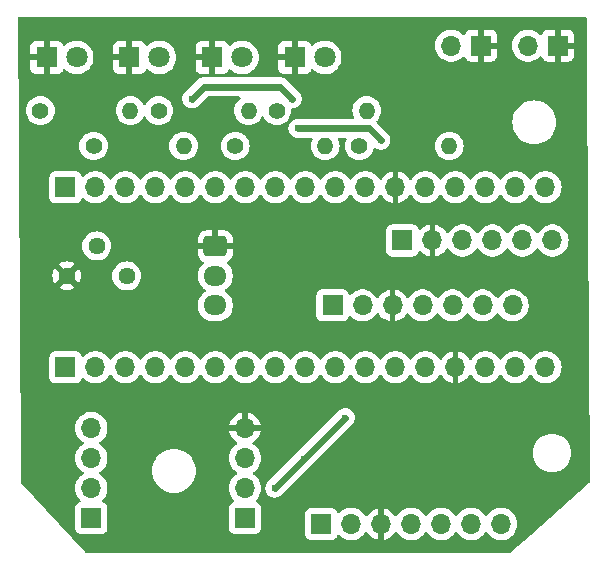
<source format=gbr>
%TF.GenerationSoftware,KiCad,Pcbnew,8.0.8*%
%TF.CreationDate,2025-03-12T17:16:12-06:00*%
%TF.ProjectId,Final_Project_Space_PCB,46696e61-6c5f-4507-926f-6a6563745f53,rev?*%
%TF.SameCoordinates,Original*%
%TF.FileFunction,Copper,L2,Bot*%
%TF.FilePolarity,Positive*%
%FSLAX46Y46*%
G04 Gerber Fmt 4.6, Leading zero omitted, Abs format (unit mm)*
G04 Created by KiCad (PCBNEW 8.0.8) date 2025-03-12 17:16:12*
%MOMM*%
%LPD*%
G01*
G04 APERTURE LIST*
G04 Aperture macros list*
%AMRoundRect*
0 Rectangle with rounded corners*
0 $1 Rounding radius*
0 $2 $3 $4 $5 $6 $7 $8 $9 X,Y pos of 4 corners*
0 Add a 4 corners polygon primitive as box body*
4,1,4,$2,$3,$4,$5,$6,$7,$8,$9,$2,$3,0*
0 Add four circle primitives for the rounded corners*
1,1,$1+$1,$2,$3*
1,1,$1+$1,$4,$5*
1,1,$1+$1,$6,$7*
1,1,$1+$1,$8,$9*
0 Add four rect primitives between the rounded corners*
20,1,$1+$1,$2,$3,$4,$5,0*
20,1,$1+$1,$4,$5,$6,$7,0*
20,1,$1+$1,$6,$7,$8,$9,0*
20,1,$1+$1,$8,$9,$2,$3,0*%
G04 Aperture macros list end*
%TA.AperFunction,ComponentPad*%
%ADD10R,1.800000X1.800000*%
%TD*%
%TA.AperFunction,ComponentPad*%
%ADD11C,1.800000*%
%TD*%
%TA.AperFunction,ComponentPad*%
%ADD12C,1.400000*%
%TD*%
%TA.AperFunction,ComponentPad*%
%ADD13O,1.400000X1.400000*%
%TD*%
%TA.AperFunction,ComponentPad*%
%ADD14R,1.700000X1.700000*%
%TD*%
%TA.AperFunction,ComponentPad*%
%ADD15O,1.700000X1.700000*%
%TD*%
%TA.AperFunction,ComponentPad*%
%ADD16C,1.440000*%
%TD*%
%TA.AperFunction,ComponentPad*%
%ADD17RoundRect,0.250000X-0.725000X0.600000X-0.725000X-0.600000X0.725000X-0.600000X0.725000X0.600000X0*%
%TD*%
%TA.AperFunction,ComponentPad*%
%ADD18O,1.950000X1.700000*%
%TD*%
%TA.AperFunction,ViaPad*%
%ADD19C,0.600000*%
%TD*%
%TA.AperFunction,Conductor*%
%ADD20C,0.600000*%
%TD*%
G04 APERTURE END LIST*
D10*
%TO.P,D3,1,K*%
%TO.N,GND*%
X116225000Y-72500000D03*
D11*
%TO.P,D3,2,A*%
%TO.N,Net-(D3-A)*%
X118765000Y-72500000D03*
%TD*%
D12*
%TO.P,R4,1*%
%TO.N,/\u002AD9*%
X121690000Y-77000000D03*
D13*
%TO.P,R4,2*%
%TO.N,Net-(D4-A)*%
X129310000Y-77000000D03*
%TD*%
D10*
%TO.P,D4,1,K*%
%TO.N,GND*%
X123225000Y-72500000D03*
D11*
%TO.P,D4,2,A*%
%TO.N,Net-(D4-A)*%
X125765000Y-72500000D03*
%TD*%
D14*
%TO.P,J4,1,Pin_1*%
%TO.N,GND*%
X139000000Y-71500000D03*
D15*
%TO.P,J4,2,Pin_2*%
%TO.N,Net-(J4-Pin_2)*%
X136460000Y-71500000D03*
%TD*%
D14*
%TO.P,J9,1,Pin_1*%
%TO.N,unconnected-(J9-Pin_1-Pad1)*%
X119000000Y-111500000D03*
D15*
%TO.P,J9,2,Pin_2*%
%TO.N,+5V*%
X119000000Y-108960000D03*
%TO.P,J9,3,Pin_3*%
%TO.N,/A3*%
X119000000Y-106420000D03*
%TO.P,J9,4,Pin_4*%
%TO.N,GND*%
X119000000Y-103880000D03*
%TD*%
D14*
%TO.P,J6,1,Pin_1*%
%TO.N,+5V*%
X125460000Y-112000000D03*
D15*
%TO.P,J6,2,Pin_2*%
%TO.N,unconnected-(J6-Pin_2-Pad2)*%
X128000000Y-112000000D03*
%TO.P,J6,3,Pin_3*%
%TO.N,GND*%
X130540000Y-112000000D03*
%TO.P,J6,4,Pin_4*%
%TO.N,/A5*%
X133080000Y-112000000D03*
%TO.P,J6,5,Pin_5*%
%TO.N,unconnected-(J6-Pin_5-Pad5)*%
X135620000Y-112000000D03*
%TO.P,J6,6,Pin_6*%
%TO.N,/A4*%
X138160000Y-112000000D03*
%TO.P,J6,7,Pin_7*%
%TO.N,unconnected-(J6-Pin_7-Pad7)*%
X140700000Y-112000000D03*
%TD*%
D12*
%TO.P,R1,1*%
%TO.N,/D12*%
X101690000Y-77000000D03*
D13*
%TO.P,R1,2*%
%TO.N,Net-(D1-A)*%
X109310000Y-77000000D03*
%TD*%
D16*
%TO.P,RV1,1,1*%
%TO.N,+5V*%
X109000000Y-91000000D03*
%TO.P,RV1,2,2*%
%TO.N,/A2*%
X106460000Y-88460000D03*
%TO.P,RV1,3,3*%
%TO.N,GND*%
X103920000Y-91000000D03*
%TD*%
D10*
%TO.P,D1,1,K*%
%TO.N,GND*%
X102225000Y-72500000D03*
D11*
%TO.P,D1,2,A*%
%TO.N,Net-(D1-A)*%
X104765000Y-72500000D03*
%TD*%
D14*
%TO.P,J3,1,Pin_1*%
%TO.N,GND*%
X145500000Y-71500000D03*
D15*
%TO.P,J3,2,Pin_2*%
%TO.N,Net-(J3-Pin_2)*%
X142960000Y-71500000D03*
%TD*%
D12*
%TO.P,R6,1*%
%TO.N,/D7*%
X118190000Y-80000000D03*
D13*
%TO.P,R6,2*%
%TO.N,Net-(J4-Pin_2)*%
X125810000Y-80000000D03*
%TD*%
D14*
%TO.P,J7,1,Pin_1*%
%TO.N,+5V*%
X132340000Y-88000000D03*
D15*
%TO.P,J7,2,Pin_2*%
%TO.N,GND*%
X134880000Y-88000000D03*
%TO.P,J7,3,Pin_3*%
%TO.N,/\u002AD3{slash}SCL*%
X137420000Y-88000000D03*
%TO.P,J7,4,Pin_4*%
%TO.N,/D2{slash}SDA*%
X139960000Y-88000000D03*
%TO.P,J7,5,Pin_5*%
%TO.N,unconnected-(J7-Pin_5-Pad5)*%
X142500000Y-88000000D03*
%TO.P,J7,6,Pin_6*%
%TO.N,unconnected-(J7-Pin_6-Pad6)*%
X145040000Y-88000000D03*
%TD*%
D12*
%TO.P,R3,1*%
%TO.N,/\u002AD10*%
X111690000Y-77000000D03*
D13*
%TO.P,R3,2*%
%TO.N,Net-(D3-A)*%
X119310000Y-77000000D03*
%TD*%
D12*
%TO.P,R5,1*%
%TO.N,/D8*%
X128690000Y-80000000D03*
D13*
%TO.P,R5,2*%
%TO.N,Net-(J3-Pin_2)*%
X136310000Y-80000000D03*
%TD*%
D10*
%TO.P,D2,1,K*%
%TO.N,GND*%
X109225000Y-72500000D03*
D11*
%TO.P,D2,2,A*%
%TO.N,Net-(D2-A)*%
X111765000Y-72500000D03*
%TD*%
D14*
%TO.P,J5,1,Pin_1*%
%TO.N,+5V*%
X126420000Y-93500000D03*
D15*
%TO.P,J5,2,Pin_2*%
%TO.N,unconnected-(J5-Pin_2-Pad2)*%
X128960000Y-93500000D03*
%TO.P,J5,3,Pin_3*%
%TO.N,GND*%
X131500000Y-93500000D03*
%TO.P,J5,4,Pin_4*%
%TO.N,unconnected-(J5-Pin_4-Pad4)*%
X134040000Y-93500000D03*
%TO.P,J5,5,Pin_5*%
%TO.N,/D14{slash}MISO*%
X136580000Y-93500000D03*
%TO.P,J5,6,Pin_6*%
%TO.N,/D16{slash}MOSI*%
X139120000Y-93500000D03*
%TO.P,J5,7,Pin_7*%
%TO.N,unconnected-(J5-Pin_7-Pad7)*%
X141660000Y-93500000D03*
%TD*%
D14*
%TO.P,J10,1,Pin_1*%
%TO.N,unconnected-(J10-Pin_1-Pad1)*%
X106000000Y-111500000D03*
D15*
%TO.P,J10,2,Pin_2*%
%TO.N,unconnected-(J10-Pin_2-Pad2)*%
X106000000Y-108960000D03*
%TO.P,J10,3,Pin_3*%
%TO.N,unconnected-(J10-Pin_3-Pad3)*%
X106000000Y-106420000D03*
%TO.P,J10,4,Pin_4*%
%TO.N,unconnected-(J10-Pin_4-Pad4)*%
X106000000Y-103880000D03*
%TD*%
D17*
%TO.P,J8,1,Pin_1*%
%TO.N,GND*%
X116500000Y-88500000D03*
D18*
%TO.P,J8,2,Pin_2*%
%TO.N,/\u002AD6*%
X116500000Y-91000000D03*
%TO.P,J8,3,Pin_3*%
%TO.N,+5V*%
X116500000Y-93500000D03*
%TD*%
D12*
%TO.P,R2,1*%
%TO.N,/\u002AD11*%
X106190000Y-80000000D03*
D13*
%TO.P,R2,2*%
%TO.N,Net-(D2-A)*%
X113810000Y-80000000D03*
%TD*%
D14*
%TO.P,J1,1,Pin_1*%
%TO.N,/\u002AD13*%
X103810000Y-98730000D03*
D15*
%TO.P,J1,2,Pin_2*%
%TO.N,+3V3*%
X106350000Y-98730000D03*
%TO.P,J1,3,Pin_3*%
%TO.N,/AREF*%
X108890000Y-98730000D03*
%TO.P,J1,4,Pin_4*%
%TO.N,/A0*%
X111430000Y-98730000D03*
%TO.P,J1,5,Pin_5*%
%TO.N,/A1*%
X113970000Y-98730000D03*
%TO.P,J1,6,Pin_6*%
%TO.N,/A2*%
X116510000Y-98730000D03*
%TO.P,J1,7,Pin_7*%
%TO.N,/A3*%
X119050000Y-98730000D03*
%TO.P,J1,8,Pin_8*%
%TO.N,/A4*%
X121590000Y-98730000D03*
%TO.P,J1,9,Pin_9*%
%TO.N,/A5*%
X124130000Y-98730000D03*
%TO.P,J1,10,Pin_10*%
%TO.N,unconnected-(J1-Pin_10-Pad10)*%
X126670000Y-98730000D03*
%TO.P,J1,11,Pin_11*%
%TO.N,unconnected-(J1-Pin_11-Pad11)*%
X129210000Y-98730000D03*
%TO.P,J1,12,Pin_12*%
%TO.N,+5V*%
X131750000Y-98730000D03*
%TO.P,J1,13,Pin_13*%
%TO.N,/~{RESET}*%
X134290000Y-98730000D03*
%TO.P,J1,14,Pin_14*%
%TO.N,GND*%
X136830000Y-98730000D03*
%TO.P,J1,15,Pin_15*%
%TO.N,VCC*%
X139370000Y-98730000D03*
%TO.P,J1,16,Pin_16*%
%TO.N,/D14{slash}MISO*%
X141910000Y-98730000D03*
%TO.P,J1,17,Pin_17*%
%TO.N,/D15{slash}SCK*%
X144450000Y-98730000D03*
%TD*%
D14*
%TO.P,J2,1,Pin_1*%
%TO.N,/D12*%
X103810000Y-83490000D03*
D15*
%TO.P,J2,2,Pin_2*%
%TO.N,/\u002AD11*%
X106350000Y-83490000D03*
%TO.P,J2,3,Pin_3*%
%TO.N,/\u002AD10*%
X108890000Y-83490000D03*
%TO.P,J2,4,Pin_4*%
%TO.N,/\u002AD9*%
X111430000Y-83490000D03*
%TO.P,J2,5,Pin_5*%
%TO.N,/D8*%
X113970000Y-83490000D03*
%TO.P,J2,6,Pin_6*%
%TO.N,/D7*%
X116510000Y-83490000D03*
%TO.P,J2,7,Pin_7*%
%TO.N,/\u002AD6*%
X119050000Y-83490000D03*
%TO.P,J2,8,Pin_8*%
%TO.N,/\u002AD5*%
X121590000Y-83490000D03*
%TO.P,J2,9,Pin_9*%
%TO.N,/D4*%
X124130000Y-83490000D03*
%TO.P,J2,10,Pin_10*%
%TO.N,/\u002AD3{slash}SCL*%
X126670000Y-83490000D03*
%TO.P,J2,11,Pin_11*%
%TO.N,/D2{slash}SDA*%
X129210000Y-83490000D03*
%TO.P,J2,12,Pin_12*%
%TO.N,GND*%
X131750000Y-83490000D03*
%TO.P,J2,13,Pin_13*%
%TO.N,/~{RESET}*%
X134290000Y-83490000D03*
%TO.P,J2,14,Pin_14*%
%TO.N,/D0{slash}RX*%
X136830000Y-83490000D03*
%TO.P,J2,15,Pin_15*%
%TO.N,/D1{slash}TX*%
X139370000Y-83490000D03*
%TO.P,J2,16,Pin_16*%
%TO.N,/D17{slash}SS*%
X141910000Y-83490000D03*
%TO.P,J2,17,Pin_17*%
%TO.N,/D16{slash}MOSI*%
X144450000Y-83490000D03*
%TD*%
D19*
%TO.N,/\u002AD9*%
X114500000Y-76000000D03*
X123000000Y-76000000D03*
%TO.N,/D8*%
X123500000Y-78500000D03*
X130500000Y-79500000D03*
%TO.N,+5V*%
X127500000Y-103000000D03*
X124000000Y-106500000D03*
X121540000Y-108960000D03*
%TD*%
D20*
%TO.N,/\u002AD9*%
X122000000Y-75000000D02*
X115500000Y-75000000D01*
X115500000Y-75000000D02*
X114500000Y-76000000D01*
X123000000Y-76000000D02*
X122000000Y-75000000D01*
%TO.N,/D8*%
X123500000Y-78500000D02*
X129500000Y-78500000D01*
X129500000Y-78500000D02*
X130500000Y-79500000D01*
%TO.N,+5V*%
X127500000Y-103000000D02*
X121540000Y-108960000D01*
%TD*%
%TA.AperFunction,Conductor*%
%TO.N,GND*%
G36*
X147893684Y-69070185D02*
G01*
X147939439Y-69122989D01*
X147950641Y-69173683D01*
X147984076Y-74253041D01*
X148208979Y-108421204D01*
X148189736Y-108488371D01*
X148167295Y-108514759D01*
X143205234Y-112918956D01*
X141526125Y-114409290D01*
X141516042Y-114418239D01*
X141452836Y-114448019D01*
X141433729Y-114449500D01*
X105576764Y-114449500D01*
X105509725Y-114429815D01*
X105485357Y-114409290D01*
X100082646Y-108515425D01*
X100051856Y-108452705D01*
X100050056Y-108432458D01*
X100020091Y-103879994D01*
X104636844Y-103879994D01*
X104636844Y-103880005D01*
X104655434Y-104104359D01*
X104655436Y-104104371D01*
X104710703Y-104322614D01*
X104801140Y-104528792D01*
X104924276Y-104717265D01*
X104924284Y-104717276D01*
X105039738Y-104842690D01*
X105076760Y-104882906D01*
X105254424Y-105021189D01*
X105254429Y-105021191D01*
X105254431Y-105021193D01*
X105290930Y-105040946D01*
X105340520Y-105090165D01*
X105355628Y-105158382D01*
X105331457Y-105223937D01*
X105290930Y-105259054D01*
X105254431Y-105278806D01*
X105254422Y-105278812D01*
X105076761Y-105417092D01*
X105076756Y-105417097D01*
X104924284Y-105582723D01*
X104924276Y-105582734D01*
X104801140Y-105771207D01*
X104710703Y-105977385D01*
X104655436Y-106195628D01*
X104655434Y-106195640D01*
X104636844Y-106419994D01*
X104636844Y-106420005D01*
X104655434Y-106644359D01*
X104655436Y-106644371D01*
X104710703Y-106862614D01*
X104801140Y-107068792D01*
X104924276Y-107257265D01*
X104924284Y-107257276D01*
X105076756Y-107422902D01*
X105076761Y-107422907D01*
X105122231Y-107458298D01*
X105254424Y-107561189D01*
X105254429Y-107561191D01*
X105254431Y-107561193D01*
X105290930Y-107580946D01*
X105340520Y-107630165D01*
X105355628Y-107698382D01*
X105331457Y-107763937D01*
X105290930Y-107799054D01*
X105254431Y-107818806D01*
X105254422Y-107818812D01*
X105076761Y-107957092D01*
X105076756Y-107957097D01*
X104924284Y-108122723D01*
X104924276Y-108122734D01*
X104801140Y-108311207D01*
X104710703Y-108517385D01*
X104655436Y-108735628D01*
X104655434Y-108735640D01*
X104636844Y-108959994D01*
X104636844Y-108960005D01*
X104655434Y-109184359D01*
X104655436Y-109184371D01*
X104710703Y-109402614D01*
X104801140Y-109608792D01*
X104924276Y-109797265D01*
X104924284Y-109797276D01*
X105069489Y-109955008D01*
X105100412Y-110017662D01*
X105092552Y-110087088D01*
X105048405Y-110141244D01*
X105021596Y-110155172D01*
X104903794Y-110199111D01*
X104786739Y-110286739D01*
X104699111Y-110403795D01*
X104648011Y-110540795D01*
X104648011Y-110540797D01*
X104641500Y-110601345D01*
X104641500Y-112398654D01*
X104648011Y-112459202D01*
X104648011Y-112459204D01*
X104663228Y-112500000D01*
X104699111Y-112596204D01*
X104786739Y-112713261D01*
X104903796Y-112800889D01*
X105040799Y-112851989D01*
X105068050Y-112854918D01*
X105101345Y-112858499D01*
X105101362Y-112858500D01*
X106898638Y-112858500D01*
X106898654Y-112858499D01*
X106925692Y-112855591D01*
X106959201Y-112851989D01*
X107096204Y-112800889D01*
X107213261Y-112713261D01*
X107300889Y-112596204D01*
X107351989Y-112459201D01*
X107355591Y-112425692D01*
X107358499Y-112398654D01*
X107358500Y-112398637D01*
X107358500Y-110601362D01*
X107358499Y-110601345D01*
X107355157Y-110570270D01*
X107351989Y-110540799D01*
X107300889Y-110403796D01*
X107213261Y-110286739D01*
X107096204Y-110199111D01*
X106978404Y-110155172D01*
X106922471Y-110113300D01*
X106898055Y-110047835D01*
X106912908Y-109979562D01*
X106930504Y-109955014D01*
X107075722Y-109797268D01*
X107198860Y-109608791D01*
X107289296Y-109402616D01*
X107344564Y-109184368D01*
X107346151Y-109165218D01*
X107363156Y-108960005D01*
X107363156Y-108959994D01*
X107344565Y-108735640D01*
X107344563Y-108735628D01*
X107311986Y-108606985D01*
X107289296Y-108517384D01*
X107198860Y-108311209D01*
X107075722Y-108122732D01*
X107075719Y-108122729D01*
X107075715Y-108122723D01*
X106923243Y-107957097D01*
X106923238Y-107957092D01*
X106745577Y-107818812D01*
X106745578Y-107818812D01*
X106745576Y-107818811D01*
X106709070Y-107799055D01*
X106659479Y-107749836D01*
X106644371Y-107681619D01*
X106668541Y-107616064D01*
X106709070Y-107580945D01*
X106709084Y-107580936D01*
X106745576Y-107561189D01*
X106824193Y-107499998D01*
X111141990Y-107499998D01*
X111141990Y-107500001D01*
X111160902Y-107764422D01*
X111160903Y-107764429D01*
X111202815Y-107957097D01*
X111217252Y-108023462D01*
X111305583Y-108260284D01*
X111309897Y-108271850D01*
X111436939Y-108504510D01*
X111436944Y-108504518D01*
X111595803Y-108716730D01*
X111595819Y-108716748D01*
X111783251Y-108904180D01*
X111783269Y-108904196D01*
X111995481Y-109063055D01*
X111995489Y-109063060D01*
X112228149Y-109190102D01*
X112228148Y-109190102D01*
X112228152Y-109190103D01*
X112228155Y-109190105D01*
X112476538Y-109282748D01*
X112735578Y-109339098D01*
X112981087Y-109356657D01*
X112999999Y-109358010D01*
X113000000Y-109358010D01*
X113000001Y-109358010D01*
X113017650Y-109356747D01*
X113264422Y-109339098D01*
X113523462Y-109282748D01*
X113771845Y-109190105D01*
X114004516Y-109063057D01*
X114216738Y-108904190D01*
X114404190Y-108716738D01*
X114563057Y-108504516D01*
X114690105Y-108271845D01*
X114782748Y-108023462D01*
X114839098Y-107764422D01*
X114858010Y-107500000D01*
X114839098Y-107235578D01*
X114782748Y-106976538D01*
X114690105Y-106728155D01*
X114644355Y-106644371D01*
X114563060Y-106495489D01*
X114563055Y-106495481D01*
X114506546Y-106419994D01*
X117636844Y-106419994D01*
X117636844Y-106420005D01*
X117655434Y-106644359D01*
X117655436Y-106644371D01*
X117710703Y-106862614D01*
X117801140Y-107068792D01*
X117924276Y-107257265D01*
X117924284Y-107257276D01*
X118076756Y-107422902D01*
X118076761Y-107422907D01*
X118122231Y-107458298D01*
X118254424Y-107561189D01*
X118254429Y-107561191D01*
X118254431Y-107561193D01*
X118290930Y-107580946D01*
X118340520Y-107630165D01*
X118355628Y-107698382D01*
X118331457Y-107763937D01*
X118290930Y-107799054D01*
X118254431Y-107818806D01*
X118254422Y-107818812D01*
X118076761Y-107957092D01*
X118076756Y-107957097D01*
X117924284Y-108122723D01*
X117924276Y-108122734D01*
X117801140Y-108311207D01*
X117710703Y-108517385D01*
X117655436Y-108735628D01*
X117655434Y-108735640D01*
X117636844Y-108959994D01*
X117636844Y-108960005D01*
X117655434Y-109184359D01*
X117655436Y-109184371D01*
X117710703Y-109402614D01*
X117801140Y-109608792D01*
X117924276Y-109797265D01*
X117924284Y-109797276D01*
X118069489Y-109955008D01*
X118100412Y-110017662D01*
X118092552Y-110087088D01*
X118048405Y-110141244D01*
X118021596Y-110155172D01*
X117903794Y-110199111D01*
X117786739Y-110286739D01*
X117699111Y-110403795D01*
X117648011Y-110540795D01*
X117648011Y-110540797D01*
X117641500Y-110601345D01*
X117641500Y-112398654D01*
X117648011Y-112459202D01*
X117648011Y-112459204D01*
X117663228Y-112500000D01*
X117699111Y-112596204D01*
X117786739Y-112713261D01*
X117903796Y-112800889D01*
X118040799Y-112851989D01*
X118068050Y-112854918D01*
X118101345Y-112858499D01*
X118101362Y-112858500D01*
X119898638Y-112858500D01*
X119898654Y-112858499D01*
X119925692Y-112855591D01*
X119959201Y-112851989D01*
X120096204Y-112800889D01*
X120213261Y-112713261D01*
X120300889Y-112596204D01*
X120351989Y-112459201D01*
X120355591Y-112425692D01*
X120358499Y-112398654D01*
X120358500Y-112398637D01*
X120358500Y-111101345D01*
X124101500Y-111101345D01*
X124101500Y-112898654D01*
X124108011Y-112959202D01*
X124108011Y-112959204D01*
X124159111Y-113096204D01*
X124246739Y-113213261D01*
X124363796Y-113300889D01*
X124500799Y-113351989D01*
X124528050Y-113354918D01*
X124561345Y-113358499D01*
X124561362Y-113358500D01*
X126358638Y-113358500D01*
X126358654Y-113358499D01*
X126385692Y-113355591D01*
X126419201Y-113351989D01*
X126556204Y-113300889D01*
X126673261Y-113213261D01*
X126760889Y-113096204D01*
X126806138Y-112974887D01*
X126848009Y-112918956D01*
X126913474Y-112894539D01*
X126981746Y-112909391D01*
X127013545Y-112934236D01*
X127076760Y-113002906D01*
X127254424Y-113141189D01*
X127254425Y-113141189D01*
X127254427Y-113141191D01*
X127314314Y-113173600D01*
X127452426Y-113248342D01*
X127665365Y-113321444D01*
X127887431Y-113358500D01*
X128112569Y-113358500D01*
X128334635Y-113321444D01*
X128547574Y-113248342D01*
X128745576Y-113141189D01*
X128923240Y-113002906D01*
X129044594Y-112871082D01*
X129075715Y-112837276D01*
X129075715Y-112837275D01*
X129075722Y-112837268D01*
X129169749Y-112693347D01*
X129222894Y-112647994D01*
X129292125Y-112638570D01*
X129355461Y-112668072D01*
X129375130Y-112690048D01*
X129501890Y-112871078D01*
X129668917Y-113038105D01*
X129862421Y-113173600D01*
X130076507Y-113273429D01*
X130076516Y-113273433D01*
X130290000Y-113330634D01*
X130290000Y-112433012D01*
X130347007Y-112465925D01*
X130474174Y-112500000D01*
X130605826Y-112500000D01*
X130732993Y-112465925D01*
X130790000Y-112433012D01*
X130790000Y-113330633D01*
X131003483Y-113273433D01*
X131003492Y-113273429D01*
X131217578Y-113173600D01*
X131411082Y-113038105D01*
X131578105Y-112871082D01*
X131704868Y-112690048D01*
X131759445Y-112646423D01*
X131828944Y-112639231D01*
X131891298Y-112670753D01*
X131910251Y-112693350D01*
X132004276Y-112837265D01*
X132004284Y-112837276D01*
X132130968Y-112974889D01*
X132156760Y-113002906D01*
X132334424Y-113141189D01*
X132334425Y-113141189D01*
X132334427Y-113141191D01*
X132394314Y-113173600D01*
X132532426Y-113248342D01*
X132745365Y-113321444D01*
X132967431Y-113358500D01*
X133192569Y-113358500D01*
X133414635Y-113321444D01*
X133627574Y-113248342D01*
X133825576Y-113141189D01*
X134003240Y-113002906D01*
X134124594Y-112871082D01*
X134155715Y-112837276D01*
X134155715Y-112837275D01*
X134155722Y-112837268D01*
X134246193Y-112698790D01*
X134299338Y-112653437D01*
X134368569Y-112644013D01*
X134431905Y-112673515D01*
X134453804Y-112698787D01*
X134544278Y-112837268D01*
X134544283Y-112837273D01*
X134544284Y-112837276D01*
X134670968Y-112974889D01*
X134696760Y-113002906D01*
X134874424Y-113141189D01*
X134874425Y-113141189D01*
X134874427Y-113141191D01*
X134934314Y-113173600D01*
X135072426Y-113248342D01*
X135285365Y-113321444D01*
X135507431Y-113358500D01*
X135732569Y-113358500D01*
X135954635Y-113321444D01*
X136167574Y-113248342D01*
X136365576Y-113141189D01*
X136543240Y-113002906D01*
X136664594Y-112871082D01*
X136695715Y-112837276D01*
X136695715Y-112837275D01*
X136695722Y-112837268D01*
X136786193Y-112698790D01*
X136839338Y-112653437D01*
X136908569Y-112644013D01*
X136971905Y-112673515D01*
X136993804Y-112698787D01*
X137084278Y-112837268D01*
X137084283Y-112837273D01*
X137084284Y-112837276D01*
X137210968Y-112974889D01*
X137236760Y-113002906D01*
X137414424Y-113141189D01*
X137414425Y-113141189D01*
X137414427Y-113141191D01*
X137474314Y-113173600D01*
X137612426Y-113248342D01*
X137825365Y-113321444D01*
X138047431Y-113358500D01*
X138272569Y-113358500D01*
X138494635Y-113321444D01*
X138707574Y-113248342D01*
X138905576Y-113141189D01*
X139083240Y-113002906D01*
X139204594Y-112871082D01*
X139235715Y-112837276D01*
X139235715Y-112837275D01*
X139235722Y-112837268D01*
X139326193Y-112698790D01*
X139379338Y-112653437D01*
X139448569Y-112644013D01*
X139511905Y-112673515D01*
X139533804Y-112698787D01*
X139624278Y-112837268D01*
X139624283Y-112837273D01*
X139624284Y-112837276D01*
X139750968Y-112974889D01*
X139776760Y-113002906D01*
X139954424Y-113141189D01*
X139954425Y-113141189D01*
X139954427Y-113141191D01*
X140014314Y-113173600D01*
X140152426Y-113248342D01*
X140365365Y-113321444D01*
X140587431Y-113358500D01*
X140812569Y-113358500D01*
X141034635Y-113321444D01*
X141247574Y-113248342D01*
X141445576Y-113141189D01*
X141623240Y-113002906D01*
X141744594Y-112871082D01*
X141775715Y-112837276D01*
X141775717Y-112837273D01*
X141775722Y-112837268D01*
X141898860Y-112648791D01*
X141989296Y-112442616D01*
X142044564Y-112224368D01*
X142047164Y-112192993D01*
X142063156Y-112000005D01*
X142063156Y-111999994D01*
X142044565Y-111775640D01*
X142044563Y-111775628D01*
X141989296Y-111557385D01*
X141979071Y-111534075D01*
X141898860Y-111351209D01*
X141882706Y-111326484D01*
X141775723Y-111162734D01*
X141775715Y-111162723D01*
X141623243Y-110997097D01*
X141623238Y-110997092D01*
X141445577Y-110858812D01*
X141445572Y-110858808D01*
X141247580Y-110751661D01*
X141247577Y-110751659D01*
X141247574Y-110751658D01*
X141247571Y-110751657D01*
X141247569Y-110751656D01*
X141034637Y-110678556D01*
X140812569Y-110641500D01*
X140587431Y-110641500D01*
X140365362Y-110678556D01*
X140152430Y-110751656D01*
X140152419Y-110751661D01*
X139954427Y-110858808D01*
X139954422Y-110858812D01*
X139776761Y-110997092D01*
X139776756Y-110997097D01*
X139624284Y-111162723D01*
X139624276Y-111162734D01*
X139533808Y-111301206D01*
X139480662Y-111346562D01*
X139411431Y-111355986D01*
X139348095Y-111326484D01*
X139326192Y-111301206D01*
X139235723Y-111162734D01*
X139235715Y-111162723D01*
X139083243Y-110997097D01*
X139083238Y-110997092D01*
X138905577Y-110858812D01*
X138905572Y-110858808D01*
X138707580Y-110751661D01*
X138707577Y-110751659D01*
X138707574Y-110751658D01*
X138707571Y-110751657D01*
X138707569Y-110751656D01*
X138494637Y-110678556D01*
X138272569Y-110641500D01*
X138047431Y-110641500D01*
X137825362Y-110678556D01*
X137612430Y-110751656D01*
X137612419Y-110751661D01*
X137414427Y-110858808D01*
X137414422Y-110858812D01*
X137236761Y-110997092D01*
X137236756Y-110997097D01*
X137084284Y-111162723D01*
X137084276Y-111162734D01*
X136993808Y-111301206D01*
X136940662Y-111346562D01*
X136871431Y-111355986D01*
X136808095Y-111326484D01*
X136786192Y-111301206D01*
X136695723Y-111162734D01*
X136695715Y-111162723D01*
X136543243Y-110997097D01*
X136543238Y-110997092D01*
X136365577Y-110858812D01*
X136365572Y-110858808D01*
X136167580Y-110751661D01*
X136167577Y-110751659D01*
X136167574Y-110751658D01*
X136167571Y-110751657D01*
X136167569Y-110751656D01*
X135954637Y-110678556D01*
X135732569Y-110641500D01*
X135507431Y-110641500D01*
X135285362Y-110678556D01*
X135072430Y-110751656D01*
X135072419Y-110751661D01*
X134874427Y-110858808D01*
X134874422Y-110858812D01*
X134696761Y-110997092D01*
X134696756Y-110997097D01*
X134544284Y-111162723D01*
X134544276Y-111162734D01*
X134453808Y-111301206D01*
X134400662Y-111346562D01*
X134331431Y-111355986D01*
X134268095Y-111326484D01*
X134246192Y-111301206D01*
X134155723Y-111162734D01*
X134155715Y-111162723D01*
X134003243Y-110997097D01*
X134003238Y-110997092D01*
X133825577Y-110858812D01*
X133825572Y-110858808D01*
X133627580Y-110751661D01*
X133627577Y-110751659D01*
X133627574Y-110751658D01*
X133627571Y-110751657D01*
X133627569Y-110751656D01*
X133414637Y-110678556D01*
X133192569Y-110641500D01*
X132967431Y-110641500D01*
X132745362Y-110678556D01*
X132532430Y-110751656D01*
X132532419Y-110751661D01*
X132334427Y-110858808D01*
X132334422Y-110858812D01*
X132156761Y-110997092D01*
X132156756Y-110997097D01*
X132004284Y-111162723D01*
X132004276Y-111162734D01*
X131910251Y-111306650D01*
X131857105Y-111352007D01*
X131787873Y-111361430D01*
X131724538Y-111331928D01*
X131704868Y-111309951D01*
X131578113Y-111128926D01*
X131578108Y-111128920D01*
X131411082Y-110961894D01*
X131217578Y-110826399D01*
X131003492Y-110726570D01*
X131003486Y-110726567D01*
X130790000Y-110669364D01*
X130790000Y-111566988D01*
X130732993Y-111534075D01*
X130605826Y-111500000D01*
X130474174Y-111500000D01*
X130347007Y-111534075D01*
X130290000Y-111566988D01*
X130290000Y-110669364D01*
X130289999Y-110669364D01*
X130076513Y-110726567D01*
X130076507Y-110726570D01*
X129862422Y-110826399D01*
X129862420Y-110826400D01*
X129668926Y-110961886D01*
X129668920Y-110961891D01*
X129501891Y-111128920D01*
X129501890Y-111128922D01*
X129375131Y-111309952D01*
X129320554Y-111353577D01*
X129251055Y-111360769D01*
X129188701Y-111329247D01*
X129169752Y-111306656D01*
X129075722Y-111162732D01*
X129075715Y-111162725D01*
X129075715Y-111162723D01*
X128923243Y-110997097D01*
X128923238Y-110997092D01*
X128745577Y-110858812D01*
X128745572Y-110858808D01*
X128547580Y-110751661D01*
X128547577Y-110751659D01*
X128547574Y-110751658D01*
X128547571Y-110751657D01*
X128547569Y-110751656D01*
X128334637Y-110678556D01*
X128112569Y-110641500D01*
X127887431Y-110641500D01*
X127665362Y-110678556D01*
X127452430Y-110751656D01*
X127452419Y-110751661D01*
X127254427Y-110858808D01*
X127254422Y-110858812D01*
X127076761Y-110997092D01*
X127013548Y-111065760D01*
X126953661Y-111101750D01*
X126883823Y-111099649D01*
X126826207Y-111060124D01*
X126806138Y-111025110D01*
X126760889Y-110903796D01*
X126727214Y-110858812D01*
X126673261Y-110786739D01*
X126556204Y-110699111D01*
X126419203Y-110648011D01*
X126358654Y-110641500D01*
X126358638Y-110641500D01*
X124561362Y-110641500D01*
X124561345Y-110641500D01*
X124500797Y-110648011D01*
X124500795Y-110648011D01*
X124363795Y-110699111D01*
X124246739Y-110786739D01*
X124159111Y-110903795D01*
X124108011Y-111040795D01*
X124108011Y-111040797D01*
X124101500Y-111101345D01*
X120358500Y-111101345D01*
X120358500Y-110601362D01*
X120358499Y-110601345D01*
X120355157Y-110570270D01*
X120351989Y-110540799D01*
X120300889Y-110403796D01*
X120213261Y-110286739D01*
X120096204Y-110199111D01*
X119978404Y-110155172D01*
X119922471Y-110113300D01*
X119898055Y-110047835D01*
X119912908Y-109979562D01*
X119930504Y-109955014D01*
X120075722Y-109797268D01*
X120198860Y-109608791D01*
X120289296Y-109402616D01*
X120344564Y-109184368D01*
X120346151Y-109165218D01*
X120363156Y-108960005D01*
X120363156Y-108959997D01*
X120726384Y-108959997D01*
X120726384Y-108960001D01*
X120730720Y-108998481D01*
X120731500Y-109012366D01*
X120731500Y-109039629D01*
X120739376Y-109079229D01*
X120740978Y-109089532D01*
X120746782Y-109141044D01*
X120746785Y-109141053D01*
X120755240Y-109165218D01*
X120759815Y-109181978D01*
X120762570Y-109195829D01*
X120762572Y-109195836D01*
X120783029Y-109245224D01*
X120785509Y-109251721D01*
X120806956Y-109313012D01*
X120806956Y-109313013D01*
X120813576Y-109323548D01*
X120823144Y-109342071D01*
X120823516Y-109342968D01*
X120833567Y-109358010D01*
X120860494Y-109398310D01*
X120862383Y-109401226D01*
X120903888Y-109467279D01*
X120903891Y-109467283D01*
X121032719Y-109596111D01*
X121098804Y-109637635D01*
X121101696Y-109639510D01*
X121136037Y-109662456D01*
X121157030Y-109676483D01*
X121157925Y-109676854D01*
X121176454Y-109686425D01*
X121186985Y-109693043D01*
X121248315Y-109714503D01*
X121254769Y-109716967D01*
X121304169Y-109737429D01*
X121318021Y-109740184D01*
X121334780Y-109744758D01*
X121358953Y-109753217D01*
X121410485Y-109759023D01*
X121420771Y-109760623D01*
X121443161Y-109765076D01*
X121460369Y-109768500D01*
X121460370Y-109768500D01*
X121487632Y-109768500D01*
X121501516Y-109769280D01*
X121539998Y-109773616D01*
X121540000Y-109773616D01*
X121540002Y-109773616D01*
X121578484Y-109769280D01*
X121592368Y-109768500D01*
X121619630Y-109768500D01*
X121659235Y-109760621D01*
X121669509Y-109759023D01*
X121721047Y-109753217D01*
X121745225Y-109744755D01*
X121761970Y-109740185D01*
X121775831Y-109737429D01*
X121825232Y-109716965D01*
X121831691Y-109714500D01*
X121893015Y-109693043D01*
X121903544Y-109686426D01*
X121922084Y-109676849D01*
X121922968Y-109676484D01*
X121978317Y-109639500D01*
X121981211Y-109637625D01*
X122047281Y-109596111D01*
X122176111Y-109467281D01*
X125643392Y-106000000D01*
X143363316Y-106000000D01*
X143383465Y-106256029D01*
X143383465Y-106256032D01*
X143383466Y-106256034D01*
X143440953Y-106495484D01*
X143443422Y-106505767D01*
X143541701Y-106743035D01*
X143541703Y-106743038D01*
X143675891Y-106962014D01*
X143675892Y-106962015D01*
X143675893Y-106962017D01*
X143675895Y-106962019D01*
X143842690Y-107157310D01*
X144037981Y-107324105D01*
X144037983Y-107324106D01*
X144037984Y-107324107D01*
X144037985Y-107324108D01*
X144256961Y-107458296D01*
X144256964Y-107458298D01*
X144431612Y-107530639D01*
X144494237Y-107556579D01*
X144743966Y-107616534D01*
X145000000Y-107636684D01*
X145256034Y-107616534D01*
X145505763Y-107556579D01*
X145642362Y-107499998D01*
X145743035Y-107458298D01*
X145743036Y-107458297D01*
X145743039Y-107458296D01*
X145962019Y-107324105D01*
X146157310Y-107157310D01*
X146324105Y-106962019D01*
X146458296Y-106743039D01*
X146459673Y-106739716D01*
X146556577Y-106505767D01*
X146556579Y-106505763D01*
X146616534Y-106256034D01*
X146636684Y-106000000D01*
X146616534Y-105743966D01*
X146556579Y-105494237D01*
X146524627Y-105417097D01*
X146458298Y-105256964D01*
X146458296Y-105256961D01*
X146324108Y-105037985D01*
X146324107Y-105037984D01*
X146324106Y-105037983D01*
X146324105Y-105037981D01*
X146157310Y-104842690D01*
X145962019Y-104675895D01*
X145962017Y-104675893D01*
X145962015Y-104675892D01*
X145962014Y-104675891D01*
X145743038Y-104541703D01*
X145743035Y-104541701D01*
X145505767Y-104443422D01*
X145505763Y-104443421D01*
X145256034Y-104383466D01*
X145256032Y-104383465D01*
X145256029Y-104383465D01*
X145000000Y-104363316D01*
X144743970Y-104383465D01*
X144494232Y-104443422D01*
X144256964Y-104541701D01*
X144256961Y-104541703D01*
X144037985Y-104675891D01*
X144037984Y-104675892D01*
X143842690Y-104842690D01*
X143675892Y-105037984D01*
X143675891Y-105037985D01*
X143541703Y-105256961D01*
X143541701Y-105256964D01*
X143443422Y-105494232D01*
X143383465Y-105743970D01*
X143363316Y-106000000D01*
X125643392Y-106000000D01*
X128128003Y-103515389D01*
X128136111Y-103507281D01*
X128177632Y-103441199D01*
X128179500Y-103438317D01*
X128216484Y-103382968D01*
X128216849Y-103382084D01*
X128226426Y-103363544D01*
X128233043Y-103353015D01*
X128254500Y-103291691D01*
X128256965Y-103285232D01*
X128277429Y-103235831D01*
X128280185Y-103221970D01*
X128284755Y-103205225D01*
X128293217Y-103181047D01*
X128299023Y-103129509D01*
X128300621Y-103119235D01*
X128308500Y-103079630D01*
X128308500Y-103052366D01*
X128309280Y-103038481D01*
X128313616Y-103000001D01*
X128313616Y-102999997D01*
X128309280Y-102961516D01*
X128308500Y-102947632D01*
X128308500Y-102920368D01*
X128300624Y-102880777D01*
X128299023Y-102870485D01*
X128293217Y-102818953D01*
X128284758Y-102794780D01*
X128280184Y-102778021D01*
X128277429Y-102764169D01*
X128256967Y-102714769D01*
X128254503Y-102708315D01*
X128233043Y-102646985D01*
X128226425Y-102636453D01*
X128216854Y-102617925D01*
X128216483Y-102617030D01*
X128202456Y-102596037D01*
X128179510Y-102561696D01*
X128177635Y-102558804D01*
X128171703Y-102549364D01*
X128136111Y-102492719D01*
X128007281Y-102363889D01*
X127941226Y-102322383D01*
X127938310Y-102320494D01*
X127938295Y-102320484D01*
X127882968Y-102283516D01*
X127882965Y-102283514D01*
X127882964Y-102283514D01*
X127882472Y-102283310D01*
X127882071Y-102283144D01*
X127863551Y-102273577D01*
X127853015Y-102266957D01*
X127853014Y-102266956D01*
X127853013Y-102266956D01*
X127791721Y-102245509D01*
X127785224Y-102243029D01*
X127735836Y-102222572D01*
X127735829Y-102222570D01*
X127721978Y-102219815D01*
X127705218Y-102215240D01*
X127681053Y-102206785D01*
X127681044Y-102206782D01*
X127629532Y-102200978D01*
X127619229Y-102199376D01*
X127598199Y-102195193D01*
X127579630Y-102191500D01*
X127579629Y-102191500D01*
X127552368Y-102191500D01*
X127538484Y-102190720D01*
X127500002Y-102186384D01*
X127499998Y-102186384D01*
X127461516Y-102190720D01*
X127447632Y-102191500D01*
X127420364Y-102191500D01*
X127380769Y-102199375D01*
X127370471Y-102200977D01*
X127318950Y-102206783D01*
X127294781Y-102215240D01*
X127278027Y-102219813D01*
X127264172Y-102222569D01*
X127264168Y-102222570D01*
X127214784Y-102243025D01*
X127208291Y-102245504D01*
X127146983Y-102266957D01*
X127136449Y-102273577D01*
X127117942Y-102283138D01*
X127117037Y-102283512D01*
X127061704Y-102320484D01*
X127058789Y-102322372D01*
X126992723Y-102363885D01*
X126992716Y-102363891D01*
X120903891Y-108452716D01*
X120903885Y-108452723D01*
X120862372Y-108518789D01*
X120860484Y-108521704D01*
X120823512Y-108577037D01*
X120823138Y-108577942D01*
X120813577Y-108596449D01*
X120806957Y-108606983D01*
X120785504Y-108668291D01*
X120783025Y-108674784D01*
X120762570Y-108724168D01*
X120762569Y-108724172D01*
X120759813Y-108738027D01*
X120755240Y-108754781D01*
X120746783Y-108778950D01*
X120740977Y-108830471D01*
X120739375Y-108840769D01*
X120731500Y-108880364D01*
X120731500Y-108907632D01*
X120730720Y-108921516D01*
X120726384Y-108959997D01*
X120363156Y-108959997D01*
X120363156Y-108959994D01*
X120344565Y-108735640D01*
X120344563Y-108735628D01*
X120311986Y-108606985D01*
X120289296Y-108517384D01*
X120198860Y-108311209D01*
X120075722Y-108122732D01*
X120075719Y-108122729D01*
X120075715Y-108122723D01*
X119923243Y-107957097D01*
X119923238Y-107957092D01*
X119745577Y-107818812D01*
X119745578Y-107818812D01*
X119745576Y-107818811D01*
X119709070Y-107799055D01*
X119659479Y-107749836D01*
X119644371Y-107681619D01*
X119668541Y-107616064D01*
X119709070Y-107580945D01*
X119709084Y-107580936D01*
X119745576Y-107561189D01*
X119923240Y-107422906D01*
X120075722Y-107257268D01*
X120198860Y-107068791D01*
X120289296Y-106862616D01*
X120344564Y-106644368D01*
X120344565Y-106644359D01*
X120363156Y-106420005D01*
X120363156Y-106419994D01*
X120344565Y-106195640D01*
X120344563Y-106195628D01*
X120319288Y-106095819D01*
X120289296Y-105977384D01*
X120198860Y-105771209D01*
X120191899Y-105760555D01*
X120075723Y-105582734D01*
X120075715Y-105582723D01*
X119923243Y-105417097D01*
X119923238Y-105417092D01*
X119745577Y-105278812D01*
X119745577Y-105278811D01*
X119705206Y-105256964D01*
X119702302Y-105255392D01*
X119652713Y-105206173D01*
X119637605Y-105137957D01*
X119661775Y-105072401D01*
X119690198Y-105044763D01*
X119871079Y-104918108D01*
X120038105Y-104751082D01*
X120173600Y-104557578D01*
X120273429Y-104343492D01*
X120273432Y-104343486D01*
X120330636Y-104130000D01*
X119433012Y-104130000D01*
X119465925Y-104072993D01*
X119500000Y-103945826D01*
X119500000Y-103814174D01*
X119465925Y-103687007D01*
X119433012Y-103630000D01*
X120330636Y-103630000D01*
X120330635Y-103629999D01*
X120273432Y-103416513D01*
X120273429Y-103416507D01*
X120173600Y-103202422D01*
X120173599Y-103202420D01*
X120038113Y-103008926D01*
X120038108Y-103008920D01*
X119871082Y-102841894D01*
X119677578Y-102706399D01*
X119463492Y-102606570D01*
X119463486Y-102606567D01*
X119250000Y-102549364D01*
X119250000Y-103446988D01*
X119192993Y-103414075D01*
X119065826Y-103380000D01*
X118934174Y-103380000D01*
X118807007Y-103414075D01*
X118750000Y-103446988D01*
X118750000Y-102549364D01*
X118749999Y-102549364D01*
X118536513Y-102606567D01*
X118536507Y-102606570D01*
X118322422Y-102706399D01*
X118322420Y-102706400D01*
X118128926Y-102841886D01*
X118128920Y-102841891D01*
X117961891Y-103008920D01*
X117961886Y-103008926D01*
X117826400Y-103202420D01*
X117826399Y-103202422D01*
X117726570Y-103416507D01*
X117726567Y-103416513D01*
X117669364Y-103629999D01*
X117669364Y-103630000D01*
X118566988Y-103630000D01*
X118534075Y-103687007D01*
X118500000Y-103814174D01*
X118500000Y-103945826D01*
X118534075Y-104072993D01*
X118566988Y-104130000D01*
X117669364Y-104130000D01*
X117726567Y-104343486D01*
X117726570Y-104343492D01*
X117826399Y-104557578D01*
X117961894Y-104751082D01*
X118128917Y-104918105D01*
X118309802Y-105044763D01*
X118353427Y-105099340D01*
X118360619Y-105168839D01*
X118329097Y-105231193D01*
X118297697Y-105255392D01*
X118254427Y-105278809D01*
X118254422Y-105278812D01*
X118076761Y-105417092D01*
X118076756Y-105417097D01*
X117924284Y-105582723D01*
X117924276Y-105582734D01*
X117801140Y-105771207D01*
X117710703Y-105977385D01*
X117655436Y-106195628D01*
X117655434Y-106195640D01*
X117636844Y-106419994D01*
X114506546Y-106419994D01*
X114404196Y-106283269D01*
X114404180Y-106283251D01*
X114216748Y-106095819D01*
X114216730Y-106095803D01*
X114004518Y-105936944D01*
X114004510Y-105936939D01*
X113771850Y-105809897D01*
X113771851Y-105809897D01*
X113722948Y-105791657D01*
X113523462Y-105717252D01*
X113523455Y-105717250D01*
X113523454Y-105717250D01*
X113264429Y-105660903D01*
X113264422Y-105660902D01*
X113000001Y-105641990D01*
X112999999Y-105641990D01*
X112735577Y-105660902D01*
X112735570Y-105660903D01*
X112476545Y-105717250D01*
X112476541Y-105717251D01*
X112476538Y-105717252D01*
X112331881Y-105771207D01*
X112228149Y-105809897D01*
X111995489Y-105936939D01*
X111995481Y-105936944D01*
X111783269Y-106095803D01*
X111783251Y-106095819D01*
X111595819Y-106283251D01*
X111595803Y-106283269D01*
X111436944Y-106495481D01*
X111436939Y-106495489D01*
X111309897Y-106728149D01*
X111309895Y-106728155D01*
X111217252Y-106976538D01*
X111217251Y-106976541D01*
X111217250Y-106976545D01*
X111160903Y-107235570D01*
X111160902Y-107235577D01*
X111141990Y-107499998D01*
X106824193Y-107499998D01*
X106923240Y-107422906D01*
X107075722Y-107257268D01*
X107198860Y-107068791D01*
X107289296Y-106862616D01*
X107344564Y-106644368D01*
X107344565Y-106644359D01*
X107363156Y-106420005D01*
X107363156Y-106419994D01*
X107344565Y-106195640D01*
X107344563Y-106195628D01*
X107319288Y-106095819D01*
X107289296Y-105977384D01*
X107198860Y-105771209D01*
X107191899Y-105760555D01*
X107075723Y-105582734D01*
X107075715Y-105582723D01*
X106923243Y-105417097D01*
X106923238Y-105417092D01*
X106745577Y-105278812D01*
X106745578Y-105278812D01*
X106745576Y-105278811D01*
X106709070Y-105259055D01*
X106659479Y-105209836D01*
X106644371Y-105141619D01*
X106668541Y-105076064D01*
X106709070Y-105040945D01*
X106709084Y-105040936D01*
X106745576Y-105021189D01*
X106923240Y-104882906D01*
X107075722Y-104717268D01*
X107198860Y-104528791D01*
X107289296Y-104322616D01*
X107344564Y-104104368D01*
X107347164Y-104072993D01*
X107363156Y-103880005D01*
X107363156Y-103879994D01*
X107344565Y-103655640D01*
X107344563Y-103655628D01*
X107323637Y-103572993D01*
X107289296Y-103437384D01*
X107198860Y-103231209D01*
X107181869Y-103205203D01*
X107125694Y-103119220D01*
X107075722Y-103042732D01*
X107075719Y-103042729D01*
X107075715Y-103042723D01*
X106923243Y-102877097D01*
X106923238Y-102877092D01*
X106795943Y-102778014D01*
X106745576Y-102738811D01*
X106745575Y-102738810D01*
X106745572Y-102738808D01*
X106547580Y-102631661D01*
X106547577Y-102631659D01*
X106547574Y-102631658D01*
X106547571Y-102631657D01*
X106547569Y-102631656D01*
X106334637Y-102558556D01*
X106112569Y-102521500D01*
X105887431Y-102521500D01*
X105665362Y-102558556D01*
X105452430Y-102631656D01*
X105452419Y-102631661D01*
X105254427Y-102738808D01*
X105254422Y-102738812D01*
X105076761Y-102877092D01*
X105076756Y-102877097D01*
X104924284Y-103042723D01*
X104924276Y-103042734D01*
X104801140Y-103231207D01*
X104710703Y-103437385D01*
X104655436Y-103655628D01*
X104655434Y-103655640D01*
X104636844Y-103879994D01*
X100020091Y-103879994D01*
X99980277Y-97831345D01*
X102451500Y-97831345D01*
X102451500Y-99628654D01*
X102458011Y-99689202D01*
X102458011Y-99689204D01*
X102509111Y-99826204D01*
X102596739Y-99943261D01*
X102713796Y-100030889D01*
X102850799Y-100081989D01*
X102878050Y-100084918D01*
X102911345Y-100088499D01*
X102911362Y-100088500D01*
X104708638Y-100088500D01*
X104708654Y-100088499D01*
X104735692Y-100085591D01*
X104769201Y-100081989D01*
X104906204Y-100030889D01*
X105023261Y-99943261D01*
X105110889Y-99826204D01*
X105156138Y-99704887D01*
X105198009Y-99648956D01*
X105263474Y-99624539D01*
X105331746Y-99639391D01*
X105363545Y-99664236D01*
X105426760Y-99732906D01*
X105604424Y-99871189D01*
X105604425Y-99871189D01*
X105604427Y-99871191D01*
X105664314Y-99903600D01*
X105802426Y-99978342D01*
X106015365Y-100051444D01*
X106237431Y-100088500D01*
X106462569Y-100088500D01*
X106684635Y-100051444D01*
X106897574Y-99978342D01*
X107095576Y-99871189D01*
X107273240Y-99732906D01*
X107394594Y-99601082D01*
X107425715Y-99567276D01*
X107425715Y-99567275D01*
X107425722Y-99567268D01*
X107516193Y-99428790D01*
X107569338Y-99383437D01*
X107638569Y-99374013D01*
X107701905Y-99403515D01*
X107723804Y-99428787D01*
X107814278Y-99567268D01*
X107814283Y-99567273D01*
X107814284Y-99567276D01*
X107940968Y-99704889D01*
X107966760Y-99732906D01*
X108144424Y-99871189D01*
X108144425Y-99871189D01*
X108144427Y-99871191D01*
X108204314Y-99903600D01*
X108342426Y-99978342D01*
X108555365Y-100051444D01*
X108777431Y-100088500D01*
X109002569Y-100088500D01*
X109224635Y-100051444D01*
X109437574Y-99978342D01*
X109635576Y-99871189D01*
X109813240Y-99732906D01*
X109934594Y-99601082D01*
X109965715Y-99567276D01*
X109965715Y-99567275D01*
X109965722Y-99567268D01*
X110056193Y-99428790D01*
X110109338Y-99383437D01*
X110178569Y-99374013D01*
X110241905Y-99403515D01*
X110263804Y-99428787D01*
X110354278Y-99567268D01*
X110354283Y-99567273D01*
X110354284Y-99567276D01*
X110480968Y-99704889D01*
X110506760Y-99732906D01*
X110684424Y-99871189D01*
X110684425Y-99871189D01*
X110684427Y-99871191D01*
X110744314Y-99903600D01*
X110882426Y-99978342D01*
X111095365Y-100051444D01*
X111317431Y-100088500D01*
X111542569Y-100088500D01*
X111764635Y-100051444D01*
X111977574Y-99978342D01*
X112175576Y-99871189D01*
X112353240Y-99732906D01*
X112474594Y-99601082D01*
X112505715Y-99567276D01*
X112505715Y-99567275D01*
X112505722Y-99567268D01*
X112596193Y-99428790D01*
X112649338Y-99383437D01*
X112718569Y-99374013D01*
X112781905Y-99403515D01*
X112803804Y-99428787D01*
X112894278Y-99567268D01*
X112894283Y-99567273D01*
X112894284Y-99567276D01*
X113020968Y-99704889D01*
X113046760Y-99732906D01*
X113224424Y-99871189D01*
X113224425Y-99871189D01*
X113224427Y-99871191D01*
X113284314Y-99903600D01*
X113422426Y-99978342D01*
X113635365Y-100051444D01*
X113857431Y-100088500D01*
X114082569Y-100088500D01*
X114304635Y-100051444D01*
X114517574Y-99978342D01*
X114715576Y-99871189D01*
X114893240Y-99732906D01*
X115014594Y-99601082D01*
X115045715Y-99567276D01*
X115045715Y-99567275D01*
X115045722Y-99567268D01*
X115136193Y-99428790D01*
X115189338Y-99383437D01*
X115258569Y-99374013D01*
X115321905Y-99403515D01*
X115343804Y-99428787D01*
X115434278Y-99567268D01*
X115434283Y-99567273D01*
X115434284Y-99567276D01*
X115560968Y-99704889D01*
X115586760Y-99732906D01*
X115764424Y-99871189D01*
X115764425Y-99871189D01*
X115764427Y-99871191D01*
X115824314Y-99903600D01*
X115962426Y-99978342D01*
X116175365Y-100051444D01*
X116397431Y-100088500D01*
X116622569Y-100088500D01*
X116844635Y-100051444D01*
X117057574Y-99978342D01*
X117255576Y-99871189D01*
X117433240Y-99732906D01*
X117554594Y-99601082D01*
X117585715Y-99567276D01*
X117585715Y-99567275D01*
X117585722Y-99567268D01*
X117676193Y-99428790D01*
X117729338Y-99383437D01*
X117798569Y-99374013D01*
X117861905Y-99403515D01*
X117883804Y-99428787D01*
X117974278Y-99567268D01*
X117974283Y-99567273D01*
X117974284Y-99567276D01*
X118100968Y-99704889D01*
X118126760Y-99732906D01*
X118304424Y-99871189D01*
X118304425Y-99871189D01*
X118304427Y-99871191D01*
X118364314Y-99903600D01*
X118502426Y-99978342D01*
X118715365Y-100051444D01*
X118937431Y-100088500D01*
X119162569Y-100088500D01*
X119384635Y-100051444D01*
X119597574Y-99978342D01*
X119795576Y-99871189D01*
X119973240Y-99732906D01*
X120094594Y-99601082D01*
X120125715Y-99567276D01*
X120125715Y-99567275D01*
X120125722Y-99567268D01*
X120216193Y-99428790D01*
X120269338Y-99383437D01*
X120338569Y-99374013D01*
X120401905Y-99403515D01*
X120423804Y-99428787D01*
X120514278Y-99567268D01*
X120514283Y-99567273D01*
X120514284Y-99567276D01*
X120640968Y-99704889D01*
X120666760Y-99732906D01*
X120844424Y-99871189D01*
X120844425Y-99871189D01*
X120844427Y-99871191D01*
X120904314Y-99903600D01*
X121042426Y-99978342D01*
X121255365Y-100051444D01*
X121477431Y-100088500D01*
X121702569Y-100088500D01*
X121924635Y-100051444D01*
X122137574Y-99978342D01*
X122335576Y-99871189D01*
X122513240Y-99732906D01*
X122634594Y-99601082D01*
X122665715Y-99567276D01*
X122665715Y-99567275D01*
X122665722Y-99567268D01*
X122756193Y-99428790D01*
X122809338Y-99383437D01*
X122878569Y-99374013D01*
X122941905Y-99403515D01*
X122963804Y-99428787D01*
X123054278Y-99567268D01*
X123054283Y-99567273D01*
X123054284Y-99567276D01*
X123180968Y-99704889D01*
X123206760Y-99732906D01*
X123384424Y-99871189D01*
X123384425Y-99871189D01*
X123384427Y-99871191D01*
X123444314Y-99903600D01*
X123582426Y-99978342D01*
X123795365Y-100051444D01*
X124017431Y-100088500D01*
X124242569Y-100088500D01*
X124464635Y-100051444D01*
X124677574Y-99978342D01*
X124875576Y-99871189D01*
X125053240Y-99732906D01*
X125174594Y-99601082D01*
X125205715Y-99567276D01*
X125205715Y-99567275D01*
X125205722Y-99567268D01*
X125296193Y-99428790D01*
X125349338Y-99383437D01*
X125418569Y-99374013D01*
X125481905Y-99403515D01*
X125503804Y-99428787D01*
X125594278Y-99567268D01*
X125594283Y-99567273D01*
X125594284Y-99567276D01*
X125720968Y-99704889D01*
X125746760Y-99732906D01*
X125924424Y-99871189D01*
X125924425Y-99871189D01*
X125924427Y-99871191D01*
X125984314Y-99903600D01*
X126122426Y-99978342D01*
X126335365Y-100051444D01*
X126557431Y-100088500D01*
X126782569Y-100088500D01*
X127004635Y-100051444D01*
X127217574Y-99978342D01*
X127415576Y-99871189D01*
X127593240Y-99732906D01*
X127714594Y-99601082D01*
X127745715Y-99567276D01*
X127745715Y-99567275D01*
X127745722Y-99567268D01*
X127836193Y-99428790D01*
X127889338Y-99383437D01*
X127958569Y-99374013D01*
X128021905Y-99403515D01*
X128043804Y-99428787D01*
X128134278Y-99567268D01*
X128134283Y-99567273D01*
X128134284Y-99567276D01*
X128260968Y-99704889D01*
X128286760Y-99732906D01*
X128464424Y-99871189D01*
X128464425Y-99871189D01*
X128464427Y-99871191D01*
X128524314Y-99903600D01*
X128662426Y-99978342D01*
X128875365Y-100051444D01*
X129097431Y-100088500D01*
X129322569Y-100088500D01*
X129544635Y-100051444D01*
X129757574Y-99978342D01*
X129955576Y-99871189D01*
X130133240Y-99732906D01*
X130254594Y-99601082D01*
X130285715Y-99567276D01*
X130285715Y-99567275D01*
X130285722Y-99567268D01*
X130376193Y-99428790D01*
X130429338Y-99383437D01*
X130498569Y-99374013D01*
X130561905Y-99403515D01*
X130583804Y-99428787D01*
X130674278Y-99567268D01*
X130674283Y-99567273D01*
X130674284Y-99567276D01*
X130800968Y-99704889D01*
X130826760Y-99732906D01*
X131004424Y-99871189D01*
X131004425Y-99871189D01*
X131004427Y-99871191D01*
X131064314Y-99903600D01*
X131202426Y-99978342D01*
X131415365Y-100051444D01*
X131637431Y-100088500D01*
X131862569Y-100088500D01*
X132084635Y-100051444D01*
X132297574Y-99978342D01*
X132495576Y-99871189D01*
X132673240Y-99732906D01*
X132794594Y-99601082D01*
X132825715Y-99567276D01*
X132825715Y-99567275D01*
X132825722Y-99567268D01*
X132916193Y-99428790D01*
X132969338Y-99383437D01*
X133038569Y-99374013D01*
X133101905Y-99403515D01*
X133123804Y-99428787D01*
X133214278Y-99567268D01*
X133214283Y-99567273D01*
X133214284Y-99567276D01*
X133340968Y-99704889D01*
X133366760Y-99732906D01*
X133544424Y-99871189D01*
X133544425Y-99871189D01*
X133544427Y-99871191D01*
X133604314Y-99903600D01*
X133742426Y-99978342D01*
X133955365Y-100051444D01*
X134177431Y-100088500D01*
X134402569Y-100088500D01*
X134624635Y-100051444D01*
X134837574Y-99978342D01*
X135035576Y-99871189D01*
X135213240Y-99732906D01*
X135334594Y-99601082D01*
X135365715Y-99567276D01*
X135365715Y-99567275D01*
X135365722Y-99567268D01*
X135459749Y-99423347D01*
X135512894Y-99377994D01*
X135582125Y-99368570D01*
X135645461Y-99398072D01*
X135665130Y-99420048D01*
X135791890Y-99601078D01*
X135958917Y-99768105D01*
X136152421Y-99903600D01*
X136366507Y-100003429D01*
X136366516Y-100003433D01*
X136580000Y-100060634D01*
X136580000Y-99163012D01*
X136637007Y-99195925D01*
X136764174Y-99230000D01*
X136895826Y-99230000D01*
X137022993Y-99195925D01*
X137080000Y-99163012D01*
X137080000Y-100060633D01*
X137293483Y-100003433D01*
X137293492Y-100003429D01*
X137507578Y-99903600D01*
X137701082Y-99768105D01*
X137868105Y-99601082D01*
X137994868Y-99420048D01*
X138049445Y-99376423D01*
X138118944Y-99369231D01*
X138181298Y-99400753D01*
X138200251Y-99423350D01*
X138294276Y-99567265D01*
X138294284Y-99567276D01*
X138420968Y-99704889D01*
X138446760Y-99732906D01*
X138624424Y-99871189D01*
X138624425Y-99871189D01*
X138624427Y-99871191D01*
X138684314Y-99903600D01*
X138822426Y-99978342D01*
X139035365Y-100051444D01*
X139257431Y-100088500D01*
X139482569Y-100088500D01*
X139704635Y-100051444D01*
X139917574Y-99978342D01*
X140115576Y-99871189D01*
X140293240Y-99732906D01*
X140414594Y-99601082D01*
X140445715Y-99567276D01*
X140445715Y-99567275D01*
X140445722Y-99567268D01*
X140536193Y-99428790D01*
X140589338Y-99383437D01*
X140658569Y-99374013D01*
X140721905Y-99403515D01*
X140743804Y-99428787D01*
X140834278Y-99567268D01*
X140834283Y-99567273D01*
X140834284Y-99567276D01*
X140960968Y-99704889D01*
X140986760Y-99732906D01*
X141164424Y-99871189D01*
X141164425Y-99871189D01*
X141164427Y-99871191D01*
X141224314Y-99903600D01*
X141362426Y-99978342D01*
X141575365Y-100051444D01*
X141797431Y-100088500D01*
X142022569Y-100088500D01*
X142244635Y-100051444D01*
X142457574Y-99978342D01*
X142655576Y-99871189D01*
X142833240Y-99732906D01*
X142954594Y-99601082D01*
X142985715Y-99567276D01*
X142985715Y-99567275D01*
X142985722Y-99567268D01*
X143076193Y-99428790D01*
X143129338Y-99383437D01*
X143198569Y-99374013D01*
X143261905Y-99403515D01*
X143283804Y-99428787D01*
X143374278Y-99567268D01*
X143374283Y-99567273D01*
X143374284Y-99567276D01*
X143500968Y-99704889D01*
X143526760Y-99732906D01*
X143704424Y-99871189D01*
X143704425Y-99871189D01*
X143704427Y-99871191D01*
X143764314Y-99903600D01*
X143902426Y-99978342D01*
X144115365Y-100051444D01*
X144337431Y-100088500D01*
X144562569Y-100088500D01*
X144784635Y-100051444D01*
X144997574Y-99978342D01*
X145195576Y-99871189D01*
X145373240Y-99732906D01*
X145494594Y-99601082D01*
X145525715Y-99567276D01*
X145525717Y-99567273D01*
X145525722Y-99567268D01*
X145648860Y-99378791D01*
X145739296Y-99172616D01*
X145794564Y-98954368D01*
X145797164Y-98922993D01*
X145813156Y-98730005D01*
X145813156Y-98729994D01*
X145794565Y-98505640D01*
X145794563Y-98505628D01*
X145739296Y-98287385D01*
X145729071Y-98264075D01*
X145648860Y-98081209D01*
X145632706Y-98056484D01*
X145525723Y-97892734D01*
X145525715Y-97892723D01*
X145373243Y-97727097D01*
X145373238Y-97727092D01*
X145195577Y-97588812D01*
X145195572Y-97588808D01*
X144997580Y-97481661D01*
X144997577Y-97481659D01*
X144997574Y-97481658D01*
X144997571Y-97481657D01*
X144997569Y-97481656D01*
X144784637Y-97408556D01*
X144562569Y-97371500D01*
X144337431Y-97371500D01*
X144115362Y-97408556D01*
X143902430Y-97481656D01*
X143902419Y-97481661D01*
X143704427Y-97588808D01*
X143704422Y-97588812D01*
X143526761Y-97727092D01*
X143526756Y-97727097D01*
X143374284Y-97892723D01*
X143374276Y-97892734D01*
X143283808Y-98031206D01*
X143230662Y-98076562D01*
X143161431Y-98085986D01*
X143098095Y-98056484D01*
X143076192Y-98031206D01*
X142985723Y-97892734D01*
X142985715Y-97892723D01*
X142833243Y-97727097D01*
X142833238Y-97727092D01*
X142655577Y-97588812D01*
X142655572Y-97588808D01*
X142457580Y-97481661D01*
X142457577Y-97481659D01*
X142457574Y-97481658D01*
X142457571Y-97481657D01*
X142457569Y-97481656D01*
X142244637Y-97408556D01*
X142022569Y-97371500D01*
X141797431Y-97371500D01*
X141575362Y-97408556D01*
X141362430Y-97481656D01*
X141362419Y-97481661D01*
X141164427Y-97588808D01*
X141164422Y-97588812D01*
X140986761Y-97727092D01*
X140986756Y-97727097D01*
X140834284Y-97892723D01*
X140834276Y-97892734D01*
X140743808Y-98031206D01*
X140690662Y-98076562D01*
X140621431Y-98085986D01*
X140558095Y-98056484D01*
X140536192Y-98031206D01*
X140445723Y-97892734D01*
X140445715Y-97892723D01*
X140293243Y-97727097D01*
X140293238Y-97727092D01*
X140115577Y-97588812D01*
X140115572Y-97588808D01*
X139917580Y-97481661D01*
X139917577Y-97481659D01*
X139917574Y-97481658D01*
X139917571Y-97481657D01*
X139917569Y-97481656D01*
X139704637Y-97408556D01*
X139482569Y-97371500D01*
X139257431Y-97371500D01*
X139035362Y-97408556D01*
X138822430Y-97481656D01*
X138822419Y-97481661D01*
X138624427Y-97588808D01*
X138624422Y-97588812D01*
X138446761Y-97727092D01*
X138446756Y-97727097D01*
X138294284Y-97892723D01*
X138294276Y-97892734D01*
X138200251Y-98036650D01*
X138147105Y-98082007D01*
X138077873Y-98091430D01*
X138014538Y-98061928D01*
X137994868Y-98039951D01*
X137868113Y-97858926D01*
X137868108Y-97858920D01*
X137701082Y-97691894D01*
X137507578Y-97556399D01*
X137293492Y-97456570D01*
X137293486Y-97456567D01*
X137080000Y-97399364D01*
X137080000Y-98296988D01*
X137022993Y-98264075D01*
X136895826Y-98230000D01*
X136764174Y-98230000D01*
X136637007Y-98264075D01*
X136580000Y-98296988D01*
X136580000Y-97399364D01*
X136579999Y-97399364D01*
X136366513Y-97456567D01*
X136366507Y-97456570D01*
X136152422Y-97556399D01*
X136152420Y-97556400D01*
X135958926Y-97691886D01*
X135958920Y-97691891D01*
X135791891Y-97858920D01*
X135791890Y-97858922D01*
X135665131Y-98039952D01*
X135610554Y-98083577D01*
X135541055Y-98090769D01*
X135478701Y-98059247D01*
X135459752Y-98036656D01*
X135365722Y-97892732D01*
X135365715Y-97892725D01*
X135365715Y-97892723D01*
X135213243Y-97727097D01*
X135213238Y-97727092D01*
X135035577Y-97588812D01*
X135035572Y-97588808D01*
X134837580Y-97481661D01*
X134837577Y-97481659D01*
X134837574Y-97481658D01*
X134837571Y-97481657D01*
X134837569Y-97481656D01*
X134624637Y-97408556D01*
X134402569Y-97371500D01*
X134177431Y-97371500D01*
X133955362Y-97408556D01*
X133742430Y-97481656D01*
X133742419Y-97481661D01*
X133544427Y-97588808D01*
X133544422Y-97588812D01*
X133366761Y-97727092D01*
X133366756Y-97727097D01*
X133214284Y-97892723D01*
X133214276Y-97892734D01*
X133123808Y-98031206D01*
X133070662Y-98076562D01*
X133001431Y-98085986D01*
X132938095Y-98056484D01*
X132916192Y-98031206D01*
X132825723Y-97892734D01*
X132825715Y-97892723D01*
X132673243Y-97727097D01*
X132673238Y-97727092D01*
X132495577Y-97588812D01*
X132495572Y-97588808D01*
X132297580Y-97481661D01*
X132297577Y-97481659D01*
X132297574Y-97481658D01*
X132297571Y-97481657D01*
X132297569Y-97481656D01*
X132084637Y-97408556D01*
X131862569Y-97371500D01*
X131637431Y-97371500D01*
X131415362Y-97408556D01*
X131202430Y-97481656D01*
X131202419Y-97481661D01*
X131004427Y-97588808D01*
X131004422Y-97588812D01*
X130826761Y-97727092D01*
X130826756Y-97727097D01*
X130674284Y-97892723D01*
X130674276Y-97892734D01*
X130583808Y-98031206D01*
X130530662Y-98076562D01*
X130461431Y-98085986D01*
X130398095Y-98056484D01*
X130376192Y-98031206D01*
X130285723Y-97892734D01*
X130285715Y-97892723D01*
X130133243Y-97727097D01*
X130133238Y-97727092D01*
X129955577Y-97588812D01*
X129955572Y-97588808D01*
X129757580Y-97481661D01*
X129757577Y-97481659D01*
X129757574Y-97481658D01*
X129757571Y-97481657D01*
X129757569Y-97481656D01*
X129544637Y-97408556D01*
X129322569Y-97371500D01*
X129097431Y-97371500D01*
X128875362Y-97408556D01*
X128662430Y-97481656D01*
X128662419Y-97481661D01*
X128464427Y-97588808D01*
X128464422Y-97588812D01*
X128286761Y-97727092D01*
X128286756Y-97727097D01*
X128134284Y-97892723D01*
X128134276Y-97892734D01*
X128043808Y-98031206D01*
X127990662Y-98076562D01*
X127921431Y-98085986D01*
X127858095Y-98056484D01*
X127836192Y-98031206D01*
X127745723Y-97892734D01*
X127745715Y-97892723D01*
X127593243Y-97727097D01*
X127593238Y-97727092D01*
X127415577Y-97588812D01*
X127415572Y-97588808D01*
X127217580Y-97481661D01*
X127217577Y-97481659D01*
X127217574Y-97481658D01*
X127217571Y-97481657D01*
X127217569Y-97481656D01*
X127004637Y-97408556D01*
X126782569Y-97371500D01*
X126557431Y-97371500D01*
X126335362Y-97408556D01*
X126122430Y-97481656D01*
X126122419Y-97481661D01*
X125924427Y-97588808D01*
X125924422Y-97588812D01*
X125746761Y-97727092D01*
X125746756Y-97727097D01*
X125594284Y-97892723D01*
X125594276Y-97892734D01*
X125503808Y-98031206D01*
X125450662Y-98076562D01*
X125381431Y-98085986D01*
X125318095Y-98056484D01*
X125296192Y-98031206D01*
X125205723Y-97892734D01*
X125205715Y-97892723D01*
X125053243Y-97727097D01*
X125053238Y-97727092D01*
X124875577Y-97588812D01*
X124875572Y-97588808D01*
X124677580Y-97481661D01*
X124677577Y-97481659D01*
X124677574Y-97481658D01*
X124677571Y-97481657D01*
X124677569Y-97481656D01*
X124464637Y-97408556D01*
X124242569Y-97371500D01*
X124017431Y-97371500D01*
X123795362Y-97408556D01*
X123582430Y-97481656D01*
X123582419Y-97481661D01*
X123384427Y-97588808D01*
X123384422Y-97588812D01*
X123206761Y-97727092D01*
X123206756Y-97727097D01*
X123054284Y-97892723D01*
X123054276Y-97892734D01*
X122963808Y-98031206D01*
X122910662Y-98076562D01*
X122841431Y-98085986D01*
X122778095Y-98056484D01*
X122756192Y-98031206D01*
X122665723Y-97892734D01*
X122665715Y-97892723D01*
X122513243Y-97727097D01*
X122513238Y-97727092D01*
X122335577Y-97588812D01*
X122335572Y-97588808D01*
X122137580Y-97481661D01*
X122137577Y-97481659D01*
X122137574Y-97481658D01*
X122137571Y-97481657D01*
X122137569Y-97481656D01*
X121924637Y-97408556D01*
X121702569Y-97371500D01*
X121477431Y-97371500D01*
X121255362Y-97408556D01*
X121042430Y-97481656D01*
X121042419Y-97481661D01*
X120844427Y-97588808D01*
X120844422Y-97588812D01*
X120666761Y-97727092D01*
X120666756Y-97727097D01*
X120514284Y-97892723D01*
X120514276Y-97892734D01*
X120423808Y-98031206D01*
X120370662Y-98076562D01*
X120301431Y-98085986D01*
X120238095Y-98056484D01*
X120216192Y-98031206D01*
X120125723Y-97892734D01*
X120125715Y-97892723D01*
X119973243Y-97727097D01*
X119973238Y-97727092D01*
X119795577Y-97588812D01*
X119795572Y-97588808D01*
X119597580Y-97481661D01*
X119597577Y-97481659D01*
X119597574Y-97481658D01*
X119597571Y-97481657D01*
X119597569Y-97481656D01*
X119384637Y-97408556D01*
X119162569Y-97371500D01*
X118937431Y-97371500D01*
X118715362Y-97408556D01*
X118502430Y-97481656D01*
X118502419Y-97481661D01*
X118304427Y-97588808D01*
X118304422Y-97588812D01*
X118126761Y-97727092D01*
X118126756Y-97727097D01*
X117974284Y-97892723D01*
X117974276Y-97892734D01*
X117883808Y-98031206D01*
X117830662Y-98076562D01*
X117761431Y-98085986D01*
X117698095Y-98056484D01*
X117676192Y-98031206D01*
X117585723Y-97892734D01*
X117585715Y-97892723D01*
X117433243Y-97727097D01*
X117433238Y-97727092D01*
X117255577Y-97588812D01*
X117255572Y-97588808D01*
X117057580Y-97481661D01*
X117057577Y-97481659D01*
X117057574Y-97481658D01*
X117057571Y-97481657D01*
X117057569Y-97481656D01*
X116844637Y-97408556D01*
X116622569Y-97371500D01*
X116397431Y-97371500D01*
X116175362Y-97408556D01*
X115962430Y-97481656D01*
X115962419Y-97481661D01*
X115764427Y-97588808D01*
X115764422Y-97588812D01*
X115586761Y-97727092D01*
X115586756Y-97727097D01*
X115434284Y-97892723D01*
X115434276Y-97892734D01*
X115343808Y-98031206D01*
X115290662Y-98076562D01*
X115221431Y-98085986D01*
X115158095Y-98056484D01*
X115136192Y-98031206D01*
X115045723Y-97892734D01*
X115045715Y-97892723D01*
X114893243Y-97727097D01*
X114893238Y-97727092D01*
X114715577Y-97588812D01*
X114715572Y-97588808D01*
X114517580Y-97481661D01*
X114517577Y-97481659D01*
X114517574Y-97481658D01*
X114517571Y-97481657D01*
X114517569Y-97481656D01*
X114304637Y-97408556D01*
X114082569Y-97371500D01*
X113857431Y-97371500D01*
X113635362Y-97408556D01*
X113422430Y-97481656D01*
X113422419Y-97481661D01*
X113224427Y-97588808D01*
X113224422Y-97588812D01*
X113046761Y-97727092D01*
X113046756Y-97727097D01*
X112894284Y-97892723D01*
X112894276Y-97892734D01*
X112803808Y-98031206D01*
X112750662Y-98076562D01*
X112681431Y-98085986D01*
X112618095Y-98056484D01*
X112596192Y-98031206D01*
X112505723Y-97892734D01*
X112505715Y-97892723D01*
X112353243Y-97727097D01*
X112353238Y-97727092D01*
X112175577Y-97588812D01*
X112175572Y-97588808D01*
X111977580Y-97481661D01*
X111977577Y-97481659D01*
X111977574Y-97481658D01*
X111977571Y-97481657D01*
X111977569Y-97481656D01*
X111764637Y-97408556D01*
X111542569Y-97371500D01*
X111317431Y-97371500D01*
X111095362Y-97408556D01*
X110882430Y-97481656D01*
X110882419Y-97481661D01*
X110684427Y-97588808D01*
X110684422Y-97588812D01*
X110506761Y-97727092D01*
X110506756Y-97727097D01*
X110354284Y-97892723D01*
X110354276Y-97892734D01*
X110263808Y-98031206D01*
X110210662Y-98076562D01*
X110141431Y-98085986D01*
X110078095Y-98056484D01*
X110056192Y-98031206D01*
X109965723Y-97892734D01*
X109965715Y-97892723D01*
X109813243Y-97727097D01*
X109813238Y-97727092D01*
X109635577Y-97588812D01*
X109635572Y-97588808D01*
X109437580Y-97481661D01*
X109437577Y-97481659D01*
X109437574Y-97481658D01*
X109437571Y-97481657D01*
X109437569Y-97481656D01*
X109224637Y-97408556D01*
X109002569Y-97371500D01*
X108777431Y-97371500D01*
X108555362Y-97408556D01*
X108342430Y-97481656D01*
X108342419Y-97481661D01*
X108144427Y-97588808D01*
X108144422Y-97588812D01*
X107966761Y-97727092D01*
X107966756Y-97727097D01*
X107814284Y-97892723D01*
X107814276Y-97892734D01*
X107723808Y-98031206D01*
X107670662Y-98076562D01*
X107601431Y-98085986D01*
X107538095Y-98056484D01*
X107516192Y-98031206D01*
X107425723Y-97892734D01*
X107425715Y-97892723D01*
X107273243Y-97727097D01*
X107273238Y-97727092D01*
X107095577Y-97588812D01*
X107095572Y-97588808D01*
X106897580Y-97481661D01*
X106897577Y-97481659D01*
X106897574Y-97481658D01*
X106897571Y-97481657D01*
X106897569Y-97481656D01*
X106684637Y-97408556D01*
X106462569Y-97371500D01*
X106237431Y-97371500D01*
X106015362Y-97408556D01*
X105802430Y-97481656D01*
X105802419Y-97481661D01*
X105604427Y-97588808D01*
X105604422Y-97588812D01*
X105426761Y-97727092D01*
X105363548Y-97795760D01*
X105303661Y-97831750D01*
X105233823Y-97829649D01*
X105176207Y-97790124D01*
X105156138Y-97755110D01*
X105110889Y-97633796D01*
X105077214Y-97588812D01*
X105023261Y-97516739D01*
X104906204Y-97429111D01*
X104769203Y-97378011D01*
X104708654Y-97371500D01*
X104708638Y-97371500D01*
X102911362Y-97371500D01*
X102911345Y-97371500D01*
X102850797Y-97378011D01*
X102850795Y-97378011D01*
X102713795Y-97429111D01*
X102596739Y-97516739D01*
X102509111Y-97633795D01*
X102458011Y-97770795D01*
X102458011Y-97770797D01*
X102451500Y-97831345D01*
X99980277Y-97831345D01*
X99935311Y-90999997D01*
X102695340Y-90999997D01*
X102695340Y-91000002D01*
X102713944Y-91212654D01*
X102713945Y-91212662D01*
X102769194Y-91418853D01*
X102769197Y-91418859D01*
X102859413Y-91612329D01*
X102898415Y-91668030D01*
X103520000Y-91046445D01*
X103520000Y-91052661D01*
X103547259Y-91154394D01*
X103599920Y-91245606D01*
X103674394Y-91320080D01*
X103765606Y-91372741D01*
X103867339Y-91400000D01*
X103873554Y-91400000D01*
X103251968Y-92021584D01*
X103307663Y-92060582D01*
X103307669Y-92060586D01*
X103501140Y-92150802D01*
X103501146Y-92150805D01*
X103707337Y-92206054D01*
X103707345Y-92206055D01*
X103919998Y-92224660D01*
X103920002Y-92224660D01*
X104132654Y-92206055D01*
X104132662Y-92206054D01*
X104338853Y-92150805D01*
X104338864Y-92150801D01*
X104532325Y-92060589D01*
X104588030Y-92021583D01*
X103966447Y-91400000D01*
X103972661Y-91400000D01*
X104074394Y-91372741D01*
X104165606Y-91320080D01*
X104240080Y-91245606D01*
X104292741Y-91154394D01*
X104320000Y-91052661D01*
X104320000Y-91046446D01*
X104941583Y-91668029D01*
X104980589Y-91612325D01*
X105070801Y-91418864D01*
X105070805Y-91418853D01*
X105126054Y-91212662D01*
X105126055Y-91212654D01*
X105144660Y-91000002D01*
X105144660Y-90999998D01*
X107766807Y-90999998D01*
X107766807Y-91000001D01*
X107785541Y-91214136D01*
X107785542Y-91214144D01*
X107841176Y-91421772D01*
X107841177Y-91421774D01*
X107841178Y-91421777D01*
X107887672Y-91521483D01*
X107932024Y-91616597D01*
X107932026Y-91616601D01*
X108055319Y-91792682D01*
X108207317Y-91944680D01*
X108383398Y-92067973D01*
X108383400Y-92067974D01*
X108383403Y-92067976D01*
X108578223Y-92158822D01*
X108785858Y-92214458D01*
X108924299Y-92226570D01*
X108999998Y-92233193D01*
X109000000Y-92233193D01*
X109000002Y-92233193D01*
X109053535Y-92228509D01*
X109214142Y-92214458D01*
X109421777Y-92158822D01*
X109616597Y-92067976D01*
X109792681Y-91944681D01*
X109944681Y-91792681D01*
X110067976Y-91616597D01*
X110158822Y-91421777D01*
X110214458Y-91214142D01*
X110233193Y-91000000D01*
X110223839Y-90893084D01*
X115016500Y-90893084D01*
X115016500Y-91106915D01*
X115049951Y-91318117D01*
X115116026Y-91521480D01*
X115116027Y-91521483D01*
X115213106Y-91712009D01*
X115338794Y-91885004D01*
X115489996Y-92036206D01*
X115533724Y-92067976D01*
X115646182Y-92149682D01*
X115688847Y-92205012D01*
X115694826Y-92274626D01*
X115662220Y-92336421D01*
X115646182Y-92350318D01*
X115577297Y-92400365D01*
X115489996Y-92463794D01*
X115489994Y-92463796D01*
X115489993Y-92463796D01*
X115338796Y-92614993D01*
X115213106Y-92787990D01*
X115116027Y-92978516D01*
X115116026Y-92978519D01*
X115049951Y-93181882D01*
X115016500Y-93393084D01*
X115016500Y-93606915D01*
X115049951Y-93818117D01*
X115116026Y-94021480D01*
X115116027Y-94021483D01*
X115180895Y-94148792D01*
X115213106Y-94212009D01*
X115338794Y-94385004D01*
X115489996Y-94536206D01*
X115662991Y-94661894D01*
X115756438Y-94709507D01*
X115853516Y-94758972D01*
X115853519Y-94758973D01*
X115955200Y-94792010D01*
X116056884Y-94825049D01*
X116268084Y-94858500D01*
X116268085Y-94858500D01*
X116731915Y-94858500D01*
X116731916Y-94858500D01*
X116943116Y-94825049D01*
X117146483Y-94758972D01*
X117337009Y-94661894D01*
X117510004Y-94536206D01*
X117661206Y-94385004D01*
X117786894Y-94212009D01*
X117883972Y-94021483D01*
X117950049Y-93818116D01*
X117983500Y-93606916D01*
X117983500Y-93393084D01*
X117950049Y-93181884D01*
X117883972Y-92978517D01*
X117883972Y-92978516D01*
X117805566Y-92824637D01*
X117786894Y-92787991D01*
X117661206Y-92614996D01*
X117647555Y-92601345D01*
X125061500Y-92601345D01*
X125061500Y-94398654D01*
X125068011Y-94459202D01*
X125068011Y-94459204D01*
X125119111Y-94596204D01*
X125206739Y-94713261D01*
X125323796Y-94800889D01*
X125460799Y-94851989D01*
X125488050Y-94854918D01*
X125521345Y-94858499D01*
X125521362Y-94858500D01*
X127318638Y-94858500D01*
X127318654Y-94858499D01*
X127345692Y-94855591D01*
X127379201Y-94851989D01*
X127516204Y-94800889D01*
X127633261Y-94713261D01*
X127720889Y-94596204D01*
X127766138Y-94474887D01*
X127808009Y-94418956D01*
X127873474Y-94394539D01*
X127941746Y-94409391D01*
X127973545Y-94434236D01*
X128036760Y-94502906D01*
X128214424Y-94641189D01*
X128214425Y-94641189D01*
X128214427Y-94641191D01*
X128274314Y-94673600D01*
X128412426Y-94748342D01*
X128625365Y-94821444D01*
X128847431Y-94858500D01*
X129072569Y-94858500D01*
X129294635Y-94821444D01*
X129507574Y-94748342D01*
X129705576Y-94641189D01*
X129883240Y-94502906D01*
X129991776Y-94385006D01*
X130035715Y-94337276D01*
X130035715Y-94337275D01*
X130035722Y-94337268D01*
X130129749Y-94193347D01*
X130182894Y-94147994D01*
X130252125Y-94138570D01*
X130315461Y-94168072D01*
X130335130Y-94190048D01*
X130461890Y-94371078D01*
X130628917Y-94538105D01*
X130822421Y-94673600D01*
X131036507Y-94773429D01*
X131036516Y-94773433D01*
X131250000Y-94830634D01*
X131250000Y-93933012D01*
X131307007Y-93965925D01*
X131434174Y-94000000D01*
X131565826Y-94000000D01*
X131692993Y-93965925D01*
X131750000Y-93933012D01*
X131750000Y-94830633D01*
X131963483Y-94773433D01*
X131963492Y-94773429D01*
X132177578Y-94673600D01*
X132371082Y-94538105D01*
X132538105Y-94371082D01*
X132664868Y-94190048D01*
X132719445Y-94146423D01*
X132788944Y-94139231D01*
X132851298Y-94170753D01*
X132870251Y-94193350D01*
X132964276Y-94337265D01*
X132964284Y-94337276D01*
X133116756Y-94502902D01*
X133116761Y-94502907D01*
X133159543Y-94536206D01*
X133294424Y-94641189D01*
X133294425Y-94641189D01*
X133294427Y-94641191D01*
X133354314Y-94673600D01*
X133492426Y-94748342D01*
X133705365Y-94821444D01*
X133927431Y-94858500D01*
X134152569Y-94858500D01*
X134374635Y-94821444D01*
X134587574Y-94748342D01*
X134785576Y-94641189D01*
X134963240Y-94502906D01*
X135071776Y-94385006D01*
X135115715Y-94337276D01*
X135115715Y-94337275D01*
X135115722Y-94337268D01*
X135206193Y-94198790D01*
X135259338Y-94153437D01*
X135328569Y-94144013D01*
X135391905Y-94173515D01*
X135413804Y-94198787D01*
X135504278Y-94337268D01*
X135504283Y-94337273D01*
X135504284Y-94337276D01*
X135656756Y-94502902D01*
X135656761Y-94502907D01*
X135699543Y-94536206D01*
X135834424Y-94641189D01*
X135834425Y-94641189D01*
X135834427Y-94641191D01*
X135894314Y-94673600D01*
X136032426Y-94748342D01*
X136245365Y-94821444D01*
X136467431Y-94858500D01*
X136692569Y-94858500D01*
X136914635Y-94821444D01*
X137127574Y-94748342D01*
X137325576Y-94641189D01*
X137503240Y-94502906D01*
X137611776Y-94385006D01*
X137655715Y-94337276D01*
X137655715Y-94337275D01*
X137655722Y-94337268D01*
X137746193Y-94198790D01*
X137799338Y-94153437D01*
X137868569Y-94144013D01*
X137931905Y-94173515D01*
X137953804Y-94198787D01*
X138044278Y-94337268D01*
X138044283Y-94337273D01*
X138044284Y-94337276D01*
X138196756Y-94502902D01*
X138196761Y-94502907D01*
X138239543Y-94536206D01*
X138374424Y-94641189D01*
X138374425Y-94641189D01*
X138374427Y-94641191D01*
X138434314Y-94673600D01*
X138572426Y-94748342D01*
X138785365Y-94821444D01*
X139007431Y-94858500D01*
X139232569Y-94858500D01*
X139454635Y-94821444D01*
X139667574Y-94748342D01*
X139865576Y-94641189D01*
X140043240Y-94502906D01*
X140151776Y-94385006D01*
X140195715Y-94337276D01*
X140195715Y-94337275D01*
X140195722Y-94337268D01*
X140286193Y-94198790D01*
X140339338Y-94153437D01*
X140408569Y-94144013D01*
X140471905Y-94173515D01*
X140493804Y-94198787D01*
X140584278Y-94337268D01*
X140584283Y-94337273D01*
X140584284Y-94337276D01*
X140736756Y-94502902D01*
X140736761Y-94502907D01*
X140779543Y-94536206D01*
X140914424Y-94641189D01*
X140914425Y-94641189D01*
X140914427Y-94641191D01*
X140974314Y-94673600D01*
X141112426Y-94748342D01*
X141325365Y-94821444D01*
X141547431Y-94858500D01*
X141772569Y-94858500D01*
X141994635Y-94821444D01*
X142207574Y-94748342D01*
X142405576Y-94641189D01*
X142583240Y-94502906D01*
X142691776Y-94385006D01*
X142735715Y-94337276D01*
X142735717Y-94337273D01*
X142735722Y-94337268D01*
X142858860Y-94148791D01*
X142949296Y-93942616D01*
X143004564Y-93724368D01*
X143014297Y-93606915D01*
X143023156Y-93500005D01*
X143023156Y-93499994D01*
X143004565Y-93275640D01*
X143004563Y-93275628D01*
X142949296Y-93057385D01*
X142939071Y-93034075D01*
X142858860Y-92851209D01*
X142842706Y-92826484D01*
X142735723Y-92662734D01*
X142735715Y-92662723D01*
X142583243Y-92497097D01*
X142583238Y-92497092D01*
X142405577Y-92358812D01*
X142405572Y-92358808D01*
X142207580Y-92251661D01*
X142207577Y-92251659D01*
X142207574Y-92251658D01*
X142207571Y-92251657D01*
X142207569Y-92251656D01*
X141994637Y-92178556D01*
X141772569Y-92141500D01*
X141547431Y-92141500D01*
X141325362Y-92178556D01*
X141112430Y-92251656D01*
X141112419Y-92251661D01*
X140914427Y-92358808D01*
X140914422Y-92358812D01*
X140736761Y-92497092D01*
X140736756Y-92497097D01*
X140584284Y-92662723D01*
X140584276Y-92662734D01*
X140493808Y-92801206D01*
X140440662Y-92846562D01*
X140371431Y-92855986D01*
X140308095Y-92826484D01*
X140286192Y-92801206D01*
X140195723Y-92662734D01*
X140195715Y-92662723D01*
X140043243Y-92497097D01*
X140043238Y-92497092D01*
X139865577Y-92358812D01*
X139865572Y-92358808D01*
X139667580Y-92251661D01*
X139667577Y-92251659D01*
X139667574Y-92251658D01*
X139667571Y-92251657D01*
X139667569Y-92251656D01*
X139454637Y-92178556D01*
X139232569Y-92141500D01*
X139007431Y-92141500D01*
X138785362Y-92178556D01*
X138572430Y-92251656D01*
X138572419Y-92251661D01*
X138374427Y-92358808D01*
X138374422Y-92358812D01*
X138196761Y-92497092D01*
X138196756Y-92497097D01*
X138044284Y-92662723D01*
X138044276Y-92662734D01*
X137953808Y-92801206D01*
X137900662Y-92846562D01*
X137831431Y-92855986D01*
X137768095Y-92826484D01*
X137746192Y-92801206D01*
X137655723Y-92662734D01*
X137655715Y-92662723D01*
X137503243Y-92497097D01*
X137503238Y-92497092D01*
X137325577Y-92358812D01*
X137325572Y-92358808D01*
X137127580Y-92251661D01*
X137127577Y-92251659D01*
X137127574Y-92251658D01*
X137127571Y-92251657D01*
X137127569Y-92251656D01*
X136914637Y-92178556D01*
X136692569Y-92141500D01*
X136467431Y-92141500D01*
X136245362Y-92178556D01*
X136032430Y-92251656D01*
X136032419Y-92251661D01*
X135834427Y-92358808D01*
X135834422Y-92358812D01*
X135656761Y-92497092D01*
X135656756Y-92497097D01*
X135504284Y-92662723D01*
X135504276Y-92662734D01*
X135413808Y-92801206D01*
X135360662Y-92846562D01*
X135291431Y-92855986D01*
X135228095Y-92826484D01*
X135206192Y-92801206D01*
X135115723Y-92662734D01*
X135115715Y-92662723D01*
X134963243Y-92497097D01*
X134963238Y-92497092D01*
X134785577Y-92358812D01*
X134785572Y-92358808D01*
X134587580Y-92251661D01*
X134587577Y-92251659D01*
X134587574Y-92251658D01*
X134587571Y-92251657D01*
X134587569Y-92251656D01*
X134374637Y-92178556D01*
X134152569Y-92141500D01*
X133927431Y-92141500D01*
X133705362Y-92178556D01*
X133492430Y-92251656D01*
X133492419Y-92251661D01*
X133294427Y-92358808D01*
X133294422Y-92358812D01*
X133116761Y-92497092D01*
X133116756Y-92497097D01*
X132964284Y-92662723D01*
X132964276Y-92662734D01*
X132870251Y-92806650D01*
X132817105Y-92852007D01*
X132747873Y-92861430D01*
X132684538Y-92831928D01*
X132664868Y-92809951D01*
X132538113Y-92628926D01*
X132538108Y-92628920D01*
X132371082Y-92461894D01*
X132177578Y-92326399D01*
X131963492Y-92226570D01*
X131963486Y-92226567D01*
X131750000Y-92169364D01*
X131750000Y-93066988D01*
X131692993Y-93034075D01*
X131565826Y-93000000D01*
X131434174Y-93000000D01*
X131307007Y-93034075D01*
X131250000Y-93066988D01*
X131250000Y-92169364D01*
X131249999Y-92169364D01*
X131036513Y-92226567D01*
X131036507Y-92226570D01*
X130822422Y-92326399D01*
X130822420Y-92326400D01*
X130628926Y-92461886D01*
X130628920Y-92461891D01*
X130461891Y-92628920D01*
X130461890Y-92628922D01*
X130335131Y-92809952D01*
X130280554Y-92853577D01*
X130211055Y-92860769D01*
X130148701Y-92829247D01*
X130129752Y-92806656D01*
X130035722Y-92662732D01*
X130035715Y-92662725D01*
X130035715Y-92662723D01*
X129883243Y-92497097D01*
X129883238Y-92497092D01*
X129705577Y-92358812D01*
X129705572Y-92358808D01*
X129507580Y-92251661D01*
X129507577Y-92251659D01*
X129507574Y-92251658D01*
X129507571Y-92251657D01*
X129507569Y-92251656D01*
X129294637Y-92178556D01*
X129072569Y-92141500D01*
X128847431Y-92141500D01*
X128625362Y-92178556D01*
X128412430Y-92251656D01*
X128412419Y-92251661D01*
X128214427Y-92358808D01*
X128214422Y-92358812D01*
X128036761Y-92497092D01*
X127973548Y-92565760D01*
X127913661Y-92601750D01*
X127843823Y-92599649D01*
X127786207Y-92560124D01*
X127766138Y-92525110D01*
X127720889Y-92403796D01*
X127687214Y-92358812D01*
X127633261Y-92286739D01*
X127516204Y-92199111D01*
X127379203Y-92148011D01*
X127318654Y-92141500D01*
X127318638Y-92141500D01*
X125521362Y-92141500D01*
X125521345Y-92141500D01*
X125460797Y-92148011D01*
X125460795Y-92148011D01*
X125323795Y-92199111D01*
X125206739Y-92286739D01*
X125119111Y-92403795D01*
X125068011Y-92540795D01*
X125068011Y-92540797D01*
X125061500Y-92601345D01*
X117647555Y-92601345D01*
X117510004Y-92463794D01*
X117427424Y-92403796D01*
X117353818Y-92350318D01*
X117311152Y-92294988D01*
X117305173Y-92225375D01*
X117337779Y-92163580D01*
X117353818Y-92149682D01*
X117466276Y-92067976D01*
X117510004Y-92036206D01*
X117661206Y-91885004D01*
X117786894Y-91712009D01*
X117883972Y-91521483D01*
X117950049Y-91318116D01*
X117983500Y-91106916D01*
X117983500Y-90893084D01*
X117950049Y-90681884D01*
X117883972Y-90478517D01*
X117883972Y-90478516D01*
X117786893Y-90287990D01*
X117728280Y-90207316D01*
X117661206Y-90114996D01*
X117522929Y-89976719D01*
X117489444Y-89915396D01*
X117494428Y-89845704D01*
X117536300Y-89789771D01*
X117545513Y-89783499D01*
X117693345Y-89692315D01*
X117817315Y-89568345D01*
X117909356Y-89419124D01*
X117909358Y-89419119D01*
X117964505Y-89252697D01*
X117964506Y-89252690D01*
X117974999Y-89149986D01*
X117975000Y-89149973D01*
X117975000Y-88750000D01*
X116904146Y-88750000D01*
X116942630Y-88683343D01*
X116975000Y-88562535D01*
X116975000Y-88437465D01*
X116942630Y-88316657D01*
X116904146Y-88250000D01*
X117974999Y-88250000D01*
X117974999Y-87850028D01*
X117974998Y-87850013D01*
X117964505Y-87747302D01*
X117909358Y-87580880D01*
X117909356Y-87580875D01*
X117817315Y-87431654D01*
X117693345Y-87307684D01*
X117544124Y-87215643D01*
X117544119Y-87215641D01*
X117377697Y-87160494D01*
X117377690Y-87160493D01*
X117274986Y-87150000D01*
X116750000Y-87150000D01*
X116750000Y-88095854D01*
X116683343Y-88057370D01*
X116562535Y-88025000D01*
X116437465Y-88025000D01*
X116316657Y-88057370D01*
X116250000Y-88095854D01*
X116250000Y-87150000D01*
X115725028Y-87150000D01*
X115725012Y-87150001D01*
X115622302Y-87160494D01*
X115455880Y-87215641D01*
X115455875Y-87215643D01*
X115306654Y-87307684D01*
X115182684Y-87431654D01*
X115090643Y-87580875D01*
X115090641Y-87580880D01*
X115035494Y-87747302D01*
X115035493Y-87747309D01*
X115025000Y-87850013D01*
X115025000Y-88250000D01*
X116095854Y-88250000D01*
X116057370Y-88316657D01*
X116025000Y-88437465D01*
X116025000Y-88562535D01*
X116057370Y-88683343D01*
X116095854Y-88750000D01*
X115025001Y-88750000D01*
X115025001Y-89149986D01*
X115035494Y-89252697D01*
X115090641Y-89419119D01*
X115090643Y-89419124D01*
X115182684Y-89568345D01*
X115306654Y-89692315D01*
X115454486Y-89783499D01*
X115501210Y-89835447D01*
X115512433Y-89904410D01*
X115484589Y-89968492D01*
X115477071Y-89976719D01*
X115338793Y-90114997D01*
X115213106Y-90287990D01*
X115116027Y-90478516D01*
X115116026Y-90478519D01*
X115049951Y-90681882D01*
X115016500Y-90893084D01*
X110223839Y-90893084D01*
X110214458Y-90785858D01*
X110158822Y-90578223D01*
X110067976Y-90383404D01*
X109944681Y-90207319D01*
X109944679Y-90207316D01*
X109792682Y-90055319D01*
X109616601Y-89932026D01*
X109616597Y-89932024D01*
X109580938Y-89915396D01*
X109421777Y-89841178D01*
X109421774Y-89841177D01*
X109421772Y-89841176D01*
X109214144Y-89785542D01*
X109214136Y-89785541D01*
X109000002Y-89766807D01*
X108999998Y-89766807D01*
X108785863Y-89785541D01*
X108785855Y-89785542D01*
X108578227Y-89841176D01*
X108578221Y-89841179D01*
X108383405Y-89932023D01*
X108383403Y-89932024D01*
X108207316Y-90055320D01*
X108055320Y-90207316D01*
X107932024Y-90383403D01*
X107932023Y-90383405D01*
X107841179Y-90578221D01*
X107841176Y-90578227D01*
X107785542Y-90785855D01*
X107785541Y-90785863D01*
X107766807Y-90999998D01*
X105144660Y-90999998D01*
X105144660Y-90999997D01*
X105126055Y-90787345D01*
X105126054Y-90787337D01*
X105070805Y-90581146D01*
X105070802Y-90581140D01*
X104980586Y-90387669D01*
X104980582Y-90387663D01*
X104941584Y-90331968D01*
X104320000Y-90953552D01*
X104320000Y-90947339D01*
X104292741Y-90845606D01*
X104240080Y-90754394D01*
X104165606Y-90679920D01*
X104074394Y-90627259D01*
X103972661Y-90600000D01*
X103966447Y-90600000D01*
X104588030Y-89978415D01*
X104532329Y-89939413D01*
X104338859Y-89849197D01*
X104338853Y-89849194D01*
X104132662Y-89793945D01*
X104132654Y-89793944D01*
X103920002Y-89775340D01*
X103919998Y-89775340D01*
X103707345Y-89793944D01*
X103707337Y-89793945D01*
X103501146Y-89849194D01*
X103501140Y-89849197D01*
X103307671Y-89939412D01*
X103307669Y-89939413D01*
X103251969Y-89978415D01*
X103251968Y-89978415D01*
X103873554Y-90600000D01*
X103867339Y-90600000D01*
X103765606Y-90627259D01*
X103674394Y-90679920D01*
X103599920Y-90754394D01*
X103547259Y-90845606D01*
X103520000Y-90947339D01*
X103520000Y-90953553D01*
X102898415Y-90331968D01*
X102898415Y-90331969D01*
X102859413Y-90387669D01*
X102859412Y-90387671D01*
X102769197Y-90581140D01*
X102769194Y-90581146D01*
X102713945Y-90787337D01*
X102713944Y-90787345D01*
X102695340Y-90999997D01*
X99935311Y-90999997D01*
X99918592Y-88459998D01*
X105226807Y-88459998D01*
X105226807Y-88460001D01*
X105245541Y-88674136D01*
X105245542Y-88674144D01*
X105301176Y-88881772D01*
X105301177Y-88881774D01*
X105301178Y-88881777D01*
X105357662Y-89002907D01*
X105392024Y-89076597D01*
X105392026Y-89076601D01*
X105515319Y-89252682D01*
X105667317Y-89404680D01*
X105843398Y-89527973D01*
X105843400Y-89527974D01*
X105843403Y-89527976D01*
X106038223Y-89618822D01*
X106245858Y-89674458D01*
X106398816Y-89687840D01*
X106459998Y-89693193D01*
X106460000Y-89693193D01*
X106460002Y-89693193D01*
X106513535Y-89688509D01*
X106674142Y-89674458D01*
X106881777Y-89618822D01*
X107076597Y-89527976D01*
X107252681Y-89404681D01*
X107404681Y-89252681D01*
X107527976Y-89076597D01*
X107618822Y-88881777D01*
X107674458Y-88674142D01*
X107693193Y-88460000D01*
X107691221Y-88437465D01*
X107674458Y-88245863D01*
X107674458Y-88245858D01*
X107618822Y-88038223D01*
X107527976Y-87843404D01*
X107404681Y-87667319D01*
X107404679Y-87667316D01*
X107252682Y-87515319D01*
X107076601Y-87392026D01*
X107076597Y-87392024D01*
X106990780Y-87352007D01*
X106881777Y-87301178D01*
X106881774Y-87301177D01*
X106881772Y-87301176D01*
X106674144Y-87245542D01*
X106674136Y-87245541D01*
X106460002Y-87226807D01*
X106459998Y-87226807D01*
X106245863Y-87245541D01*
X106245855Y-87245542D01*
X106038227Y-87301176D01*
X106038221Y-87301179D01*
X105843405Y-87392023D01*
X105843403Y-87392024D01*
X105667316Y-87515320D01*
X105515320Y-87667316D01*
X105392024Y-87843403D01*
X105392023Y-87843405D01*
X105301179Y-88038221D01*
X105301176Y-88038227D01*
X105245542Y-88245855D01*
X105245541Y-88245863D01*
X105226807Y-88459998D01*
X99918592Y-88459998D01*
X99909649Y-87101345D01*
X130981500Y-87101345D01*
X130981500Y-88898654D01*
X130988011Y-88959202D01*
X130988011Y-88959204D01*
X131031798Y-89076597D01*
X131039111Y-89096204D01*
X131126739Y-89213261D01*
X131243796Y-89300889D01*
X131380799Y-89351989D01*
X131408050Y-89354918D01*
X131441345Y-89358499D01*
X131441362Y-89358500D01*
X133238638Y-89358500D01*
X133238654Y-89358499D01*
X133265692Y-89355591D01*
X133299201Y-89351989D01*
X133436204Y-89300889D01*
X133553261Y-89213261D01*
X133640889Y-89096204D01*
X133689223Y-88966615D01*
X133731093Y-88910686D01*
X133796557Y-88886269D01*
X133864830Y-88901121D01*
X133893084Y-88922272D01*
X134008917Y-89038105D01*
X134202421Y-89173600D01*
X134416507Y-89273429D01*
X134416516Y-89273433D01*
X134630000Y-89330634D01*
X134630000Y-88433012D01*
X134687007Y-88465925D01*
X134814174Y-88500000D01*
X134945826Y-88500000D01*
X135072993Y-88465925D01*
X135130000Y-88433012D01*
X135130000Y-89330633D01*
X135343483Y-89273433D01*
X135343492Y-89273429D01*
X135557578Y-89173600D01*
X135751082Y-89038105D01*
X135918105Y-88871082D01*
X136044868Y-88690048D01*
X136099445Y-88646423D01*
X136168944Y-88639231D01*
X136231298Y-88670753D01*
X136250251Y-88693350D01*
X136344276Y-88837265D01*
X136344284Y-88837276D01*
X136463355Y-88966619D01*
X136496760Y-89002906D01*
X136674424Y-89141189D01*
X136674425Y-89141189D01*
X136674427Y-89141191D01*
X136690655Y-89149973D01*
X136872426Y-89248342D01*
X137085365Y-89321444D01*
X137307431Y-89358500D01*
X137532569Y-89358500D01*
X137754635Y-89321444D01*
X137967574Y-89248342D01*
X138165576Y-89141189D01*
X138343240Y-89002906D01*
X138495722Y-88837268D01*
X138586193Y-88698790D01*
X138639338Y-88653437D01*
X138708569Y-88644013D01*
X138771905Y-88673515D01*
X138793804Y-88698787D01*
X138884278Y-88837268D01*
X138884283Y-88837273D01*
X138884284Y-88837276D01*
X139003355Y-88966619D01*
X139036760Y-89002906D01*
X139214424Y-89141189D01*
X139214425Y-89141189D01*
X139214427Y-89141191D01*
X139230655Y-89149973D01*
X139412426Y-89248342D01*
X139625365Y-89321444D01*
X139847431Y-89358500D01*
X140072569Y-89358500D01*
X140294635Y-89321444D01*
X140507574Y-89248342D01*
X140705576Y-89141189D01*
X140883240Y-89002906D01*
X141035722Y-88837268D01*
X141126193Y-88698790D01*
X141179338Y-88653437D01*
X141248569Y-88644013D01*
X141311905Y-88673515D01*
X141333804Y-88698787D01*
X141424278Y-88837268D01*
X141424283Y-88837273D01*
X141424284Y-88837276D01*
X141543355Y-88966619D01*
X141576760Y-89002906D01*
X141754424Y-89141189D01*
X141754425Y-89141189D01*
X141754427Y-89141191D01*
X141770655Y-89149973D01*
X141952426Y-89248342D01*
X142165365Y-89321444D01*
X142387431Y-89358500D01*
X142612569Y-89358500D01*
X142834635Y-89321444D01*
X143047574Y-89248342D01*
X143245576Y-89141189D01*
X143423240Y-89002906D01*
X143575722Y-88837268D01*
X143666193Y-88698790D01*
X143719338Y-88653437D01*
X143788569Y-88644013D01*
X143851905Y-88673515D01*
X143873804Y-88698787D01*
X143964278Y-88837268D01*
X143964283Y-88837273D01*
X143964284Y-88837276D01*
X144083355Y-88966619D01*
X144116760Y-89002906D01*
X144294424Y-89141189D01*
X144294425Y-89141189D01*
X144294427Y-89141191D01*
X144310655Y-89149973D01*
X144492426Y-89248342D01*
X144705365Y-89321444D01*
X144927431Y-89358500D01*
X145152569Y-89358500D01*
X145374635Y-89321444D01*
X145587574Y-89248342D01*
X145785576Y-89141189D01*
X145963240Y-89002906D01*
X146115722Y-88837268D01*
X146238860Y-88648791D01*
X146329296Y-88442616D01*
X146384564Y-88224368D01*
X146387164Y-88192993D01*
X146403156Y-88000005D01*
X146403156Y-87999994D01*
X146384565Y-87775640D01*
X146384563Y-87775628D01*
X146357135Y-87667319D01*
X146329296Y-87557384D01*
X146238860Y-87351209D01*
X146222706Y-87326484D01*
X146115723Y-87162734D01*
X146115715Y-87162723D01*
X145963243Y-86997097D01*
X145963238Y-86997092D01*
X145785577Y-86858812D01*
X145785572Y-86858808D01*
X145587580Y-86751661D01*
X145587577Y-86751659D01*
X145587574Y-86751658D01*
X145587571Y-86751657D01*
X145587569Y-86751656D01*
X145374637Y-86678556D01*
X145152569Y-86641500D01*
X144927431Y-86641500D01*
X144705362Y-86678556D01*
X144492430Y-86751656D01*
X144492419Y-86751661D01*
X144294427Y-86858808D01*
X144294422Y-86858812D01*
X144116761Y-86997092D01*
X144116756Y-86997097D01*
X143964284Y-87162723D01*
X143964276Y-87162734D01*
X143873808Y-87301206D01*
X143820662Y-87346562D01*
X143751431Y-87355986D01*
X143688095Y-87326484D01*
X143666192Y-87301206D01*
X143575723Y-87162734D01*
X143575715Y-87162723D01*
X143423243Y-86997097D01*
X143423238Y-86997092D01*
X143245577Y-86858812D01*
X143245572Y-86858808D01*
X143047580Y-86751661D01*
X143047577Y-86751659D01*
X143047574Y-86751658D01*
X143047571Y-86751657D01*
X143047569Y-86751656D01*
X142834637Y-86678556D01*
X142612569Y-86641500D01*
X142387431Y-86641500D01*
X142165362Y-86678556D01*
X141952430Y-86751656D01*
X141952419Y-86751661D01*
X141754427Y-86858808D01*
X141754422Y-86858812D01*
X141576761Y-86997092D01*
X141576756Y-86997097D01*
X141424284Y-87162723D01*
X141424276Y-87162734D01*
X141333808Y-87301206D01*
X141280662Y-87346562D01*
X141211431Y-87355986D01*
X141148095Y-87326484D01*
X141126192Y-87301206D01*
X141035723Y-87162734D01*
X141035715Y-87162723D01*
X140883243Y-86997097D01*
X140883238Y-86997092D01*
X140705577Y-86858812D01*
X140705572Y-86858808D01*
X140507580Y-86751661D01*
X140507577Y-86751659D01*
X140507574Y-86751658D01*
X140507571Y-86751657D01*
X140507569Y-86751656D01*
X140294637Y-86678556D01*
X140072569Y-86641500D01*
X139847431Y-86641500D01*
X139625362Y-86678556D01*
X139412430Y-86751656D01*
X139412419Y-86751661D01*
X139214427Y-86858808D01*
X139214422Y-86858812D01*
X139036761Y-86997092D01*
X139036756Y-86997097D01*
X138884284Y-87162723D01*
X138884276Y-87162734D01*
X138793808Y-87301206D01*
X138740662Y-87346562D01*
X138671431Y-87355986D01*
X138608095Y-87326484D01*
X138586192Y-87301206D01*
X138495723Y-87162734D01*
X138495715Y-87162723D01*
X138343243Y-86997097D01*
X138343238Y-86997092D01*
X138165577Y-86858812D01*
X138165572Y-86858808D01*
X137967580Y-86751661D01*
X137967577Y-86751659D01*
X137967574Y-86751658D01*
X137967571Y-86751657D01*
X137967569Y-86751656D01*
X137754637Y-86678556D01*
X137532569Y-86641500D01*
X137307431Y-86641500D01*
X137085362Y-86678556D01*
X136872430Y-86751656D01*
X136872419Y-86751661D01*
X136674427Y-86858808D01*
X136674422Y-86858812D01*
X136496761Y-86997092D01*
X136496756Y-86997097D01*
X136344284Y-87162723D01*
X136344276Y-87162734D01*
X136250251Y-87306650D01*
X136197105Y-87352007D01*
X136127873Y-87361430D01*
X136064538Y-87331928D01*
X136044868Y-87309951D01*
X135918113Y-87128926D01*
X135918108Y-87128920D01*
X135751082Y-86961894D01*
X135557578Y-86826399D01*
X135343492Y-86726570D01*
X135343486Y-86726567D01*
X135130000Y-86669364D01*
X135130000Y-87566988D01*
X135072993Y-87534075D01*
X134945826Y-87500000D01*
X134814174Y-87500000D01*
X134687007Y-87534075D01*
X134630000Y-87566988D01*
X134630000Y-86669364D01*
X134629999Y-86669364D01*
X134416513Y-86726567D01*
X134416507Y-86726570D01*
X134202422Y-86826399D01*
X134202420Y-86826400D01*
X134008926Y-86961886D01*
X133893084Y-87077728D01*
X133831761Y-87111212D01*
X133762069Y-87106228D01*
X133706136Y-87064356D01*
X133689223Y-87033384D01*
X133640889Y-86903796D01*
X133553261Y-86786739D01*
X133436204Y-86699111D01*
X133299203Y-86648011D01*
X133238654Y-86641500D01*
X133238638Y-86641500D01*
X131441362Y-86641500D01*
X131441345Y-86641500D01*
X131380797Y-86648011D01*
X131380795Y-86648011D01*
X131243795Y-86699111D01*
X131126739Y-86786739D01*
X131039111Y-86903795D01*
X130988011Y-87040795D01*
X130988011Y-87040797D01*
X130981500Y-87101345D01*
X99909649Y-87101345D01*
X99892192Y-84449201D01*
X99879963Y-82591345D01*
X102451500Y-82591345D01*
X102451500Y-84388654D01*
X102458011Y-84449202D01*
X102458011Y-84449204D01*
X102509111Y-84586204D01*
X102596739Y-84703261D01*
X102713796Y-84790889D01*
X102850799Y-84841989D01*
X102878050Y-84844918D01*
X102911345Y-84848499D01*
X102911362Y-84848500D01*
X104708638Y-84848500D01*
X104708654Y-84848499D01*
X104735692Y-84845591D01*
X104769201Y-84841989D01*
X104906204Y-84790889D01*
X105023261Y-84703261D01*
X105110889Y-84586204D01*
X105156138Y-84464887D01*
X105198009Y-84408956D01*
X105263474Y-84384539D01*
X105331746Y-84399391D01*
X105363545Y-84424236D01*
X105426760Y-84492906D01*
X105604424Y-84631189D01*
X105604425Y-84631189D01*
X105604427Y-84631191D01*
X105664314Y-84663600D01*
X105802426Y-84738342D01*
X106015365Y-84811444D01*
X106237431Y-84848500D01*
X106462569Y-84848500D01*
X106684635Y-84811444D01*
X106897574Y-84738342D01*
X107095576Y-84631189D01*
X107273240Y-84492906D01*
X107394594Y-84361082D01*
X107425715Y-84327276D01*
X107425715Y-84327275D01*
X107425722Y-84327268D01*
X107516193Y-84188790D01*
X107569338Y-84143437D01*
X107638569Y-84134013D01*
X107701905Y-84163515D01*
X107723804Y-84188787D01*
X107814278Y-84327268D01*
X107814283Y-84327273D01*
X107814284Y-84327276D01*
X107940968Y-84464889D01*
X107966760Y-84492906D01*
X108144424Y-84631189D01*
X108144425Y-84631189D01*
X108144427Y-84631191D01*
X108204314Y-84663600D01*
X108342426Y-84738342D01*
X108555365Y-84811444D01*
X108777431Y-84848500D01*
X109002569Y-84848500D01*
X109224635Y-84811444D01*
X109437574Y-84738342D01*
X109635576Y-84631189D01*
X109813240Y-84492906D01*
X109934594Y-84361082D01*
X109965715Y-84327276D01*
X109965715Y-84327275D01*
X109965722Y-84327268D01*
X110056193Y-84188790D01*
X110109338Y-84143437D01*
X110178569Y-84134013D01*
X110241905Y-84163515D01*
X110263804Y-84188787D01*
X110354278Y-84327268D01*
X110354283Y-84327273D01*
X110354284Y-84327276D01*
X110480968Y-84464889D01*
X110506760Y-84492906D01*
X110684424Y-84631189D01*
X110684425Y-84631189D01*
X110684427Y-84631191D01*
X110744314Y-84663600D01*
X110882426Y-84738342D01*
X111095365Y-84811444D01*
X111317431Y-84848500D01*
X111542569Y-84848500D01*
X111764635Y-84811444D01*
X111977574Y-84738342D01*
X112175576Y-84631189D01*
X112353240Y-84492906D01*
X112474594Y-84361082D01*
X112505715Y-84327276D01*
X112505715Y-84327275D01*
X112505722Y-84327268D01*
X112596193Y-84188790D01*
X112649338Y-84143437D01*
X112718569Y-84134013D01*
X112781905Y-84163515D01*
X112803804Y-84188787D01*
X112894278Y-84327268D01*
X112894283Y-84327273D01*
X112894284Y-84327276D01*
X113020968Y-84464889D01*
X113046760Y-84492906D01*
X113224424Y-84631189D01*
X113224425Y-84631189D01*
X113224427Y-84631191D01*
X113284314Y-84663600D01*
X113422426Y-84738342D01*
X113635365Y-84811444D01*
X113857431Y-84848500D01*
X114082569Y-84848500D01*
X114304635Y-84811444D01*
X114517574Y-84738342D01*
X114715576Y-84631189D01*
X114893240Y-84492906D01*
X115014594Y-84361082D01*
X115045715Y-84327276D01*
X115045715Y-84327275D01*
X115045722Y-84327268D01*
X115136193Y-84188790D01*
X115189338Y-84143437D01*
X115258569Y-84134013D01*
X115321905Y-84163515D01*
X115343804Y-84188787D01*
X115434278Y-84327268D01*
X115434283Y-84327273D01*
X115434284Y-84327276D01*
X115560968Y-84464889D01*
X115586760Y-84492906D01*
X115764424Y-84631189D01*
X115764425Y-84631189D01*
X115764427Y-84631191D01*
X115824314Y-84663600D01*
X115962426Y-84738342D01*
X116175365Y-84811444D01*
X116397431Y-84848500D01*
X116622569Y-84848500D01*
X116844635Y-84811444D01*
X117057574Y-84738342D01*
X117255576Y-84631189D01*
X117433240Y-84492906D01*
X117554594Y-84361082D01*
X117585715Y-84327276D01*
X117585715Y-84327275D01*
X117585722Y-84327268D01*
X117676193Y-84188790D01*
X117729338Y-84143437D01*
X117798569Y-84134013D01*
X117861905Y-84163515D01*
X117883804Y-84188787D01*
X117974278Y-84327268D01*
X117974283Y-84327273D01*
X117974284Y-84327276D01*
X118100968Y-84464889D01*
X118126760Y-84492906D01*
X118304424Y-84631189D01*
X118304425Y-84631189D01*
X118304427Y-84631191D01*
X118364314Y-84663600D01*
X118502426Y-84738342D01*
X118715365Y-84811444D01*
X118937431Y-84848500D01*
X119162569Y-84848500D01*
X119384635Y-84811444D01*
X119597574Y-84738342D01*
X119795576Y-84631189D01*
X119973240Y-84492906D01*
X120094594Y-84361082D01*
X120125715Y-84327276D01*
X120125715Y-84327275D01*
X120125722Y-84327268D01*
X120216193Y-84188790D01*
X120269338Y-84143437D01*
X120338569Y-84134013D01*
X120401905Y-84163515D01*
X120423804Y-84188787D01*
X120514278Y-84327268D01*
X120514283Y-84327273D01*
X120514284Y-84327276D01*
X120640968Y-84464889D01*
X120666760Y-84492906D01*
X120844424Y-84631189D01*
X120844425Y-84631189D01*
X120844427Y-84631191D01*
X120904314Y-84663600D01*
X121042426Y-84738342D01*
X121255365Y-84811444D01*
X121477431Y-84848500D01*
X121702569Y-84848500D01*
X121924635Y-84811444D01*
X122137574Y-84738342D01*
X122335576Y-84631189D01*
X122513240Y-84492906D01*
X122634594Y-84361082D01*
X122665715Y-84327276D01*
X122665715Y-84327275D01*
X122665722Y-84327268D01*
X122756193Y-84188790D01*
X122809338Y-84143437D01*
X122878569Y-84134013D01*
X122941905Y-84163515D01*
X122963804Y-84188787D01*
X123054278Y-84327268D01*
X123054283Y-84327273D01*
X123054284Y-84327276D01*
X123180968Y-84464889D01*
X123206760Y-84492906D01*
X123384424Y-84631189D01*
X123384425Y-84631189D01*
X123384427Y-84631191D01*
X123444314Y-84663600D01*
X123582426Y-84738342D01*
X123795365Y-84811444D01*
X124017431Y-84848500D01*
X124242569Y-84848500D01*
X124464635Y-84811444D01*
X124677574Y-84738342D01*
X124875576Y-84631189D01*
X125053240Y-84492906D01*
X125174594Y-84361082D01*
X125205715Y-84327276D01*
X125205715Y-84327275D01*
X125205722Y-84327268D01*
X125296193Y-84188790D01*
X125349338Y-84143437D01*
X125418569Y-84134013D01*
X125481905Y-84163515D01*
X125503804Y-84188787D01*
X125594278Y-84327268D01*
X125594283Y-84327273D01*
X125594284Y-84327276D01*
X125720968Y-84464889D01*
X125746760Y-84492906D01*
X125924424Y-84631189D01*
X125924425Y-84631189D01*
X125924427Y-84631191D01*
X125984314Y-84663600D01*
X126122426Y-84738342D01*
X126335365Y-84811444D01*
X126557431Y-84848500D01*
X126782569Y-84848500D01*
X127004635Y-84811444D01*
X127217574Y-84738342D01*
X127415576Y-84631189D01*
X127593240Y-84492906D01*
X127714594Y-84361082D01*
X127745715Y-84327276D01*
X127745715Y-84327275D01*
X127745722Y-84327268D01*
X127836193Y-84188790D01*
X127889338Y-84143437D01*
X127958569Y-84134013D01*
X128021905Y-84163515D01*
X128043804Y-84188787D01*
X128134278Y-84327268D01*
X128134283Y-84327273D01*
X128134284Y-84327276D01*
X128260968Y-84464889D01*
X128286760Y-84492906D01*
X128464424Y-84631189D01*
X128464425Y-84631189D01*
X128464427Y-84631191D01*
X128524314Y-84663600D01*
X128662426Y-84738342D01*
X128875365Y-84811444D01*
X129097431Y-84848500D01*
X129322569Y-84848500D01*
X129544635Y-84811444D01*
X129757574Y-84738342D01*
X129955576Y-84631189D01*
X130133240Y-84492906D01*
X130254594Y-84361082D01*
X130285715Y-84327276D01*
X130285715Y-84327275D01*
X130285722Y-84327268D01*
X130379749Y-84183347D01*
X130432894Y-84137994D01*
X130502125Y-84128570D01*
X130565461Y-84158072D01*
X130585130Y-84180048D01*
X130711890Y-84361078D01*
X130878917Y-84528105D01*
X131072421Y-84663600D01*
X131286507Y-84763429D01*
X131286516Y-84763433D01*
X131500000Y-84820634D01*
X131500000Y-83923012D01*
X131557007Y-83955925D01*
X131684174Y-83990000D01*
X131815826Y-83990000D01*
X131942993Y-83955925D01*
X132000000Y-83923012D01*
X132000000Y-84820633D01*
X132213483Y-84763433D01*
X132213492Y-84763429D01*
X132427578Y-84663600D01*
X132621082Y-84528105D01*
X132788105Y-84361082D01*
X132914868Y-84180048D01*
X132969445Y-84136423D01*
X133038944Y-84129231D01*
X133101298Y-84160753D01*
X133120251Y-84183350D01*
X133214276Y-84327265D01*
X133214284Y-84327276D01*
X133340968Y-84464889D01*
X133366760Y-84492906D01*
X133544424Y-84631189D01*
X133544425Y-84631189D01*
X133544427Y-84631191D01*
X133604314Y-84663600D01*
X133742426Y-84738342D01*
X133955365Y-84811444D01*
X134177431Y-84848500D01*
X134402569Y-84848500D01*
X134624635Y-84811444D01*
X134837574Y-84738342D01*
X135035576Y-84631189D01*
X135213240Y-84492906D01*
X135334594Y-84361082D01*
X135365715Y-84327276D01*
X135365715Y-84327275D01*
X135365722Y-84327268D01*
X135456193Y-84188790D01*
X135509338Y-84143437D01*
X135578569Y-84134013D01*
X135641905Y-84163515D01*
X135663804Y-84188787D01*
X135754278Y-84327268D01*
X135754283Y-84327273D01*
X135754284Y-84327276D01*
X135880968Y-84464889D01*
X135906760Y-84492906D01*
X136084424Y-84631189D01*
X136084425Y-84631189D01*
X136084427Y-84631191D01*
X136144314Y-84663600D01*
X136282426Y-84738342D01*
X136495365Y-84811444D01*
X136717431Y-84848500D01*
X136942569Y-84848500D01*
X137164635Y-84811444D01*
X137377574Y-84738342D01*
X137575576Y-84631189D01*
X137753240Y-84492906D01*
X137874594Y-84361082D01*
X137905715Y-84327276D01*
X137905715Y-84327275D01*
X137905722Y-84327268D01*
X137996193Y-84188790D01*
X138049338Y-84143437D01*
X138118569Y-84134013D01*
X138181905Y-84163515D01*
X138203804Y-84188787D01*
X138294278Y-84327268D01*
X138294283Y-84327273D01*
X138294284Y-84327276D01*
X138420968Y-84464889D01*
X138446760Y-84492906D01*
X138624424Y-84631189D01*
X138624425Y-84631189D01*
X138624427Y-84631191D01*
X138684314Y-84663600D01*
X138822426Y-84738342D01*
X139035365Y-84811444D01*
X139257431Y-84848500D01*
X139482569Y-84848500D01*
X139704635Y-84811444D01*
X139917574Y-84738342D01*
X140115576Y-84631189D01*
X140293240Y-84492906D01*
X140414594Y-84361082D01*
X140445715Y-84327276D01*
X140445715Y-84327275D01*
X140445722Y-84327268D01*
X140536193Y-84188790D01*
X140589338Y-84143437D01*
X140658569Y-84134013D01*
X140721905Y-84163515D01*
X140743804Y-84188787D01*
X140834278Y-84327268D01*
X140834283Y-84327273D01*
X140834284Y-84327276D01*
X140960968Y-84464889D01*
X140986760Y-84492906D01*
X141164424Y-84631189D01*
X141164425Y-84631189D01*
X141164427Y-84631191D01*
X141224314Y-84663600D01*
X141362426Y-84738342D01*
X141575365Y-84811444D01*
X141797431Y-84848500D01*
X142022569Y-84848500D01*
X142244635Y-84811444D01*
X142457574Y-84738342D01*
X142655576Y-84631189D01*
X142833240Y-84492906D01*
X142954594Y-84361082D01*
X142985715Y-84327276D01*
X142985715Y-84327275D01*
X142985722Y-84327268D01*
X143076193Y-84188790D01*
X143129338Y-84143437D01*
X143198569Y-84134013D01*
X143261905Y-84163515D01*
X143283804Y-84188787D01*
X143374278Y-84327268D01*
X143374283Y-84327273D01*
X143374284Y-84327276D01*
X143500968Y-84464889D01*
X143526760Y-84492906D01*
X143704424Y-84631189D01*
X143704425Y-84631189D01*
X143704427Y-84631191D01*
X143764314Y-84663600D01*
X143902426Y-84738342D01*
X144115365Y-84811444D01*
X144337431Y-84848500D01*
X144562569Y-84848500D01*
X144784635Y-84811444D01*
X144997574Y-84738342D01*
X145195576Y-84631189D01*
X145373240Y-84492906D01*
X145494594Y-84361082D01*
X145525715Y-84327276D01*
X145525717Y-84327273D01*
X145525722Y-84327268D01*
X145648860Y-84138791D01*
X145739296Y-83932616D01*
X145794564Y-83714368D01*
X145797164Y-83682993D01*
X145813156Y-83490005D01*
X145813156Y-83489994D01*
X145794565Y-83265640D01*
X145794563Y-83265628D01*
X145739296Y-83047385D01*
X145729071Y-83024075D01*
X145648860Y-82841209D01*
X145632706Y-82816484D01*
X145525723Y-82652734D01*
X145525715Y-82652723D01*
X145373243Y-82487097D01*
X145373238Y-82487092D01*
X145195577Y-82348812D01*
X145195572Y-82348808D01*
X144997580Y-82241661D01*
X144997577Y-82241659D01*
X144997574Y-82241658D01*
X144997571Y-82241657D01*
X144997569Y-82241656D01*
X144784637Y-82168556D01*
X144562569Y-82131500D01*
X144337431Y-82131500D01*
X144115362Y-82168556D01*
X143902430Y-82241656D01*
X143902419Y-82241661D01*
X143704427Y-82348808D01*
X143704422Y-82348812D01*
X143526761Y-82487092D01*
X143526756Y-82487097D01*
X143374284Y-82652723D01*
X143374276Y-82652734D01*
X143283808Y-82791206D01*
X143230662Y-82836562D01*
X143161431Y-82845986D01*
X143098095Y-82816484D01*
X143076192Y-82791206D01*
X142985723Y-82652734D01*
X142985715Y-82652723D01*
X142833243Y-82487097D01*
X142833238Y-82487092D01*
X142655577Y-82348812D01*
X142655572Y-82348808D01*
X142457580Y-82241661D01*
X142457577Y-82241659D01*
X142457574Y-82241658D01*
X142457571Y-82241657D01*
X142457569Y-82241656D01*
X142244637Y-82168556D01*
X142022569Y-82131500D01*
X141797431Y-82131500D01*
X141575362Y-82168556D01*
X141362430Y-82241656D01*
X141362419Y-82241661D01*
X141164427Y-82348808D01*
X141164422Y-82348812D01*
X140986761Y-82487092D01*
X140986756Y-82487097D01*
X140834284Y-82652723D01*
X140834276Y-82652734D01*
X140743808Y-82791206D01*
X140690662Y-82836562D01*
X140621431Y-82845986D01*
X140558095Y-82816484D01*
X140536192Y-82791206D01*
X140445723Y-82652734D01*
X140445715Y-82652723D01*
X140293243Y-82487097D01*
X140293238Y-82487092D01*
X140115577Y-82348812D01*
X140115572Y-82348808D01*
X139917580Y-82241661D01*
X139917577Y-82241659D01*
X139917574Y-82241658D01*
X139917571Y-82241657D01*
X139917569Y-82241656D01*
X139704637Y-82168556D01*
X139482569Y-82131500D01*
X139257431Y-82131500D01*
X139035362Y-82168556D01*
X138822430Y-82241656D01*
X138822419Y-82241661D01*
X138624427Y-82348808D01*
X138624422Y-82348812D01*
X138446761Y-82487092D01*
X138446756Y-82487097D01*
X138294284Y-82652723D01*
X138294276Y-82652734D01*
X138203808Y-82791206D01*
X138150662Y-82836562D01*
X138081431Y-82845986D01*
X138018095Y-82816484D01*
X137996192Y-82791206D01*
X137905723Y-82652734D01*
X137905715Y-82652723D01*
X137753243Y-82487097D01*
X137753238Y-82487092D01*
X137575577Y-82348812D01*
X137575572Y-82348808D01*
X137377580Y-82241661D01*
X137377577Y-82241659D01*
X137377574Y-82241658D01*
X137377571Y-82241657D01*
X137377569Y-82241656D01*
X137164637Y-82168556D01*
X136942569Y-82131500D01*
X136717431Y-82131500D01*
X136495362Y-82168556D01*
X136282430Y-82241656D01*
X136282419Y-82241661D01*
X136084427Y-82348808D01*
X136084422Y-82348812D01*
X135906761Y-82487092D01*
X135906756Y-82487097D01*
X135754284Y-82652723D01*
X135754276Y-82652734D01*
X135663808Y-82791206D01*
X135610662Y-82836562D01*
X135541431Y-82845986D01*
X135478095Y-82816484D01*
X135456192Y-82791206D01*
X135365723Y-82652734D01*
X135365715Y-82652723D01*
X135213243Y-82487097D01*
X135213238Y-82487092D01*
X135035577Y-82348812D01*
X135035572Y-82348808D01*
X134837580Y-82241661D01*
X134837577Y-82241659D01*
X134837574Y-82241658D01*
X134837571Y-82241657D01*
X134837569Y-82241656D01*
X134624637Y-82168556D01*
X134402569Y-82131500D01*
X134177431Y-82131500D01*
X133955362Y-82168556D01*
X133742430Y-82241656D01*
X133742419Y-82241661D01*
X133544427Y-82348808D01*
X133544422Y-82348812D01*
X133366761Y-82487092D01*
X133366756Y-82487097D01*
X133214284Y-82652723D01*
X133214276Y-82652734D01*
X133120251Y-82796650D01*
X133067105Y-82842007D01*
X132997873Y-82851430D01*
X132934538Y-82821928D01*
X132914868Y-82799951D01*
X132788113Y-82618926D01*
X132788108Y-82618920D01*
X132621082Y-82451894D01*
X132427578Y-82316399D01*
X132213492Y-82216570D01*
X132213486Y-82216567D01*
X132000000Y-82159364D01*
X132000000Y-83056988D01*
X131942993Y-83024075D01*
X131815826Y-82990000D01*
X131684174Y-82990000D01*
X131557007Y-83024075D01*
X131500000Y-83056988D01*
X131500000Y-82159364D01*
X131499999Y-82159364D01*
X131286513Y-82216567D01*
X131286507Y-82216570D01*
X131072422Y-82316399D01*
X131072420Y-82316400D01*
X130878926Y-82451886D01*
X130878920Y-82451891D01*
X130711891Y-82618920D01*
X130711890Y-82618922D01*
X130585131Y-82799952D01*
X130530554Y-82843577D01*
X130461055Y-82850769D01*
X130398701Y-82819247D01*
X130379752Y-82796656D01*
X130285722Y-82652732D01*
X130285715Y-82652725D01*
X130285715Y-82652723D01*
X130133243Y-82487097D01*
X130133238Y-82487092D01*
X129955577Y-82348812D01*
X129955572Y-82348808D01*
X129757580Y-82241661D01*
X129757577Y-82241659D01*
X129757574Y-82241658D01*
X129757571Y-82241657D01*
X129757569Y-82241656D01*
X129544637Y-82168556D01*
X129322569Y-82131500D01*
X129097431Y-82131500D01*
X128875362Y-82168556D01*
X128662430Y-82241656D01*
X128662419Y-82241661D01*
X128464427Y-82348808D01*
X128464422Y-82348812D01*
X128286761Y-82487092D01*
X128286756Y-82487097D01*
X128134284Y-82652723D01*
X128134276Y-82652734D01*
X128043808Y-82791206D01*
X127990662Y-82836562D01*
X127921431Y-82845986D01*
X127858095Y-82816484D01*
X127836192Y-82791206D01*
X127745723Y-82652734D01*
X127745715Y-82652723D01*
X127593243Y-82487097D01*
X127593238Y-82487092D01*
X127415577Y-82348812D01*
X127415572Y-82348808D01*
X127217580Y-82241661D01*
X127217577Y-82241659D01*
X127217574Y-82241658D01*
X127217571Y-82241657D01*
X127217569Y-82241656D01*
X127004637Y-82168556D01*
X126782569Y-82131500D01*
X126557431Y-82131500D01*
X126335362Y-82168556D01*
X126122430Y-82241656D01*
X126122419Y-82241661D01*
X125924427Y-82348808D01*
X125924422Y-82348812D01*
X125746761Y-82487092D01*
X125746756Y-82487097D01*
X125594284Y-82652723D01*
X125594276Y-82652734D01*
X125503808Y-82791206D01*
X125450662Y-82836562D01*
X125381431Y-82845986D01*
X125318095Y-82816484D01*
X125296192Y-82791206D01*
X125205723Y-82652734D01*
X125205715Y-82652723D01*
X125053243Y-82487097D01*
X125053238Y-82487092D01*
X124875577Y-82348812D01*
X124875572Y-82348808D01*
X124677580Y-82241661D01*
X124677577Y-82241659D01*
X124677574Y-82241658D01*
X124677571Y-82241657D01*
X124677569Y-82241656D01*
X124464637Y-82168556D01*
X124242569Y-82131500D01*
X124017431Y-82131500D01*
X123795362Y-82168556D01*
X123582430Y-82241656D01*
X123582419Y-82241661D01*
X123384427Y-82348808D01*
X123384422Y-82348812D01*
X123206761Y-82487092D01*
X123206756Y-82487097D01*
X123054284Y-82652723D01*
X123054276Y-82652734D01*
X122963808Y-82791206D01*
X122910662Y-82836562D01*
X122841431Y-82845986D01*
X122778095Y-82816484D01*
X122756192Y-82791206D01*
X122665723Y-82652734D01*
X122665715Y-82652723D01*
X122513243Y-82487097D01*
X122513238Y-82487092D01*
X122335577Y-82348812D01*
X122335572Y-82348808D01*
X122137580Y-82241661D01*
X122137577Y-82241659D01*
X122137574Y-82241658D01*
X122137571Y-82241657D01*
X122137569Y-82241656D01*
X121924637Y-82168556D01*
X121702569Y-82131500D01*
X121477431Y-82131500D01*
X121255362Y-82168556D01*
X121042430Y-82241656D01*
X121042419Y-82241661D01*
X120844427Y-82348808D01*
X120844422Y-82348812D01*
X120666761Y-82487092D01*
X120666756Y-82487097D01*
X120514284Y-82652723D01*
X120514276Y-82652734D01*
X120423808Y-82791206D01*
X120370662Y-82836562D01*
X120301431Y-82845986D01*
X120238095Y-82816484D01*
X120216192Y-82791206D01*
X120125723Y-82652734D01*
X120125715Y-82652723D01*
X119973243Y-82487097D01*
X119973238Y-82487092D01*
X119795577Y-82348812D01*
X119795572Y-82348808D01*
X119597580Y-82241661D01*
X119597577Y-82241659D01*
X119597574Y-82241658D01*
X119597571Y-82241657D01*
X119597569Y-82241656D01*
X119384637Y-82168556D01*
X119162569Y-82131500D01*
X118937431Y-82131500D01*
X118715362Y-82168556D01*
X118502430Y-82241656D01*
X118502419Y-82241661D01*
X118304427Y-82348808D01*
X118304422Y-82348812D01*
X118126761Y-82487092D01*
X118126756Y-82487097D01*
X117974284Y-82652723D01*
X117974276Y-82652734D01*
X117883808Y-82791206D01*
X117830662Y-82836562D01*
X117761431Y-82845986D01*
X117698095Y-82816484D01*
X117676192Y-82791206D01*
X117585723Y-82652734D01*
X117585715Y-82652723D01*
X117433243Y-82487097D01*
X117433238Y-82487092D01*
X117255577Y-82348812D01*
X117255572Y-82348808D01*
X117057580Y-82241661D01*
X117057577Y-82241659D01*
X117057574Y-82241658D01*
X117057571Y-82241657D01*
X117057569Y-82241656D01*
X116844637Y-82168556D01*
X116622569Y-82131500D01*
X116397431Y-82131500D01*
X116175362Y-82168556D01*
X115962430Y-82241656D01*
X115962419Y-82241661D01*
X115764427Y-82348808D01*
X115764422Y-82348812D01*
X115586761Y-82487092D01*
X115586756Y-82487097D01*
X115434284Y-82652723D01*
X115434276Y-82652734D01*
X115343808Y-82791206D01*
X115290662Y-82836562D01*
X115221431Y-82845986D01*
X115158095Y-82816484D01*
X115136192Y-82791206D01*
X115045723Y-82652734D01*
X115045715Y-82652723D01*
X114893243Y-82487097D01*
X114893238Y-82487092D01*
X114715577Y-82348812D01*
X114715572Y-82348808D01*
X114517580Y-82241661D01*
X114517577Y-82241659D01*
X114517574Y-82241658D01*
X114517571Y-82241657D01*
X114517569Y-82241656D01*
X114304637Y-82168556D01*
X114082569Y-82131500D01*
X113857431Y-82131500D01*
X113635362Y-82168556D01*
X113422430Y-82241656D01*
X113422419Y-82241661D01*
X113224427Y-82348808D01*
X113224422Y-82348812D01*
X113046761Y-82487092D01*
X113046756Y-82487097D01*
X112894284Y-82652723D01*
X112894276Y-82652734D01*
X112803808Y-82791206D01*
X112750662Y-82836562D01*
X112681431Y-82845986D01*
X112618095Y-82816484D01*
X112596192Y-82791206D01*
X112505723Y-82652734D01*
X112505715Y-82652723D01*
X112353243Y-82487097D01*
X112353238Y-82487092D01*
X112175577Y-82348812D01*
X112175572Y-82348808D01*
X111977580Y-82241661D01*
X111977577Y-82241659D01*
X111977574Y-82241658D01*
X111977571Y-82241657D01*
X111977569Y-82241656D01*
X111764637Y-82168556D01*
X111542569Y-82131500D01*
X111317431Y-82131500D01*
X111095362Y-82168556D01*
X110882430Y-82241656D01*
X110882419Y-82241661D01*
X110684427Y-82348808D01*
X110684422Y-82348812D01*
X110506761Y-82487092D01*
X110506756Y-82487097D01*
X110354284Y-82652723D01*
X110354276Y-82652734D01*
X110263808Y-82791206D01*
X110210662Y-82836562D01*
X110141431Y-82845986D01*
X110078095Y-82816484D01*
X110056192Y-82791206D01*
X109965723Y-82652734D01*
X109965715Y-82652723D01*
X109813243Y-82487097D01*
X109813238Y-82487092D01*
X109635577Y-82348812D01*
X109635572Y-82348808D01*
X109437580Y-82241661D01*
X109437577Y-82241659D01*
X109437574Y-82241658D01*
X109437571Y-82241657D01*
X109437569Y-82241656D01*
X109224637Y-82168556D01*
X109002569Y-82131500D01*
X108777431Y-82131500D01*
X108555362Y-82168556D01*
X108342430Y-82241656D01*
X108342419Y-82241661D01*
X108144427Y-82348808D01*
X108144422Y-82348812D01*
X107966761Y-82487092D01*
X107966756Y-82487097D01*
X107814284Y-82652723D01*
X107814276Y-82652734D01*
X107723808Y-82791206D01*
X107670662Y-82836562D01*
X107601431Y-82845986D01*
X107538095Y-82816484D01*
X107516192Y-82791206D01*
X107425723Y-82652734D01*
X107425715Y-82652723D01*
X107273243Y-82487097D01*
X107273238Y-82487092D01*
X107095577Y-82348812D01*
X107095572Y-82348808D01*
X106897580Y-82241661D01*
X106897577Y-82241659D01*
X106897574Y-82241658D01*
X106897571Y-82241657D01*
X106897569Y-82241656D01*
X106684637Y-82168556D01*
X106462569Y-82131500D01*
X106237431Y-82131500D01*
X106015362Y-82168556D01*
X105802430Y-82241656D01*
X105802419Y-82241661D01*
X105604427Y-82348808D01*
X105604422Y-82348812D01*
X105426761Y-82487092D01*
X105363548Y-82555760D01*
X105303661Y-82591750D01*
X105233823Y-82589649D01*
X105176207Y-82550124D01*
X105156138Y-82515110D01*
X105110889Y-82393796D01*
X105077214Y-82348812D01*
X105023261Y-82276739D01*
X104906204Y-82189111D01*
X104769203Y-82138011D01*
X104708654Y-82131500D01*
X104708638Y-82131500D01*
X102911362Y-82131500D01*
X102911345Y-82131500D01*
X102850797Y-82138011D01*
X102850795Y-82138011D01*
X102713795Y-82189111D01*
X102596739Y-82276739D01*
X102509111Y-82393795D01*
X102458011Y-82530795D01*
X102458011Y-82530797D01*
X102451500Y-82591345D01*
X99879963Y-82591345D01*
X99862906Y-79999998D01*
X104976884Y-79999998D01*
X104976884Y-80000001D01*
X104995313Y-80210649D01*
X104995315Y-80210660D01*
X105050041Y-80414902D01*
X105050043Y-80414906D01*
X105050044Y-80414910D01*
X105129391Y-80585071D01*
X105139410Y-80606556D01*
X105139411Y-80606558D01*
X105260700Y-80779778D01*
X105410221Y-80929299D01*
X105410224Y-80929301D01*
X105583442Y-81050589D01*
X105775090Y-81139956D01*
X105979345Y-81194686D01*
X106129812Y-81207850D01*
X106189998Y-81213116D01*
X106190000Y-81213116D01*
X106190002Y-81213116D01*
X106242663Y-81208508D01*
X106400655Y-81194686D01*
X106604910Y-81139956D01*
X106796558Y-81050589D01*
X106969776Y-80929301D01*
X107119301Y-80779776D01*
X107240589Y-80606558D01*
X107329956Y-80414910D01*
X107384686Y-80210655D01*
X107403116Y-80000000D01*
X107403116Y-79999998D01*
X112596884Y-79999998D01*
X112596884Y-80000001D01*
X112615313Y-80210649D01*
X112615315Y-80210660D01*
X112670041Y-80414902D01*
X112670043Y-80414906D01*
X112670044Y-80414910D01*
X112749391Y-80585071D01*
X112759410Y-80606556D01*
X112759411Y-80606558D01*
X112880700Y-80779778D01*
X113030221Y-80929299D01*
X113030224Y-80929301D01*
X113203442Y-81050589D01*
X113395090Y-81139956D01*
X113599345Y-81194686D01*
X113749812Y-81207850D01*
X113809998Y-81213116D01*
X113810000Y-81213116D01*
X113810002Y-81213116D01*
X113862663Y-81208508D01*
X114020655Y-81194686D01*
X114224910Y-81139956D01*
X114416558Y-81050589D01*
X114589776Y-80929301D01*
X114739301Y-80779776D01*
X114860589Y-80606558D01*
X114949956Y-80414910D01*
X115004686Y-80210655D01*
X115023116Y-80000000D01*
X115023116Y-79999998D01*
X116976884Y-79999998D01*
X116976884Y-80000001D01*
X116995313Y-80210649D01*
X116995315Y-80210660D01*
X117050041Y-80414902D01*
X117050043Y-80414906D01*
X117050044Y-80414910D01*
X117129391Y-80585071D01*
X117139410Y-80606556D01*
X117139411Y-80606558D01*
X117260700Y-80779778D01*
X117410221Y-80929299D01*
X117410224Y-80929301D01*
X117583442Y-81050589D01*
X117775090Y-81139956D01*
X117979345Y-81194686D01*
X118129812Y-81207850D01*
X118189998Y-81213116D01*
X118190000Y-81213116D01*
X118190002Y-81213116D01*
X118242663Y-81208508D01*
X118400655Y-81194686D01*
X118604910Y-81139956D01*
X118796558Y-81050589D01*
X118969776Y-80929301D01*
X119119301Y-80779776D01*
X119240589Y-80606558D01*
X119329956Y-80414910D01*
X119384686Y-80210655D01*
X119403116Y-80000000D01*
X119384686Y-79789345D01*
X119329956Y-79585090D01*
X119240589Y-79393442D01*
X119119301Y-79220224D01*
X119119299Y-79220221D01*
X118969778Y-79070700D01*
X118796558Y-78949411D01*
X118796556Y-78949410D01*
X118772685Y-78938279D01*
X118604910Y-78860044D01*
X118604906Y-78860043D01*
X118604902Y-78860041D01*
X118400660Y-78805315D01*
X118400656Y-78805314D01*
X118400655Y-78805314D01*
X118400654Y-78805313D01*
X118400649Y-78805313D01*
X118190002Y-78786884D01*
X118189998Y-78786884D01*
X117979350Y-78805313D01*
X117979339Y-78805315D01*
X117775097Y-78860041D01*
X117775088Y-78860045D01*
X117583443Y-78949410D01*
X117583441Y-78949411D01*
X117410221Y-79070700D01*
X117260700Y-79220221D01*
X117139411Y-79393441D01*
X117139410Y-79393443D01*
X117050045Y-79585088D01*
X117050041Y-79585097D01*
X116995315Y-79789339D01*
X116995313Y-79789350D01*
X116976884Y-79999998D01*
X115023116Y-79999998D01*
X115004686Y-79789345D01*
X114949956Y-79585090D01*
X114860589Y-79393442D01*
X114739301Y-79220224D01*
X114739299Y-79220221D01*
X114589778Y-79070700D01*
X114416558Y-78949411D01*
X114416556Y-78949410D01*
X114392685Y-78938279D01*
X114224910Y-78860044D01*
X114224906Y-78860043D01*
X114224902Y-78860041D01*
X114020660Y-78805315D01*
X114020656Y-78805314D01*
X114020655Y-78805314D01*
X114020654Y-78805313D01*
X114020649Y-78805313D01*
X113810002Y-78786884D01*
X113809998Y-78786884D01*
X113599350Y-78805313D01*
X113599339Y-78805315D01*
X113395097Y-78860041D01*
X113395088Y-78860045D01*
X113203443Y-78949410D01*
X113203441Y-78949411D01*
X113030221Y-79070700D01*
X112880700Y-79220221D01*
X112759411Y-79393441D01*
X112759410Y-79393443D01*
X112670045Y-79585088D01*
X112670041Y-79585097D01*
X112615315Y-79789339D01*
X112615313Y-79789350D01*
X112596884Y-79999998D01*
X107403116Y-79999998D01*
X107384686Y-79789345D01*
X107329956Y-79585090D01*
X107240589Y-79393442D01*
X107119301Y-79220224D01*
X107119299Y-79220221D01*
X106969778Y-79070700D01*
X106796558Y-78949411D01*
X106796556Y-78949410D01*
X106772685Y-78938279D01*
X106604910Y-78860044D01*
X106604906Y-78860043D01*
X106604902Y-78860041D01*
X106400660Y-78805315D01*
X106400656Y-78805314D01*
X106400655Y-78805314D01*
X106400654Y-78805313D01*
X106400649Y-78805313D01*
X106190002Y-78786884D01*
X106189998Y-78786884D01*
X105979350Y-78805313D01*
X105979339Y-78805315D01*
X105775097Y-78860041D01*
X105775088Y-78860045D01*
X105583443Y-78949410D01*
X105583441Y-78949411D01*
X105410221Y-79070700D01*
X105260700Y-79220221D01*
X105139411Y-79393441D01*
X105139410Y-79393443D01*
X105050045Y-79585088D01*
X105050041Y-79585097D01*
X104995315Y-79789339D01*
X104995313Y-79789350D01*
X104976884Y-79999998D01*
X99862906Y-79999998D01*
X99853032Y-78499997D01*
X122686384Y-78499997D01*
X122686384Y-78500001D01*
X122690720Y-78538481D01*
X122691500Y-78552366D01*
X122691500Y-78579631D01*
X122699375Y-78619221D01*
X122700978Y-78629530D01*
X122706781Y-78681043D01*
X122715237Y-78705208D01*
X122719812Y-78721968D01*
X122722568Y-78735826D01*
X122722570Y-78735831D01*
X122743030Y-78785225D01*
X122745511Y-78791725D01*
X122766956Y-78853014D01*
X122773578Y-78863553D01*
X122783144Y-78882069D01*
X122783515Y-78882964D01*
X122783517Y-78882968D01*
X122820474Y-78938279D01*
X122822364Y-78941196D01*
X122863888Y-79007279D01*
X122863891Y-79007283D01*
X122992722Y-79136114D01*
X123037512Y-79164256D01*
X123058812Y-79177640D01*
X123061663Y-79179488D01*
X123117032Y-79216483D01*
X123117922Y-79216851D01*
X123136447Y-79226421D01*
X123146985Y-79233043D01*
X123146991Y-79233045D01*
X123208276Y-79254489D01*
X123214761Y-79256964D01*
X123264169Y-79277430D01*
X123278024Y-79280185D01*
X123294793Y-79284762D01*
X123318953Y-79293217D01*
X123370486Y-79299022D01*
X123380773Y-79300623D01*
X123398693Y-79304188D01*
X123420367Y-79308500D01*
X123420370Y-79308500D01*
X123447632Y-79308500D01*
X123461516Y-79309280D01*
X123499998Y-79313616D01*
X123500000Y-79313616D01*
X123500002Y-79313616D01*
X123538484Y-79309280D01*
X123552368Y-79308500D01*
X124604379Y-79308500D01*
X124671418Y-79328185D01*
X124717173Y-79380989D01*
X124727117Y-79450147D01*
X124716761Y-79484904D01*
X124670046Y-79585083D01*
X124670041Y-79585097D01*
X124615315Y-79789339D01*
X124615313Y-79789350D01*
X124596884Y-79999998D01*
X124596884Y-80000001D01*
X124615313Y-80210649D01*
X124615315Y-80210660D01*
X124670041Y-80414902D01*
X124670043Y-80414906D01*
X124670044Y-80414910D01*
X124749391Y-80585071D01*
X124759410Y-80606556D01*
X124759411Y-80606558D01*
X124880700Y-80779778D01*
X125030221Y-80929299D01*
X125030224Y-80929301D01*
X125203442Y-81050589D01*
X125395090Y-81139956D01*
X125599345Y-81194686D01*
X125749812Y-81207850D01*
X125809998Y-81213116D01*
X125810000Y-81213116D01*
X125810002Y-81213116D01*
X125862663Y-81208508D01*
X126020655Y-81194686D01*
X126224910Y-81139956D01*
X126416558Y-81050589D01*
X126589776Y-80929301D01*
X126739301Y-80779776D01*
X126860589Y-80606558D01*
X126949956Y-80414910D01*
X127004686Y-80210655D01*
X127023116Y-80000000D01*
X127004686Y-79789345D01*
X126949956Y-79585090D01*
X126947408Y-79579625D01*
X126903239Y-79484904D01*
X126892747Y-79415827D01*
X126921267Y-79352043D01*
X126979744Y-79313804D01*
X127015621Y-79308500D01*
X127484379Y-79308500D01*
X127551418Y-79328185D01*
X127597173Y-79380989D01*
X127607117Y-79450147D01*
X127596761Y-79484904D01*
X127550046Y-79585083D01*
X127550041Y-79585097D01*
X127495315Y-79789339D01*
X127495313Y-79789350D01*
X127476884Y-79999998D01*
X127476884Y-80000001D01*
X127495313Y-80210649D01*
X127495315Y-80210660D01*
X127550041Y-80414902D01*
X127550043Y-80414906D01*
X127550044Y-80414910D01*
X127629391Y-80585071D01*
X127639410Y-80606556D01*
X127639411Y-80606558D01*
X127760700Y-80779778D01*
X127910221Y-80929299D01*
X127910224Y-80929301D01*
X128083442Y-81050589D01*
X128275090Y-81139956D01*
X128479345Y-81194686D01*
X128629812Y-81207850D01*
X128689998Y-81213116D01*
X128690000Y-81213116D01*
X128690002Y-81213116D01*
X128742663Y-81208508D01*
X128900655Y-81194686D01*
X129104910Y-81139956D01*
X129296558Y-81050589D01*
X129469776Y-80929301D01*
X129619301Y-80779776D01*
X129740589Y-80606558D01*
X129829956Y-80414910D01*
X129873857Y-80251067D01*
X129910221Y-80191410D01*
X129973067Y-80160880D01*
X130042443Y-80169174D01*
X130062519Y-80180060D01*
X130079506Y-80191410D01*
X130117024Y-80216479D01*
X130117027Y-80216481D01*
X130117028Y-80216481D01*
X130117032Y-80216484D01*
X130117934Y-80216857D01*
X130136444Y-80226420D01*
X130146985Y-80233043D01*
X130208288Y-80254493D01*
X130214782Y-80256973D01*
X130264161Y-80277427D01*
X130264165Y-80277428D01*
X130264170Y-80277430D01*
X130278027Y-80280185D01*
X130294786Y-80284760D01*
X130318953Y-80293217D01*
X130370471Y-80299020D01*
X130380774Y-80300624D01*
X130420366Y-80308501D01*
X130420370Y-80308501D01*
X130447641Y-80308501D01*
X130461525Y-80309281D01*
X130499998Y-80313616D01*
X130500000Y-80313616D01*
X130500002Y-80313616D01*
X130538475Y-80309281D01*
X130552359Y-80308501D01*
X130579626Y-80308501D01*
X130579630Y-80308501D01*
X130619247Y-80300619D01*
X130629523Y-80299021D01*
X130681047Y-80293217D01*
X130705212Y-80284760D01*
X130721967Y-80280187D01*
X130735831Y-80277430D01*
X130785256Y-80256956D01*
X130791680Y-80254503D01*
X130853015Y-80233043D01*
X130863542Y-80226427D01*
X130882080Y-80216852D01*
X130882969Y-80216484D01*
X130938327Y-80179494D01*
X130941221Y-80177619D01*
X130954662Y-80169174D01*
X131007281Y-80136111D01*
X131136111Y-80007281D01*
X131140687Y-79999998D01*
X135096884Y-79999998D01*
X135096884Y-80000001D01*
X135115313Y-80210649D01*
X135115315Y-80210660D01*
X135170041Y-80414902D01*
X135170043Y-80414906D01*
X135170044Y-80414910D01*
X135249391Y-80585071D01*
X135259410Y-80606556D01*
X135259411Y-80606558D01*
X135380700Y-80779778D01*
X135530221Y-80929299D01*
X135530224Y-80929301D01*
X135703442Y-81050589D01*
X135895090Y-81139956D01*
X136099345Y-81194686D01*
X136249812Y-81207850D01*
X136309998Y-81213116D01*
X136310000Y-81213116D01*
X136310002Y-81213116D01*
X136362663Y-81208508D01*
X136520655Y-81194686D01*
X136724910Y-81139956D01*
X136916558Y-81050589D01*
X137089776Y-80929301D01*
X137239301Y-80779776D01*
X137360589Y-80606558D01*
X137449956Y-80414910D01*
X137504686Y-80210655D01*
X137523116Y-80000000D01*
X137504686Y-79789345D01*
X137449956Y-79585090D01*
X137360589Y-79393442D01*
X137239301Y-79220224D01*
X137239299Y-79220221D01*
X137089778Y-79070700D01*
X136916558Y-78949411D01*
X136916556Y-78949410D01*
X136892685Y-78938279D01*
X136724910Y-78860044D01*
X136724906Y-78860043D01*
X136724902Y-78860041D01*
X136520660Y-78805315D01*
X136520656Y-78805314D01*
X136520655Y-78805314D01*
X136520654Y-78805313D01*
X136520649Y-78805313D01*
X136310002Y-78786884D01*
X136309998Y-78786884D01*
X136099350Y-78805313D01*
X136099339Y-78805315D01*
X135895097Y-78860041D01*
X135895088Y-78860045D01*
X135703443Y-78949410D01*
X135703441Y-78949411D01*
X135530221Y-79070700D01*
X135380700Y-79220221D01*
X135259411Y-79393441D01*
X135259410Y-79393443D01*
X135170045Y-79585088D01*
X135170041Y-79585097D01*
X135115315Y-79789339D01*
X135115313Y-79789350D01*
X135096884Y-79999998D01*
X131140687Y-79999998D01*
X131177626Y-79941209D01*
X131179494Y-79938327D01*
X131216484Y-79882969D01*
X131216852Y-79882078D01*
X131226428Y-79863542D01*
X131233042Y-79853016D01*
X131233043Y-79853015D01*
X131254503Y-79791680D01*
X131256956Y-79785256D01*
X131277430Y-79735831D01*
X131280187Y-79721967D01*
X131284760Y-79705212D01*
X131293217Y-79681047D01*
X131299021Y-79629523D01*
X131300619Y-79619247D01*
X131308501Y-79579630D01*
X131308501Y-79552358D01*
X131309281Y-79538474D01*
X131313616Y-79500002D01*
X131313616Y-79499998D01*
X131309281Y-79461525D01*
X131308501Y-79447641D01*
X131308501Y-79420365D01*
X131300624Y-79380774D01*
X131299020Y-79370471D01*
X131293217Y-79318953D01*
X131284760Y-79294786D01*
X131280185Y-79278027D01*
X131277430Y-79264170D01*
X131277428Y-79264165D01*
X131277427Y-79264161D01*
X131256973Y-79214782D01*
X131254491Y-79208281D01*
X131243763Y-79177623D01*
X131233043Y-79146985D01*
X131226420Y-79136444D01*
X131216857Y-79117934D01*
X131216484Y-79117032D01*
X131179510Y-79061696D01*
X131177635Y-79058804D01*
X131136111Y-78992719D01*
X130168915Y-78025523D01*
X130154977Y-77999998D01*
X141641990Y-77999998D01*
X141641990Y-78000001D01*
X141660902Y-78264422D01*
X141660903Y-78264429D01*
X141712148Y-78500000D01*
X141717252Y-78523462D01*
X141805583Y-78760284D01*
X141809897Y-78771850D01*
X141936939Y-79004510D01*
X141936944Y-79004518D01*
X142095803Y-79216730D01*
X142095819Y-79216748D01*
X142283251Y-79404180D01*
X142283269Y-79404196D01*
X142495481Y-79563055D01*
X142495489Y-79563060D01*
X142728149Y-79690102D01*
X142728148Y-79690102D01*
X142728152Y-79690103D01*
X142728155Y-79690105D01*
X142976538Y-79782748D01*
X143235578Y-79839098D01*
X143481087Y-79856657D01*
X143499999Y-79858010D01*
X143500000Y-79858010D01*
X143500001Y-79858010D01*
X143517650Y-79856747D01*
X143764422Y-79839098D01*
X144023462Y-79782748D01*
X144271845Y-79690105D01*
X144504516Y-79563057D01*
X144716738Y-79404190D01*
X144904190Y-79216738D01*
X145063057Y-79004516D01*
X145190105Y-78771845D01*
X145282748Y-78523462D01*
X145339098Y-78264422D01*
X145358010Y-78000000D01*
X145339098Y-77735578D01*
X145282748Y-77476538D01*
X145190105Y-77228155D01*
X145190098Y-77228143D01*
X145063060Y-76995489D01*
X145063055Y-76995481D01*
X144904196Y-76783269D01*
X144904180Y-76783251D01*
X144716748Y-76595819D01*
X144716730Y-76595803D01*
X144504518Y-76436944D01*
X144504510Y-76436939D01*
X144271850Y-76309897D01*
X144271851Y-76309897D01*
X144205700Y-76285224D01*
X144023462Y-76217252D01*
X144023455Y-76217250D01*
X144023454Y-76217250D01*
X143764429Y-76160903D01*
X143764422Y-76160902D01*
X143500001Y-76141990D01*
X143499999Y-76141990D01*
X143235577Y-76160902D01*
X143235570Y-76160903D01*
X142976545Y-76217250D01*
X142976541Y-76217251D01*
X142976538Y-76217252D01*
X142797771Y-76283929D01*
X142728149Y-76309897D01*
X142495489Y-76436939D01*
X142495481Y-76436944D01*
X142283269Y-76595803D01*
X142283251Y-76595819D01*
X142095819Y-76783251D01*
X142095803Y-76783269D01*
X141936944Y-76995481D01*
X141936939Y-76995489D01*
X141809897Y-77228149D01*
X141809895Y-77228155D01*
X141717252Y-77476538D01*
X141717251Y-77476541D01*
X141717250Y-77476545D01*
X141660903Y-77735570D01*
X141660902Y-77735577D01*
X141641990Y-77999998D01*
X130154977Y-77999998D01*
X130135430Y-77964200D01*
X130140414Y-77894508D01*
X130168914Y-77850162D01*
X130239301Y-77779776D01*
X130360589Y-77606558D01*
X130449956Y-77414910D01*
X130504686Y-77210655D01*
X130523116Y-77000000D01*
X130504686Y-76789345D01*
X130452831Y-76595819D01*
X130449958Y-76585097D01*
X130449957Y-76585096D01*
X130449956Y-76585090D01*
X130360589Y-76393442D01*
X130239301Y-76220224D01*
X130239299Y-76220221D01*
X130089778Y-76070700D01*
X129916558Y-75949411D01*
X129916556Y-75949410D01*
X129854279Y-75920370D01*
X129724910Y-75860044D01*
X129724906Y-75860043D01*
X129724902Y-75860041D01*
X129520660Y-75805315D01*
X129520656Y-75805314D01*
X129520655Y-75805314D01*
X129520654Y-75805313D01*
X129520649Y-75805313D01*
X129310002Y-75786884D01*
X129309998Y-75786884D01*
X129099350Y-75805313D01*
X129099339Y-75805315D01*
X128895097Y-75860041D01*
X128895088Y-75860045D01*
X128703443Y-75949410D01*
X128703441Y-75949411D01*
X128530221Y-76070700D01*
X128380700Y-76220221D01*
X128259411Y-76393441D01*
X128259410Y-76393443D01*
X128170045Y-76585088D01*
X128170041Y-76585097D01*
X128115315Y-76789339D01*
X128115313Y-76789350D01*
X128096884Y-76999998D01*
X128096884Y-77000001D01*
X128115313Y-77210649D01*
X128115315Y-77210660D01*
X128170041Y-77414902D01*
X128170046Y-77414916D01*
X128216761Y-77515096D01*
X128227253Y-77584173D01*
X128198733Y-77647957D01*
X128140256Y-77686196D01*
X128104379Y-77691500D01*
X123552368Y-77691500D01*
X123538484Y-77690720D01*
X123500002Y-77686384D01*
X123499998Y-77686384D01*
X123461516Y-77690720D01*
X123447632Y-77691500D01*
X123420370Y-77691500D01*
X123380766Y-77699377D01*
X123370460Y-77700979D01*
X123318958Y-77706781D01*
X123318951Y-77706783D01*
X123294784Y-77715239D01*
X123278028Y-77719813D01*
X123264170Y-77722569D01*
X123264168Y-77722570D01*
X123214777Y-77743028D01*
X123208282Y-77745507D01*
X123146984Y-77766956D01*
X123136441Y-77773581D01*
X123117948Y-77783136D01*
X123117043Y-77783510D01*
X123117032Y-77783516D01*
X123061724Y-77820470D01*
X123058812Y-77822357D01*
X122992719Y-77863888D01*
X122992715Y-77863891D01*
X122863891Y-77992715D01*
X122863888Y-77992719D01*
X122822357Y-78058812D01*
X122820470Y-78061724D01*
X122783516Y-78117032D01*
X122783510Y-78117043D01*
X122783136Y-78117948D01*
X122773581Y-78136441D01*
X122766956Y-78146984D01*
X122745507Y-78208282D01*
X122743028Y-78214777D01*
X122722570Y-78264168D01*
X122722569Y-78264170D01*
X122719813Y-78278028D01*
X122715239Y-78294784D01*
X122706783Y-78318951D01*
X122706781Y-78318958D01*
X122700979Y-78370460D01*
X122699377Y-78380766D01*
X122691500Y-78420369D01*
X122691500Y-78447632D01*
X122690720Y-78461516D01*
X122686384Y-78499997D01*
X99853032Y-78499997D01*
X99843159Y-76999998D01*
X100476884Y-76999998D01*
X100476884Y-77000001D01*
X100495313Y-77210649D01*
X100495315Y-77210660D01*
X100550041Y-77414902D01*
X100550043Y-77414906D01*
X100550044Y-77414910D01*
X100596762Y-77515096D01*
X100639410Y-77606556D01*
X100639411Y-77606558D01*
X100760700Y-77779778D01*
X100910221Y-77929299D01*
X100910224Y-77929301D01*
X101083442Y-78050589D01*
X101275090Y-78139956D01*
X101275096Y-78139957D01*
X101275097Y-78139958D01*
X101324255Y-78153129D01*
X101479345Y-78194686D01*
X101629812Y-78207850D01*
X101689998Y-78213116D01*
X101690000Y-78213116D01*
X101690002Y-78213116D01*
X101745253Y-78208282D01*
X101900655Y-78194686D01*
X102104910Y-78139956D01*
X102296558Y-78050589D01*
X102469776Y-77929301D01*
X102619301Y-77779776D01*
X102740589Y-77606558D01*
X102829956Y-77414910D01*
X102884686Y-77210655D01*
X102903116Y-77000000D01*
X102903116Y-76999998D01*
X108096884Y-76999998D01*
X108096884Y-77000001D01*
X108115313Y-77210649D01*
X108115315Y-77210660D01*
X108170041Y-77414902D01*
X108170043Y-77414906D01*
X108170044Y-77414910D01*
X108216762Y-77515096D01*
X108259410Y-77606556D01*
X108259411Y-77606558D01*
X108380700Y-77779778D01*
X108530221Y-77929299D01*
X108530224Y-77929301D01*
X108703442Y-78050589D01*
X108895090Y-78139956D01*
X108895096Y-78139957D01*
X108895097Y-78139958D01*
X108944255Y-78153129D01*
X109099345Y-78194686D01*
X109249812Y-78207850D01*
X109309998Y-78213116D01*
X109310000Y-78213116D01*
X109310002Y-78213116D01*
X109365253Y-78208282D01*
X109520655Y-78194686D01*
X109724910Y-78139956D01*
X109916558Y-78050589D01*
X110089776Y-77929301D01*
X110239301Y-77779776D01*
X110360589Y-77606558D01*
X110387618Y-77548593D01*
X110433790Y-77496154D01*
X110500983Y-77477002D01*
X110567865Y-77497217D01*
X110612382Y-77548594D01*
X110639408Y-77606552D01*
X110639411Y-77606558D01*
X110760700Y-77779778D01*
X110910221Y-77929299D01*
X110910224Y-77929301D01*
X111083442Y-78050589D01*
X111275090Y-78139956D01*
X111275096Y-78139957D01*
X111275097Y-78139958D01*
X111324255Y-78153129D01*
X111479345Y-78194686D01*
X111629812Y-78207850D01*
X111689998Y-78213116D01*
X111690000Y-78213116D01*
X111690002Y-78213116D01*
X111745253Y-78208282D01*
X111900655Y-78194686D01*
X112104910Y-78139956D01*
X112296558Y-78050589D01*
X112469776Y-77929301D01*
X112619301Y-77779776D01*
X112740589Y-77606558D01*
X112829956Y-77414910D01*
X112884686Y-77210655D01*
X112903116Y-77000000D01*
X112884686Y-76789345D01*
X112832831Y-76595819D01*
X112829958Y-76585097D01*
X112829957Y-76585096D01*
X112829956Y-76585090D01*
X112740589Y-76393442D01*
X112619301Y-76220224D01*
X112619299Y-76220221D01*
X112469778Y-76070700D01*
X112368803Y-75999997D01*
X113686384Y-75999997D01*
X113686384Y-76000001D01*
X113690720Y-76038481D01*
X113691500Y-76052366D01*
X113691500Y-76079629D01*
X113699376Y-76119229D01*
X113700978Y-76129532D01*
X113706782Y-76181044D01*
X113706785Y-76181053D01*
X113715240Y-76205218D01*
X113719815Y-76221978D01*
X113722570Y-76235829D01*
X113722572Y-76235836D01*
X113743029Y-76285224D01*
X113745509Y-76291721D01*
X113766956Y-76353012D01*
X113766956Y-76353013D01*
X113773576Y-76363548D01*
X113783144Y-76382071D01*
X113783516Y-76382968D01*
X113819581Y-76436944D01*
X113820494Y-76438310D01*
X113822380Y-76441221D01*
X113863889Y-76507281D01*
X113992719Y-76636111D01*
X114058778Y-76677619D01*
X114058804Y-76677635D01*
X114061696Y-76679510D01*
X114096037Y-76702456D01*
X114117030Y-76716483D01*
X114117925Y-76716854D01*
X114136454Y-76726425D01*
X114146985Y-76733043D01*
X114208315Y-76754503D01*
X114214769Y-76756967D01*
X114264169Y-76777429D01*
X114278021Y-76780184D01*
X114294780Y-76784758D01*
X114318953Y-76793217D01*
X114370485Y-76799023D01*
X114380771Y-76800623D01*
X114403161Y-76805076D01*
X114420369Y-76808500D01*
X114420370Y-76808500D01*
X114447632Y-76808500D01*
X114461516Y-76809280D01*
X114499998Y-76813616D01*
X114500000Y-76813616D01*
X114500002Y-76813616D01*
X114538484Y-76809280D01*
X114552368Y-76808500D01*
X114579630Y-76808500D01*
X114619235Y-76800621D01*
X114629509Y-76799023D01*
X114681047Y-76793217D01*
X114705225Y-76784755D01*
X114721970Y-76780185D01*
X114735831Y-76777429D01*
X114785232Y-76756965D01*
X114791691Y-76754500D01*
X114853015Y-76733043D01*
X114863544Y-76726426D01*
X114882084Y-76716849D01*
X114882968Y-76716484D01*
X114938317Y-76679500D01*
X114941211Y-76677625D01*
X114941221Y-76677619D01*
X115007281Y-76636111D01*
X115136111Y-76507281D01*
X115798573Y-75844819D01*
X115859896Y-75811334D01*
X115886254Y-75808500D01*
X118511406Y-75808500D01*
X118578445Y-75828185D01*
X118624200Y-75880989D01*
X118634144Y-75950147D01*
X118605119Y-76013703D01*
X118582534Y-76034070D01*
X118537787Y-76065403D01*
X118530218Y-76070703D01*
X118380700Y-76220221D01*
X118259411Y-76393441D01*
X118259410Y-76393443D01*
X118170045Y-76585088D01*
X118170041Y-76585097D01*
X118115315Y-76789339D01*
X118115313Y-76789350D01*
X118096884Y-76999998D01*
X118096884Y-77000001D01*
X118115313Y-77210649D01*
X118115315Y-77210660D01*
X118170041Y-77414902D01*
X118170043Y-77414906D01*
X118170044Y-77414910D01*
X118216762Y-77515096D01*
X118259410Y-77606556D01*
X118259411Y-77606558D01*
X118380700Y-77779778D01*
X118530221Y-77929299D01*
X118530224Y-77929301D01*
X118703442Y-78050589D01*
X118895090Y-78139956D01*
X118895096Y-78139957D01*
X118895097Y-78139958D01*
X118944255Y-78153129D01*
X119099345Y-78194686D01*
X119249812Y-78207850D01*
X119309998Y-78213116D01*
X119310000Y-78213116D01*
X119310002Y-78213116D01*
X119365253Y-78208282D01*
X119520655Y-78194686D01*
X119724910Y-78139956D01*
X119916558Y-78050589D01*
X120089776Y-77929301D01*
X120239301Y-77779776D01*
X120360589Y-77606558D01*
X120387618Y-77548593D01*
X120433790Y-77496154D01*
X120500983Y-77477002D01*
X120567865Y-77497217D01*
X120612382Y-77548594D01*
X120639408Y-77606552D01*
X120639411Y-77606558D01*
X120760700Y-77779778D01*
X120910221Y-77929299D01*
X120910224Y-77929301D01*
X121083442Y-78050589D01*
X121275090Y-78139956D01*
X121275096Y-78139957D01*
X121275097Y-78139958D01*
X121324255Y-78153129D01*
X121479345Y-78194686D01*
X121629812Y-78207850D01*
X121689998Y-78213116D01*
X121690000Y-78213116D01*
X121690002Y-78213116D01*
X121745253Y-78208282D01*
X121900655Y-78194686D01*
X122104910Y-78139956D01*
X122296558Y-78050589D01*
X122469776Y-77929301D01*
X122619301Y-77779776D01*
X122740589Y-77606558D01*
X122829956Y-77414910D01*
X122884686Y-77210655D01*
X122903116Y-77000000D01*
X122898455Y-76946730D01*
X122912221Y-76878232D01*
X122960836Y-76828048D01*
X123008096Y-76812703D01*
X123038488Y-76809279D01*
X123052359Y-76808501D01*
X123079626Y-76808501D01*
X123079630Y-76808501D01*
X123119247Y-76800619D01*
X123129523Y-76799021D01*
X123181047Y-76793217D01*
X123205212Y-76784760D01*
X123221967Y-76780187D01*
X123235831Y-76777430D01*
X123285256Y-76756956D01*
X123291680Y-76754503D01*
X123353015Y-76733043D01*
X123363542Y-76726427D01*
X123382080Y-76716852D01*
X123382969Y-76716484D01*
X123438327Y-76679494D01*
X123441221Y-76677619D01*
X123507278Y-76636113D01*
X123507278Y-76636112D01*
X123507281Y-76636111D01*
X123636111Y-76507281D01*
X123677626Y-76441209D01*
X123679506Y-76438310D01*
X123716484Y-76382969D01*
X123716855Y-76382074D01*
X123726428Y-76363542D01*
X123733042Y-76353016D01*
X123733043Y-76353015D01*
X123754503Y-76291680D01*
X123756956Y-76285256D01*
X123777430Y-76235831D01*
X123780187Y-76221967D01*
X123784760Y-76205212D01*
X123793217Y-76181047D01*
X123799021Y-76129523D01*
X123800619Y-76119247D01*
X123808501Y-76079630D01*
X123808501Y-76052358D01*
X123809281Y-76038474D01*
X123813616Y-76000002D01*
X123813616Y-75999998D01*
X123809281Y-75961525D01*
X123808501Y-75947641D01*
X123808501Y-75920365D01*
X123800624Y-75880774D01*
X123799020Y-75870471D01*
X123793217Y-75818953D01*
X123784760Y-75794786D01*
X123780185Y-75778027D01*
X123777430Y-75764170D01*
X123777428Y-75764165D01*
X123777427Y-75764161D01*
X123756973Y-75714782D01*
X123754491Y-75708281D01*
X123733044Y-75646988D01*
X123733043Y-75646985D01*
X123726420Y-75636444D01*
X123716857Y-75617934D01*
X123716484Y-75617032D01*
X123679510Y-75561696D01*
X123677635Y-75558804D01*
X123636111Y-75492719D01*
X123507281Y-75363889D01*
X122515392Y-74371999D01*
X122515388Y-74371996D01*
X122382974Y-74283519D01*
X122382970Y-74283517D01*
X122382968Y-74283516D01*
X122309399Y-74253043D01*
X122309397Y-74253042D01*
X122309396Y-74253041D01*
X122235831Y-74222570D01*
X122235823Y-74222568D01*
X122079634Y-74191500D01*
X122079630Y-74191500D01*
X115585764Y-74191500D01*
X115585744Y-74191499D01*
X115579630Y-74191499D01*
X115420370Y-74191499D01*
X115420368Y-74191499D01*
X115290085Y-74217415D01*
X115290084Y-74217415D01*
X115264172Y-74222568D01*
X115245596Y-74230262D01*
X115221073Y-74240420D01*
X115221072Y-74240420D01*
X115117033Y-74283515D01*
X115117029Y-74283517D01*
X114984615Y-74371993D01*
X114984607Y-74371999D01*
X113992719Y-75363889D01*
X113863891Y-75492716D01*
X113863885Y-75492723D01*
X113822372Y-75558789D01*
X113820489Y-75561696D01*
X113813235Y-75572552D01*
X113783512Y-75617037D01*
X113783138Y-75617942D01*
X113773577Y-75636449D01*
X113766957Y-75646983D01*
X113745504Y-75708291D01*
X113743025Y-75714784D01*
X113722570Y-75764168D01*
X113722569Y-75764172D01*
X113719813Y-75778027D01*
X113715240Y-75794781D01*
X113706783Y-75818950D01*
X113700977Y-75870471D01*
X113699375Y-75880769D01*
X113691500Y-75920364D01*
X113691500Y-75947632D01*
X113690720Y-75961516D01*
X113686384Y-75999997D01*
X112368803Y-75999997D01*
X112296558Y-75949411D01*
X112296556Y-75949410D01*
X112234279Y-75920370D01*
X112104910Y-75860044D01*
X112104906Y-75860043D01*
X112104902Y-75860041D01*
X111900660Y-75805315D01*
X111900656Y-75805314D01*
X111900655Y-75805314D01*
X111900654Y-75805313D01*
X111900649Y-75805313D01*
X111690002Y-75786884D01*
X111689998Y-75786884D01*
X111479350Y-75805313D01*
X111479339Y-75805315D01*
X111275097Y-75860041D01*
X111275088Y-75860045D01*
X111083443Y-75949410D01*
X111083441Y-75949411D01*
X110910221Y-76070700D01*
X110760700Y-76220221D01*
X110639411Y-76393441D01*
X110639410Y-76393443D01*
X110612382Y-76451406D01*
X110566209Y-76503845D01*
X110499016Y-76522997D01*
X110432135Y-76502781D01*
X110387618Y-76451406D01*
X110381511Y-76438310D01*
X110360589Y-76393442D01*
X110239301Y-76220224D01*
X110239299Y-76220221D01*
X110089778Y-76070700D01*
X109916558Y-75949411D01*
X109916556Y-75949410D01*
X109854279Y-75920370D01*
X109724910Y-75860044D01*
X109724906Y-75860043D01*
X109724902Y-75860041D01*
X109520660Y-75805315D01*
X109520656Y-75805314D01*
X109520655Y-75805314D01*
X109520654Y-75805313D01*
X109520649Y-75805313D01*
X109310002Y-75786884D01*
X109309998Y-75786884D01*
X109099350Y-75805313D01*
X109099339Y-75805315D01*
X108895097Y-75860041D01*
X108895088Y-75860045D01*
X108703443Y-75949410D01*
X108703441Y-75949411D01*
X108530221Y-76070700D01*
X108380700Y-76220221D01*
X108259411Y-76393441D01*
X108259410Y-76393443D01*
X108170045Y-76585088D01*
X108170041Y-76585097D01*
X108115315Y-76789339D01*
X108115313Y-76789350D01*
X108096884Y-76999998D01*
X102903116Y-76999998D01*
X102884686Y-76789345D01*
X102832831Y-76595819D01*
X102829958Y-76585097D01*
X102829957Y-76585096D01*
X102829956Y-76585090D01*
X102740589Y-76393442D01*
X102619301Y-76220224D01*
X102619299Y-76220221D01*
X102469778Y-76070700D01*
X102296558Y-75949411D01*
X102296556Y-75949410D01*
X102234279Y-75920370D01*
X102104910Y-75860044D01*
X102104906Y-75860043D01*
X102104902Y-75860041D01*
X101900660Y-75805315D01*
X101900656Y-75805314D01*
X101900655Y-75805314D01*
X101900654Y-75805313D01*
X101900649Y-75805313D01*
X101690002Y-75786884D01*
X101689998Y-75786884D01*
X101479350Y-75805313D01*
X101479339Y-75805315D01*
X101275097Y-75860041D01*
X101275088Y-75860045D01*
X101083443Y-75949410D01*
X101083441Y-75949411D01*
X100910221Y-76070700D01*
X100760700Y-76220221D01*
X100639411Y-76393441D01*
X100639410Y-76393443D01*
X100550045Y-76585088D01*
X100550041Y-76585097D01*
X100495315Y-76789339D01*
X100495313Y-76789350D01*
X100476884Y-76999998D01*
X99843159Y-76999998D01*
X99807300Y-71552155D01*
X100825000Y-71552155D01*
X100825000Y-72250000D01*
X101849722Y-72250000D01*
X101805667Y-72326306D01*
X101775000Y-72440756D01*
X101775000Y-72559244D01*
X101805667Y-72673694D01*
X101849722Y-72750000D01*
X100825000Y-72750000D01*
X100825000Y-73447844D01*
X100831401Y-73507372D01*
X100831403Y-73507379D01*
X100881645Y-73642086D01*
X100881649Y-73642093D01*
X100967809Y-73757187D01*
X100967812Y-73757190D01*
X101082906Y-73843350D01*
X101082913Y-73843354D01*
X101217620Y-73893596D01*
X101217627Y-73893598D01*
X101277155Y-73899999D01*
X101277172Y-73900000D01*
X101975000Y-73900000D01*
X101975000Y-72875277D01*
X102051306Y-72919333D01*
X102165756Y-72950000D01*
X102284244Y-72950000D01*
X102398694Y-72919333D01*
X102475000Y-72875277D01*
X102475000Y-73900000D01*
X103172828Y-73900000D01*
X103172844Y-73899999D01*
X103232372Y-73893598D01*
X103232379Y-73893596D01*
X103367086Y-73843354D01*
X103367093Y-73843350D01*
X103482187Y-73757190D01*
X103482190Y-73757187D01*
X103568350Y-73642093D01*
X103568355Y-73642084D01*
X103593940Y-73573486D01*
X103635810Y-73517552D01*
X103701274Y-73493134D01*
X103769547Y-73507985D01*
X103801349Y-73532832D01*
X103807780Y-73539818D01*
X103991983Y-73683190D01*
X103991985Y-73683191D01*
X103991988Y-73683193D01*
X104111331Y-73747777D01*
X104197273Y-73794287D01*
X104311914Y-73833643D01*
X104418045Y-73870079D01*
X104418047Y-73870079D01*
X104418049Y-73870080D01*
X104648288Y-73908500D01*
X104648289Y-73908500D01*
X104881711Y-73908500D01*
X104881712Y-73908500D01*
X105111951Y-73870080D01*
X105332727Y-73794287D01*
X105538017Y-73683190D01*
X105722220Y-73539818D01*
X105880314Y-73368083D01*
X106007984Y-73172669D01*
X106101749Y-72958907D01*
X106159051Y-72732626D01*
X106173418Y-72559244D01*
X106178327Y-72500005D01*
X106178327Y-72499994D01*
X106159051Y-72267377D01*
X106159051Y-72267374D01*
X106101749Y-72041093D01*
X106007984Y-71827331D01*
X105880314Y-71631917D01*
X105880313Y-71631915D01*
X105806888Y-71552155D01*
X107825000Y-71552155D01*
X107825000Y-72250000D01*
X108849722Y-72250000D01*
X108805667Y-72326306D01*
X108775000Y-72440756D01*
X108775000Y-72559244D01*
X108805667Y-72673694D01*
X108849722Y-72750000D01*
X107825000Y-72750000D01*
X107825000Y-73447844D01*
X107831401Y-73507372D01*
X107831403Y-73507379D01*
X107881645Y-73642086D01*
X107881649Y-73642093D01*
X107967809Y-73757187D01*
X107967812Y-73757190D01*
X108082906Y-73843350D01*
X108082913Y-73843354D01*
X108217620Y-73893596D01*
X108217627Y-73893598D01*
X108277155Y-73899999D01*
X108277172Y-73900000D01*
X108975000Y-73900000D01*
X108975000Y-72875277D01*
X109051306Y-72919333D01*
X109165756Y-72950000D01*
X109284244Y-72950000D01*
X109398694Y-72919333D01*
X109475000Y-72875277D01*
X109475000Y-73900000D01*
X110172828Y-73900000D01*
X110172844Y-73899999D01*
X110232372Y-73893598D01*
X110232379Y-73893596D01*
X110367086Y-73843354D01*
X110367093Y-73843350D01*
X110482187Y-73757190D01*
X110482190Y-73757187D01*
X110568350Y-73642093D01*
X110568355Y-73642084D01*
X110593940Y-73573486D01*
X110635810Y-73517552D01*
X110701274Y-73493134D01*
X110769547Y-73507985D01*
X110801349Y-73532832D01*
X110807780Y-73539818D01*
X110991983Y-73683190D01*
X110991985Y-73683191D01*
X110991988Y-73683193D01*
X111111331Y-73747777D01*
X111197273Y-73794287D01*
X111311914Y-73833643D01*
X111418045Y-73870079D01*
X111418047Y-73870079D01*
X111418049Y-73870080D01*
X111648288Y-73908500D01*
X111648289Y-73908500D01*
X111881711Y-73908500D01*
X111881712Y-73908500D01*
X112111951Y-73870080D01*
X112332727Y-73794287D01*
X112538017Y-73683190D01*
X112722220Y-73539818D01*
X112880314Y-73368083D01*
X113007984Y-73172669D01*
X113101749Y-72958907D01*
X113159051Y-72732626D01*
X113173418Y-72559244D01*
X113178327Y-72500005D01*
X113178327Y-72499994D01*
X113159051Y-72267377D01*
X113159051Y-72267374D01*
X113101749Y-72041093D01*
X113007984Y-71827331D01*
X112880314Y-71631917D01*
X112880313Y-71631915D01*
X112806888Y-71552155D01*
X114825000Y-71552155D01*
X114825000Y-72250000D01*
X115849722Y-72250000D01*
X115805667Y-72326306D01*
X115775000Y-72440756D01*
X115775000Y-72559244D01*
X115805667Y-72673694D01*
X115849722Y-72750000D01*
X114825000Y-72750000D01*
X114825000Y-73447844D01*
X114831401Y-73507372D01*
X114831403Y-73507379D01*
X114881645Y-73642086D01*
X114881649Y-73642093D01*
X114967809Y-73757187D01*
X114967812Y-73757190D01*
X115082906Y-73843350D01*
X115082913Y-73843354D01*
X115217620Y-73893596D01*
X115217627Y-73893598D01*
X115277155Y-73899999D01*
X115277172Y-73900000D01*
X115975000Y-73900000D01*
X115975000Y-72875277D01*
X116051306Y-72919333D01*
X116165756Y-72950000D01*
X116284244Y-72950000D01*
X116398694Y-72919333D01*
X116475000Y-72875277D01*
X116475000Y-73900000D01*
X117172828Y-73900000D01*
X117172844Y-73899999D01*
X117232372Y-73893598D01*
X117232379Y-73893596D01*
X117367086Y-73843354D01*
X117367093Y-73843350D01*
X117482187Y-73757190D01*
X117482190Y-73757187D01*
X117568350Y-73642093D01*
X117568355Y-73642084D01*
X117593940Y-73573486D01*
X117635810Y-73517552D01*
X117701274Y-73493134D01*
X117769547Y-73507985D01*
X117801349Y-73532832D01*
X117807780Y-73539818D01*
X117991983Y-73683190D01*
X117991985Y-73683191D01*
X117991988Y-73683193D01*
X118111331Y-73747777D01*
X118197273Y-73794287D01*
X118311914Y-73833643D01*
X118418045Y-73870079D01*
X118418047Y-73870079D01*
X118418049Y-73870080D01*
X118648288Y-73908500D01*
X118648289Y-73908500D01*
X118881711Y-73908500D01*
X118881712Y-73908500D01*
X119111951Y-73870080D01*
X119332727Y-73794287D01*
X119538017Y-73683190D01*
X119722220Y-73539818D01*
X119880314Y-73368083D01*
X120007984Y-73172669D01*
X120101749Y-72958907D01*
X120159051Y-72732626D01*
X120173418Y-72559244D01*
X120178327Y-72500005D01*
X120178327Y-72499994D01*
X120159051Y-72267377D01*
X120159051Y-72267374D01*
X120101749Y-72041093D01*
X120007984Y-71827331D01*
X119880314Y-71631917D01*
X119880313Y-71631915D01*
X119806888Y-71552155D01*
X121825000Y-71552155D01*
X121825000Y-72250000D01*
X122849722Y-72250000D01*
X122805667Y-72326306D01*
X122775000Y-72440756D01*
X122775000Y-72559244D01*
X122805667Y-72673694D01*
X122849722Y-72750000D01*
X121825000Y-72750000D01*
X121825000Y-73447844D01*
X121831401Y-73507372D01*
X121831403Y-73507379D01*
X121881645Y-73642086D01*
X121881649Y-73642093D01*
X121967809Y-73757187D01*
X121967812Y-73757190D01*
X122082906Y-73843350D01*
X122082913Y-73843354D01*
X122217620Y-73893596D01*
X122217627Y-73893598D01*
X122277155Y-73899999D01*
X122277172Y-73900000D01*
X122975000Y-73900000D01*
X122975000Y-72875277D01*
X123051306Y-72919333D01*
X123165756Y-72950000D01*
X123284244Y-72950000D01*
X123398694Y-72919333D01*
X123475000Y-72875277D01*
X123475000Y-73900000D01*
X124172828Y-73900000D01*
X124172844Y-73899999D01*
X124232372Y-73893598D01*
X124232379Y-73893596D01*
X124367086Y-73843354D01*
X124367093Y-73843350D01*
X124482187Y-73757190D01*
X124482190Y-73757187D01*
X124568350Y-73642093D01*
X124568355Y-73642084D01*
X124593940Y-73573486D01*
X124635810Y-73517552D01*
X124701274Y-73493134D01*
X124769547Y-73507985D01*
X124801349Y-73532832D01*
X124807780Y-73539818D01*
X124991983Y-73683190D01*
X124991985Y-73683191D01*
X124991988Y-73683193D01*
X125111331Y-73747777D01*
X125197273Y-73794287D01*
X125311914Y-73833643D01*
X125418045Y-73870079D01*
X125418047Y-73870079D01*
X125418049Y-73870080D01*
X125648288Y-73908500D01*
X125648289Y-73908500D01*
X125881711Y-73908500D01*
X125881712Y-73908500D01*
X126111951Y-73870080D01*
X126332727Y-73794287D01*
X126538017Y-73683190D01*
X126722220Y-73539818D01*
X126880314Y-73368083D01*
X127007984Y-73172669D01*
X127101749Y-72958907D01*
X127159051Y-72732626D01*
X127173418Y-72559244D01*
X127178327Y-72500005D01*
X127178327Y-72499994D01*
X127159051Y-72267377D01*
X127159051Y-72267374D01*
X127101749Y-72041093D01*
X127007984Y-71827331D01*
X126880314Y-71631917D01*
X126880313Y-71631915D01*
X126758870Y-71499994D01*
X135096844Y-71499994D01*
X135096844Y-71500005D01*
X135115434Y-71724359D01*
X135115436Y-71724371D01*
X135170703Y-71942614D01*
X135261140Y-72148792D01*
X135384276Y-72337265D01*
X135384284Y-72337276D01*
X135534089Y-72500005D01*
X135536760Y-72502906D01*
X135714424Y-72641189D01*
X135714425Y-72641189D01*
X135714427Y-72641191D01*
X135774488Y-72673694D01*
X135912426Y-72748342D01*
X136125365Y-72821444D01*
X136347431Y-72858500D01*
X136572569Y-72858500D01*
X136794635Y-72821444D01*
X137007574Y-72748342D01*
X137205576Y-72641189D01*
X137383240Y-72502906D01*
X137452908Y-72427226D01*
X137512793Y-72391237D01*
X137582631Y-72393337D01*
X137640247Y-72432860D01*
X137660318Y-72467877D01*
X137706645Y-72592086D01*
X137706649Y-72592093D01*
X137792809Y-72707187D01*
X137792812Y-72707190D01*
X137907906Y-72793350D01*
X137907913Y-72793354D01*
X138042620Y-72843596D01*
X138042627Y-72843598D01*
X138102155Y-72849999D01*
X138102172Y-72850000D01*
X138750000Y-72850000D01*
X138750000Y-71933012D01*
X138807007Y-71965925D01*
X138934174Y-72000000D01*
X139065826Y-72000000D01*
X139192993Y-71965925D01*
X139250000Y-71933012D01*
X139250000Y-72850000D01*
X139897828Y-72850000D01*
X139897844Y-72849999D01*
X139957372Y-72843598D01*
X139957379Y-72843596D01*
X140092086Y-72793354D01*
X140092093Y-72793350D01*
X140207187Y-72707190D01*
X140207190Y-72707187D01*
X140293350Y-72592093D01*
X140293354Y-72592086D01*
X140343596Y-72457379D01*
X140343598Y-72457372D01*
X140349999Y-72397844D01*
X140350000Y-72397827D01*
X140350000Y-71750000D01*
X139433012Y-71750000D01*
X139465925Y-71692993D01*
X139500000Y-71565826D01*
X139500000Y-71499994D01*
X141596844Y-71499994D01*
X141596844Y-71500005D01*
X141615434Y-71724359D01*
X141615436Y-71724371D01*
X141670703Y-71942614D01*
X141761140Y-72148792D01*
X141884276Y-72337265D01*
X141884284Y-72337276D01*
X142034089Y-72500005D01*
X142036760Y-72502906D01*
X142214424Y-72641189D01*
X142214425Y-72641189D01*
X142214427Y-72641191D01*
X142274488Y-72673694D01*
X142412426Y-72748342D01*
X142625365Y-72821444D01*
X142847431Y-72858500D01*
X143072569Y-72858500D01*
X143294635Y-72821444D01*
X143507574Y-72748342D01*
X143705576Y-72641189D01*
X143883240Y-72502906D01*
X143952908Y-72427226D01*
X144012793Y-72391237D01*
X144082631Y-72393337D01*
X144140247Y-72432860D01*
X144160318Y-72467877D01*
X144206645Y-72592086D01*
X144206649Y-72592093D01*
X144292809Y-72707187D01*
X144292812Y-72707190D01*
X144407906Y-72793350D01*
X144407913Y-72793354D01*
X144542620Y-72843596D01*
X144542627Y-72843598D01*
X144602155Y-72849999D01*
X144602172Y-72850000D01*
X145250000Y-72850000D01*
X145250000Y-71933012D01*
X145307007Y-71965925D01*
X145434174Y-72000000D01*
X145565826Y-72000000D01*
X145692993Y-71965925D01*
X145750000Y-71933012D01*
X145750000Y-72850000D01*
X146397828Y-72850000D01*
X146397844Y-72849999D01*
X146457372Y-72843598D01*
X146457379Y-72843596D01*
X146592086Y-72793354D01*
X146592093Y-72793350D01*
X146707187Y-72707190D01*
X146707190Y-72707187D01*
X146793350Y-72592093D01*
X146793354Y-72592086D01*
X146843596Y-72457379D01*
X146843598Y-72457372D01*
X146849999Y-72397844D01*
X146850000Y-72397827D01*
X146850000Y-71750000D01*
X145933012Y-71750000D01*
X145965925Y-71692993D01*
X146000000Y-71565826D01*
X146000000Y-71434174D01*
X145965925Y-71307007D01*
X145933012Y-71250000D01*
X146850000Y-71250000D01*
X146850000Y-70602172D01*
X146849999Y-70602155D01*
X146843598Y-70542627D01*
X146843596Y-70542620D01*
X146793354Y-70407913D01*
X146793350Y-70407906D01*
X146707190Y-70292812D01*
X146707187Y-70292809D01*
X146592093Y-70206649D01*
X146592086Y-70206645D01*
X146457379Y-70156403D01*
X146457372Y-70156401D01*
X146397844Y-70150000D01*
X145750000Y-70150000D01*
X145750000Y-71066988D01*
X145692993Y-71034075D01*
X145565826Y-71000000D01*
X145434174Y-71000000D01*
X145307007Y-71034075D01*
X145250000Y-71066988D01*
X145250000Y-70150000D01*
X144602155Y-70150000D01*
X144542627Y-70156401D01*
X144542620Y-70156403D01*
X144407913Y-70206645D01*
X144407906Y-70206649D01*
X144292812Y-70292809D01*
X144292809Y-70292812D01*
X144206649Y-70407906D01*
X144206646Y-70407911D01*
X144160318Y-70532123D01*
X144118446Y-70588056D01*
X144052982Y-70612473D01*
X143984709Y-70597621D01*
X143952910Y-70572775D01*
X143883240Y-70497094D01*
X143705576Y-70358811D01*
X143705575Y-70358810D01*
X143705572Y-70358808D01*
X143507580Y-70251661D01*
X143507577Y-70251659D01*
X143507574Y-70251658D01*
X143507571Y-70251657D01*
X143507569Y-70251656D01*
X143294637Y-70178556D01*
X143072569Y-70141500D01*
X142847431Y-70141500D01*
X142625362Y-70178556D01*
X142412430Y-70251656D01*
X142412419Y-70251661D01*
X142214427Y-70358808D01*
X142214422Y-70358812D01*
X142036761Y-70497092D01*
X142036756Y-70497097D01*
X141884284Y-70662723D01*
X141884276Y-70662734D01*
X141761140Y-70851207D01*
X141670703Y-71057385D01*
X141615436Y-71275628D01*
X141615434Y-71275640D01*
X141596844Y-71499994D01*
X139500000Y-71499994D01*
X139500000Y-71434174D01*
X139465925Y-71307007D01*
X139433012Y-71250000D01*
X140350000Y-71250000D01*
X140350000Y-70602172D01*
X140349999Y-70602155D01*
X140343598Y-70542627D01*
X140343596Y-70542620D01*
X140293354Y-70407913D01*
X140293350Y-70407906D01*
X140207190Y-70292812D01*
X140207187Y-70292809D01*
X140092093Y-70206649D01*
X140092086Y-70206645D01*
X139957379Y-70156403D01*
X139957372Y-70156401D01*
X139897844Y-70150000D01*
X139250000Y-70150000D01*
X139250000Y-71066988D01*
X139192993Y-71034075D01*
X139065826Y-71000000D01*
X138934174Y-71000000D01*
X138807007Y-71034075D01*
X138750000Y-71066988D01*
X138750000Y-70150000D01*
X138102155Y-70150000D01*
X138042627Y-70156401D01*
X138042620Y-70156403D01*
X137907913Y-70206645D01*
X137907906Y-70206649D01*
X137792812Y-70292809D01*
X137792809Y-70292812D01*
X137706649Y-70407906D01*
X137706646Y-70407911D01*
X137660318Y-70532123D01*
X137618446Y-70588056D01*
X137552982Y-70612473D01*
X137484709Y-70597621D01*
X137452910Y-70572775D01*
X137383240Y-70497094D01*
X137205576Y-70358811D01*
X137205575Y-70358810D01*
X137205572Y-70358808D01*
X137007580Y-70251661D01*
X137007577Y-70251659D01*
X137007574Y-70251658D01*
X137007571Y-70251657D01*
X137007569Y-70251656D01*
X136794637Y-70178556D01*
X136572569Y-70141500D01*
X136347431Y-70141500D01*
X136125362Y-70178556D01*
X135912430Y-70251656D01*
X135912419Y-70251661D01*
X135714427Y-70358808D01*
X135714422Y-70358812D01*
X135536761Y-70497092D01*
X135536756Y-70497097D01*
X135384284Y-70662723D01*
X135384276Y-70662734D01*
X135261140Y-70851207D01*
X135170703Y-71057385D01*
X135115436Y-71275628D01*
X135115434Y-71275640D01*
X135096844Y-71499994D01*
X126758870Y-71499994D01*
X126722223Y-71460185D01*
X126722222Y-71460184D01*
X126722220Y-71460182D01*
X126538017Y-71316810D01*
X126538015Y-71316809D01*
X126538014Y-71316808D01*
X126538011Y-71316806D01*
X126332733Y-71205716D01*
X126332730Y-71205715D01*
X126332727Y-71205713D01*
X126332721Y-71205711D01*
X126332719Y-71205710D01*
X126111954Y-71129920D01*
X125932650Y-71100000D01*
X125881712Y-71091500D01*
X125648288Y-71091500D01*
X125602240Y-71099184D01*
X125418045Y-71129920D01*
X125197280Y-71205710D01*
X125197266Y-71205716D01*
X124991988Y-71316806D01*
X124991985Y-71316808D01*
X124807781Y-71460181D01*
X124807776Y-71460185D01*
X124801346Y-71467170D01*
X124741457Y-71503157D01*
X124671619Y-71501052D01*
X124614005Y-71461524D01*
X124593940Y-71426513D01*
X124568355Y-71357915D01*
X124568350Y-71357906D01*
X124482190Y-71242812D01*
X124482187Y-71242809D01*
X124367093Y-71156649D01*
X124367086Y-71156645D01*
X124232379Y-71106403D01*
X124232372Y-71106401D01*
X124172844Y-71100000D01*
X123475000Y-71100000D01*
X123475000Y-72124722D01*
X123398694Y-72080667D01*
X123284244Y-72050000D01*
X123165756Y-72050000D01*
X123051306Y-72080667D01*
X122975000Y-72124722D01*
X122975000Y-71100000D01*
X122277155Y-71100000D01*
X122217627Y-71106401D01*
X122217620Y-71106403D01*
X122082913Y-71156645D01*
X122082906Y-71156649D01*
X121967812Y-71242809D01*
X121967809Y-71242812D01*
X121881649Y-71357906D01*
X121881645Y-71357913D01*
X121831403Y-71492620D01*
X121831401Y-71492627D01*
X121825000Y-71552155D01*
X119806888Y-71552155D01*
X119722223Y-71460185D01*
X119722222Y-71460184D01*
X119722220Y-71460182D01*
X119538017Y-71316810D01*
X119538015Y-71316809D01*
X119538014Y-71316808D01*
X119538011Y-71316806D01*
X119332733Y-71205716D01*
X119332730Y-71205715D01*
X119332727Y-71205713D01*
X119332721Y-71205711D01*
X119332719Y-71205710D01*
X119111954Y-71129920D01*
X118932650Y-71100000D01*
X118881712Y-71091500D01*
X118648288Y-71091500D01*
X118602240Y-71099184D01*
X118418045Y-71129920D01*
X118197280Y-71205710D01*
X118197266Y-71205716D01*
X117991988Y-71316806D01*
X117991985Y-71316808D01*
X117807781Y-71460181D01*
X117807776Y-71460185D01*
X117801346Y-71467170D01*
X117741457Y-71503157D01*
X117671619Y-71501052D01*
X117614005Y-71461524D01*
X117593940Y-71426513D01*
X117568355Y-71357915D01*
X117568350Y-71357906D01*
X117482190Y-71242812D01*
X117482187Y-71242809D01*
X117367093Y-71156649D01*
X117367086Y-71156645D01*
X117232379Y-71106403D01*
X117232372Y-71106401D01*
X117172844Y-71100000D01*
X116475000Y-71100000D01*
X116475000Y-72124722D01*
X116398694Y-72080667D01*
X116284244Y-72050000D01*
X116165756Y-72050000D01*
X116051306Y-72080667D01*
X115975000Y-72124722D01*
X115975000Y-71100000D01*
X115277155Y-71100000D01*
X115217627Y-71106401D01*
X115217620Y-71106403D01*
X115082913Y-71156645D01*
X115082906Y-71156649D01*
X114967812Y-71242809D01*
X114967809Y-71242812D01*
X114881649Y-71357906D01*
X114881645Y-71357913D01*
X114831403Y-71492620D01*
X114831401Y-71492627D01*
X114825000Y-71552155D01*
X112806888Y-71552155D01*
X112722223Y-71460185D01*
X112722222Y-71460184D01*
X112722220Y-71460182D01*
X112538017Y-71316810D01*
X112538015Y-71316809D01*
X112538014Y-71316808D01*
X112538011Y-71316806D01*
X112332733Y-71205716D01*
X112332730Y-71205715D01*
X112332727Y-71205713D01*
X112332721Y-71205711D01*
X112332719Y-71205710D01*
X112111954Y-71129920D01*
X111932650Y-71100000D01*
X111881712Y-71091500D01*
X111648288Y-71091500D01*
X111602240Y-71099184D01*
X111418045Y-71129920D01*
X111197280Y-71205710D01*
X111197266Y-71205716D01*
X110991988Y-71316806D01*
X110991985Y-71316808D01*
X110807781Y-71460181D01*
X110807776Y-71460185D01*
X110801346Y-71467170D01*
X110741457Y-71503157D01*
X110671619Y-71501052D01*
X110614005Y-71461524D01*
X110593940Y-71426513D01*
X110568355Y-71357915D01*
X110568350Y-71357906D01*
X110482190Y-71242812D01*
X110482187Y-71242809D01*
X110367093Y-71156649D01*
X110367086Y-71156645D01*
X110232379Y-71106403D01*
X110232372Y-71106401D01*
X110172844Y-71100000D01*
X109475000Y-71100000D01*
X109475000Y-72124722D01*
X109398694Y-72080667D01*
X109284244Y-72050000D01*
X109165756Y-72050000D01*
X109051306Y-72080667D01*
X108975000Y-72124722D01*
X108975000Y-71100000D01*
X108277155Y-71100000D01*
X108217627Y-71106401D01*
X108217620Y-71106403D01*
X108082913Y-71156645D01*
X108082906Y-71156649D01*
X107967812Y-71242809D01*
X107967809Y-71242812D01*
X107881649Y-71357906D01*
X107881645Y-71357913D01*
X107831403Y-71492620D01*
X107831401Y-71492627D01*
X107825000Y-71552155D01*
X105806888Y-71552155D01*
X105722223Y-71460185D01*
X105722222Y-71460184D01*
X105722220Y-71460182D01*
X105538017Y-71316810D01*
X105538015Y-71316809D01*
X105538014Y-71316808D01*
X105538011Y-71316806D01*
X105332733Y-71205716D01*
X105332730Y-71205715D01*
X105332727Y-71205713D01*
X105332721Y-71205711D01*
X105332719Y-71205710D01*
X105111954Y-71129920D01*
X104932650Y-71100000D01*
X104881712Y-71091500D01*
X104648288Y-71091500D01*
X104602240Y-71099184D01*
X104418045Y-71129920D01*
X104197280Y-71205710D01*
X104197266Y-71205716D01*
X103991988Y-71316806D01*
X103991985Y-71316808D01*
X103807781Y-71460181D01*
X103807776Y-71460185D01*
X103801346Y-71467170D01*
X103741457Y-71503157D01*
X103671619Y-71501052D01*
X103614005Y-71461524D01*
X103593940Y-71426513D01*
X103568355Y-71357915D01*
X103568350Y-71357906D01*
X103482190Y-71242812D01*
X103482187Y-71242809D01*
X103367093Y-71156649D01*
X103367086Y-71156645D01*
X103232379Y-71106403D01*
X103232372Y-71106401D01*
X103172844Y-71100000D01*
X102475000Y-71100000D01*
X102475000Y-72124722D01*
X102398694Y-72080667D01*
X102284244Y-72050000D01*
X102165756Y-72050000D01*
X102051306Y-72080667D01*
X101975000Y-72124722D01*
X101975000Y-71100000D01*
X101277155Y-71100000D01*
X101217627Y-71106401D01*
X101217620Y-71106403D01*
X101082913Y-71156645D01*
X101082906Y-71156649D01*
X100967812Y-71242809D01*
X100967809Y-71242812D01*
X100881649Y-71357906D01*
X100881645Y-71357913D01*
X100831403Y-71492620D01*
X100831401Y-71492627D01*
X100825000Y-71552155D01*
X99807300Y-71552155D01*
X99791655Y-69175316D01*
X99810898Y-69108149D01*
X99863399Y-69062047D01*
X99915652Y-69050500D01*
X147826645Y-69050500D01*
X147893684Y-69070185D01*
G37*
%TD.AperFunction*%
%TD*%
M02*

</source>
